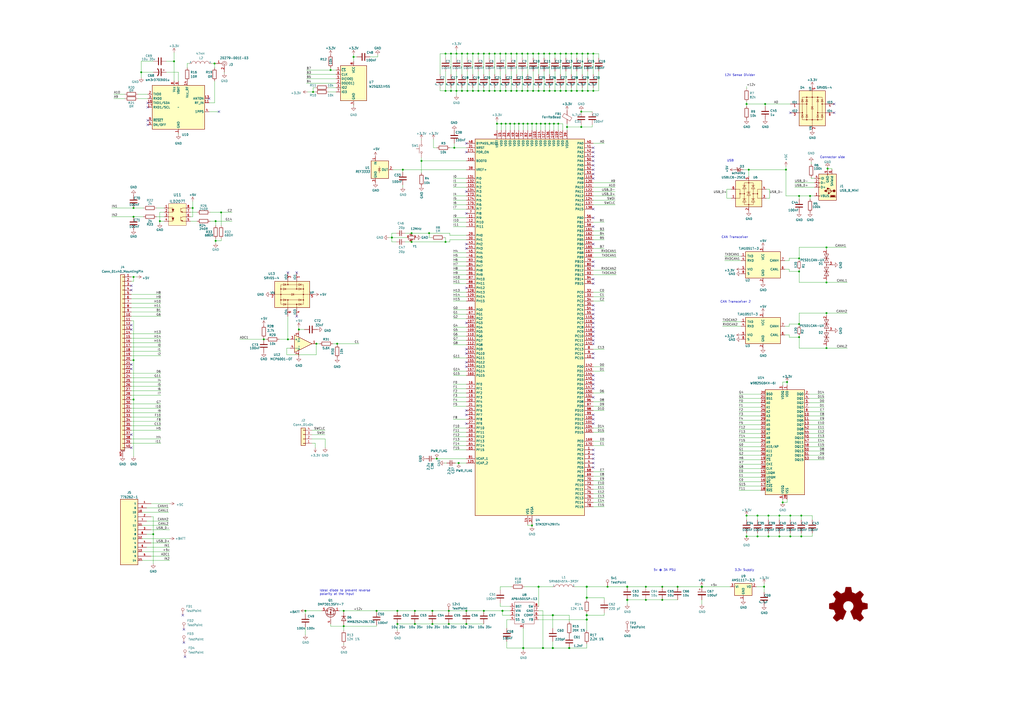
<source format=kicad_sch>
(kicad_sch (version 20231120) (generator "eeschema") (generator_version "8.0")
  (paper "A2")
  (lib_symbols
    (symbol "776262-1:776262-1" (pin_names (offset 1.016))
      (property "Reference" "J" (at -5.0886 18.5735 0))
      (property "Value" "776262-1" (at -5.0837 -22.8769 0))
      (symbol "776262-1_0_0"
        (pin passive line (at 12.7 15.24 180) (length 7.62) (name "1") (number "1"))
        (pin passive line (at 7.62 10.16 180) (length 2.54) (name "10") (number "10"))
        (pin passive line (at 7.62 2.54 180) (length 2.54) (name "11") (number "11"))
        (pin passive line (at 7.62 -5.08 180) (length 2.54) (name "12") (number "12"))
        (pin passive line (at 7.62 -12.7 180) (length 2.54) (name "13") (number "13"))
        (pin passive line (at 7.62 -17.78 180) (length 2.54) (name "14") (number "14"))
        (pin passive line (at 12.7 7.62 180) (length 7.62) (name "2") (number "2"))
        (pin passive line (at 12.7 0 180) (length 7.62) (name "3") (number "3"))
        (pin passive line (at 12.7 -7.62 180) (length 7.62) (name "4") (number "4"))
        (pin passive line (at 12.7 -15.24 180) (length 7.62) (name "5") (number "5"))
        (pin passive line (at 10.16 12.7 180) (length 5.08) (name "6") (number "6"))
        (pin passive line (at 10.16 5.08 180) (length 5.08) (name "7") (number "7"))
        (pin passive line (at 10.16 -2.54 180) (length 5.08) (name "8") (number "8"))
        (pin passive line (at 10.16 -10.16 180) (length 5.08) (name "9") (number "9"))
      )
    )
    (symbol "776262-1:ATGM336H-5N31"
      (property "Reference" "U" (at 0 0 0))
      (symbol "ATGM336H-5N31_1_1"
        (pin power_in line (at 0 -15.24 90) (length 2.54) (name "GND") (number "1"))
        (pin passive line (at 0 -15.24 90) (length 2.54) hide (name "GND") (number "10"))
        (pin input line (at 17.78 2.54 180) (length 2.54) (name "RF_IN") (number "11"))
        (pin passive line (at 0 -15.24 90) (length 2.54) hide (name "GND") (number "12"))
        (pin power_out line (at 17.78 5.08 180) (length 2.54) (name "ANTON") (number "13"))
        (pin power_out line (at 5.08 15.24 270) (length 2.54) (name "Vcc_RF") (number "14"))
        (pin no_connect line (at 15.24 -7.62 180) (length 2.54) hide (name "NC") (number "15"))
        (pin bidirectional line (at -17.78 2.54 0) (length 2.54) (name "TXD1/SDA") (number "16"))
        (pin input line (at -17.78 0 0) (length 2.54) (name "RXD1/SCL") (number "17"))
        (pin no_connect line (at 15.24 -10.16 180) (length 2.54) hide (name "NC") (number "18"))
        (pin output line (at -17.78 7.62 0) (length 2.54) (name "TXD0") (number "2"))
        (pin input line (at -17.78 5.08 0) (length 2.54) (name "RXD0") (number "3"))
        (pin output line (at 17.78 -2.54 180) (length 2.54) (name "1PPS") (number "4"))
        (pin input line (at -17.78 -10.16 0) (length 2.54) (name "ON/OFF") (number "5"))
        (pin power_in line (at 0 15.24 270) (length 2.54) (name "VBAT") (number "6"))
        (pin no_connect line (at 15.24 -5.08 180) (length 2.54) hide (name "NC") (number "7"))
        (pin power_in line (at -2.54 15.24 270) (length 2.54) (name "Vcc") (number "8"))
        (pin input line (at -17.78 -7.62 0) (length 2.54) (name "~{RESET}") (number "9"))
      )
    )
    (symbol "776262-1:W9825G6KH-6I"
      (property "Reference" "U" (at 0 0 0))
      (symbol "W9825G6KH-6I_1_1"
        (pin power_in line (at 1.27 34.29 270) (length 2.54) (name "VDD") (number "1"))
        (pin bidirectional line (at 13.97 16.51 180) (length 2.54) (name "DQ5") (number "10"))
        (pin bidirectional line (at 13.97 13.97 180) (length 2.54) (name "DQ6") (number "11"))
        (pin passive line (at -1.27 -31.75 90) (length 2.54) hide (name "VSSQ") (number "12"))
        (pin bidirectional line (at 13.97 11.43 180) (length 2.54) (name "DQ7") (number "13"))
        (pin passive line (at 1.27 34.29 270) (length 2.54) hide (name "VDD") (number "14"))
        (pin input line (at -13.97 -16.51 0) (length 2.54) (name "LDQM") (number "15"))
        (pin input line (at -13.97 -21.59 0) (length 2.54) (name "~{WE}") (number "16"))
        (pin input line (at -13.97 -24.13 0) (length 2.54) (name "~{CAS}") (number "17"))
        (pin input line (at -13.97 -26.67 0) (length 2.54) (name "~{RAS}") (number "18"))
        (pin input line (at -13.97 -8.89 0) (length 2.54) (name "~{CS}") (number "19"))
        (pin bidirectional line (at 13.97 29.21 180) (length 2.54) (name "DQ0") (number "2"))
        (pin input line (at -13.97 29.21 0) (length 2.54) (name "BS0") (number "20"))
        (pin input line (at -13.97 26.67 0) (length 2.54) (name "BS1") (number "21"))
        (pin input line (at -13.97 -1.27 0) (length 2.54) (name "A10/AP") (number "22"))
        (pin input line (at -13.97 24.13 0) (length 2.54) (name "A0") (number "23"))
        (pin input line (at -13.97 21.59 0) (length 2.54) (name "A1") (number "24"))
        (pin input line (at -13.97 19.05 0) (length 2.54) (name "A2") (number "25"))
        (pin input line (at -13.97 16.51 0) (length 2.54) (name "A3") (number "26"))
        (pin passive line (at 1.27 34.29 270) (length 2.54) hide (name "VDD") (number "27"))
        (pin power_in line (at 1.27 -31.75 90) (length 2.54) (name "VSS") (number "28"))
        (pin input line (at -13.97 13.97 0) (length 2.54) (name "A4") (number "29"))
        (pin power_in line (at -1.27 34.29 270) (length 2.54) (name "VDDQ") (number "3"))
        (pin input line (at -13.97 11.43 0) (length 2.54) (name "A5") (number "30"))
        (pin input line (at -13.97 8.89 0) (length 2.54) (name "A6") (number "31"))
        (pin input line (at -13.97 6.35 0) (length 2.54) (name "A7") (number "32"))
        (pin input line (at -13.97 3.81 0) (length 2.54) (name "A8") (number "33"))
        (pin input line (at -13.97 1.27 0) (length 2.54) (name "A9") (number "34"))
        (pin input line (at -13.97 -3.81 0) (length 2.54) (name "A11") (number "35"))
        (pin input line (at -13.97 -6.35 0) (length 2.54) (name "A12") (number "36"))
        (pin no_connect line (at 11.43 -13.97 180) (length 2.54) hide (name "NC") (number "36"))
        (pin input line (at -13.97 -11.43 0) (length 2.54) (name "CKE") (number "37"))
        (pin input line (at -13.97 -13.97 0) (length 2.54) (name "CLK") (number "38"))
        (pin input line (at -13.97 -19.05 0) (length 2.54) (name "UDQM") (number "39"))
        (pin bidirectional line (at 13.97 26.67 180) (length 2.54) (name "DQ1") (number "4"))
        (pin no_connect line (at 11.43 -16.51 180) (length 2.54) hide (name "NC") (number "40"))
        (pin passive line (at 1.27 -31.75 90) (length 2.54) hide (name "VSS") (number "41"))
        (pin bidirectional line (at 13.97 8.89 180) (length 2.54) (name "DQ8") (number "42"))
        (pin passive line (at -1.27 34.29 270) (length 2.54) hide (name "VDDQ") (number "43"))
        (pin bidirectional line (at 13.97 6.35 180) (length 2.54) (name "DQ9") (number "44"))
        (pin bidirectional line (at 13.97 3.81 180) (length 2.54) (name "DQ10") (number "45"))
        (pin passive line (at -1.27 -31.75 90) (length 2.54) hide (name "VSSQ") (number "46"))
        (pin bidirectional line (at 13.97 1.27 180) (length 2.54) (name "DQ11") (number "47"))
        (pin bidirectional line (at 13.97 -1.27 180) (length 2.54) (name "DQ12") (number "48"))
        (pin passive line (at -1.27 34.29 270) (length 2.54) hide (name "VDDQ") (number "49"))
        (pin bidirectional line (at 13.97 24.13 180) (length 2.54) (name "DQ2") (number "5"))
        (pin bidirectional line (at 13.97 -3.81 180) (length 2.54) (name "DQ13") (number "50"))
        (pin bidirectional line (at 13.97 -6.35 180) (length 2.54) (name "DQ14") (number "51"))
        (pin passive line (at -1.27 -31.75 90) (length 2.54) hide (name "VSSQ") (number "52"))
        (pin bidirectional line (at 13.97 -8.89 180) (length 2.54) (name "DQ15") (number "53"))
        (pin passive line (at 1.27 -31.75 90) (length 2.54) hide (name "VSS") (number "54"))
        (pin power_in line (at -1.27 -31.75 90) (length 2.54) (name "VSSQ") (number "6"))
        (pin bidirectional line (at 13.97 21.59 180) (length 2.54) (name "DQ3") (number "7"))
        (pin bidirectional line (at 13.97 19.05 180) (length 2.54) (name "DQ4") (number "8"))
        (pin passive line (at -1.27 34.29 270) (length 2.54) hide (name "VDDQ") (number "9"))
      )
    )
    (symbol "Amplifier_Operational:MCP6001-OT" (pin_names (offset 0.127))
      (property "Reference" "U" (at -1.27 6.35 0))
      (property "Value" "MCP6001-OT" (at -1.27 3.81 0))
      (symbol "MCP6001-OT_0_1"
        (pin power_in line (at -2.54 -7.62 90) (length 3.81) (name "V-") (number "2"))
        (pin power_in line (at -2.54 7.62 270) (length 3.81) (name "V+") (number "5"))
      )
      (symbol "MCP6001-OT_1_1"
        (pin output line (at 7.62 0 180) (length 2.54) (name "~") (number "1"))
        (pin input line (at -7.62 2.54 0) (length 2.54) (name "+") (number "3"))
        (pin input line (at -7.62 -2.54 0) (length 2.54) (name "-") (number "4"))
      )
    )
    (symbol "CM4IO:AP64351"
      (property "Reference" "U" (at 0 8.89 0))
      (property "Value" "AP64351" (at 1.27 6.35 0))
      (symbol "AP64351_1_1"
        (pin passive line (at -7.62 2.54 0) (length 2.54) (name "BST") (number "1"))
        (pin power_in line (at -7.62 0 0) (length 2.54) (name "VIN") (number "2"))
        (pin input line (at -7.62 -2.54 0) (length 2.54) (name "EN") (number "3"))
        (pin input line (at -7.62 -5.08 0) (length 2.54) (name "SS") (number "4"))
        (pin input line (at 8.89 -5.08 180) (length 2.54) (name "FB") (number "5"))
        (pin input line (at 8.89 -2.54 180) (length 2.54) (name "COMP") (number "6"))
        (pin power_in line (at 8.89 0 180) (length 2.54) (name "GND") (number "7"))
        (pin output line (at 8.89 2.54 180) (length 2.54) (name "SW") (number "8"))
        (pin passive line (at 0 -10.16 90) (length 2.54) (name "EP") (number "9"))
      )
    )
    (symbol "Connector:TestPoint" (pin_numbers hide) (pin_names (offset 0.762) hide)
      (property "Reference" "TP" (at 0 6.858 0))
      (property "Value" "TestPoint" (at 0 5.08 0))
      (symbol "TestPoint_1_1"
        (pin passive line (at 0 0 90) (length 2.54) (name "1") (number "1"))
      )
    )
    (symbol "Connector:USB_B_Mini" (pin_names (offset 1.016))
      (property "Reference" "J" (at -5.08 11.43 0))
      (property "Value" "USB_B_Mini" (at -5.08 8.89 0))
      (symbol "USB_B_Mini_1_1"
        (pin power_out line (at 7.62 5.08 180) (length 2.54) (name "VBUS") (number "1"))
        (pin bidirectional line (at 7.62 -2.54 180) (length 2.54) (name "D-") (number "2"))
        (pin bidirectional line (at 7.62 0 180) (length 2.54) (name "D+") (number "3"))
        (pin passive line (at 7.62 -5.08 180) (length 2.54) (name "ID") (number "4"))
        (pin power_out line (at 0 -10.16 90) (length 2.54) (name "GND") (number "5"))
        (pin passive line (at -2.54 -10.16 90) (length 2.54) (name "Shield") (number "6"))
      )
    )
    (symbol "Connector_Generic:Conn_01x04" (pin_names (offset 1.016) hide)
      (property "Reference" "J" (at 0 5.08 0))
      (property "Value" "Conn_01x04" (at 0 -7.62 0))
      (symbol "Conn_01x04_1_1"
        (pin passive line (at -5.08 2.54 0) (length 3.81) (name "Pin_1") (number "1"))
        (pin passive line (at -5.08 0 0) (length 3.81) (name "Pin_2") (number "2"))
        (pin passive line (at -5.08 -2.54 0) (length 3.81) (name "Pin_3") (number "3"))
        (pin passive line (at -5.08 -5.08 0) (length 3.81) (name "Pin_4") (number "4"))
      )
    )
    (symbol "Connector_Generic_MountingPin:Conn_01x40_MountingPin" (pin_names (offset 1.016) hide)
      (property "Reference" "J" (at 0 50.8 0))
      (property "Value" "Conn_01x40_MountingPin" (at 1.27 -53.34 0))
      (symbol "Conn_01x40_MountingPin_1_1"
        (text "Mounting" (at 0 -52.451 0) (effects (font (size 0.381 0.381))))
        (pin passive line (at -5.08 48.26 0) (length 3.81) (name "Pin_1") (number "1"))
        (pin passive line (at -5.08 25.4 0) (length 3.81) (name "Pin_10") (number "10"))
        (pin passive line (at -5.08 22.86 0) (length 3.81) (name "Pin_11") (number "11"))
        (pin passive line (at -5.08 20.32 0) (length 3.81) (name "Pin_12") (number "12"))
        (pin passive line (at -5.08 17.78 0) (length 3.81) (name "Pin_13") (number "13"))
        (pin passive line (at -5.08 15.24 0) (length 3.81) (name "Pin_14") (number "14"))
        (pin passive line (at -5.08 12.7 0) (length 3.81) (name "Pin_15") (number "15"))
        (pin passive line (at -5.08 10.16 0) (length 3.81) (name "Pin_16") (number "16"))
        (pin passive line (at -5.08 7.62 0) (length 3.81) (name "Pin_17") (number "17"))
        (pin passive line (at -5.08 5.08 0) (length 3.81) (name "Pin_18") (number "18"))
        (pin passive line (at -5.08 2.54 0) (length 3.81) (name "Pin_19") (number "19"))
        (pin passive line (at -5.08 45.72 0) (length 3.81) (name "Pin_2") (number "2"))
        (pin passive line (at -5.08 0 0) (length 3.81) (name "Pin_20") (number "20"))
        (pin passive line (at -5.08 -2.54 0) (length 3.81) (name "Pin_21") (number "21"))
        (pin passive line (at -5.08 -5.08 0) (length 3.81) (name "Pin_22") (number "22"))
        (pin passive line (at -5.08 -7.62 0) (length 3.81) (name "Pin_23") (number "23"))
        (pin passive line (at -5.08 -10.16 0) (length 3.81) (name "Pin_24") (number "24"))
        (pin passive line (at -5.08 -12.7 0) (length 3.81) (name "Pin_25") (number "25"))
        (pin passive line (at -5.08 -15.24 0) (length 3.81) (name "Pin_26") (number "26"))
        (pin passive line (at -5.08 -17.78 0) (length 3.81) (name "Pin_27") (number "27"))
        (pin passive line (at -5.08 -20.32 0) (length 3.81) (name "Pin_28") (number "28"))
        (pin passive line (at -5.08 -22.86 0) (length 3.81) (name "Pin_29") (number "29"))
        (pin passive line (at -5.08 43.18 0) (length 3.81) (name "Pin_3") (number "3"))
        (pin passive line (at -5.08 -25.4 0) (length 3.81) (name "Pin_30") (number "30"))
        (pin passive line (at -5.08 -27.94 0) (length 3.81) (name "Pin_31") (number "31"))
        (pin passive line (at -5.08 -30.48 0) (length 3.81) (name "Pin_32") (number "32"))
        (pin passive line (at -5.08 -33.02 0) (length 3.81) (name "Pin_33") (number "33"))
        (pin passive line (at -5.08 -35.56 0) (length 3.81) (name "Pin_34") (number "34"))
        (pin passive line (at -5.08 -38.1 0) (length 3.81) (name "Pin_35") (number "35"))
        (pin passive line (at -5.08 -40.64 0) (length 3.81) (name "Pin_36") (number "36"))
        (pin passive line (at -5.08 -43.18 0) (length 3.81) (name "Pin_37") (number "37"))
        (pin passive line (at -5.08 -45.72 0) (length 3.81) (name "Pin_38") (number "38"))
        (pin passive line (at -5.08 -48.26 0) (length 3.81) (name "Pin_39") (number "39"))
        (pin passive line (at -5.08 40.64 0) (length 3.81) (name "Pin_4") (number "4"))
        (pin passive line (at -5.08 -50.8 0) (length 3.81) (name "Pin_40") (number "40"))
        (pin passive line (at -5.08 38.1 0) (length 3.81) (name "Pin_5") (number "5"))
        (pin passive line (at -5.08 35.56 0) (length 3.81) (name "Pin_6") (number "6"))
        (pin passive line (at -5.08 33.02 0) (length 3.81) (name "Pin_7") (number "7"))
        (pin passive line (at -5.08 30.48 0) (length 3.81) (name "Pin_8") (number "8"))
        (pin passive line (at -5.08 27.94 0) (length 3.81) (name "Pin_9") (number "9"))
        (pin passive line (at 0 -55.88 90) (length 3.048) (name "MountPin") (number "MP"))
      )
    )
    (symbol "Device:C" (pin_numbers hide) (pin_names (offset 0.254))
      (property "Reference" "C" (at 0.635 2.54 0))
      (property "Value" "C" (at 0.635 -2.54 0))
      (symbol "C_1_1"
        (pin passive line (at 0 3.81 270) (length 2.794) (name "~") (number "1"))
        (pin passive line (at 0 -3.81 90) (length 2.794) (name "~") (number "2"))
      )
    )
    (symbol "Device:CP" (pin_numbers hide) (pin_names (offset 0.254))
      (property "Reference" "C" (at 0.635 2.54 0))
      (property "Value" "CP" (at 0.635 -2.54 0))
      (symbol "CP_1_1"
        (pin passive line (at 0 3.81 270) (length 2.794) (name "~") (number "1"))
        (pin passive line (at 0 -3.81 90) (length 2.794) (name "~") (number "2"))
      )
    )
    (symbol "Device:C_Polarized_US" (pin_numbers hide) (pin_names (offset 0.254) hide)
      (property "Reference" "C" (at 0.635 2.54 0))
      (property "Value" "C_Polarized_US" (at 0.635 -2.54 0))
      (symbol "C_Polarized_US_1_1"
        (pin passive line (at 0 3.81 270) (length 2.794) (name "~") (number "1"))
        (pin passive line (at 0 -3.81 90) (length 3.302) (name "~") (number "2"))
      )
    )
    (symbol "Device:C_Small" (pin_numbers hide) (pin_names (offset 0.254) hide)
      (property "Reference" "C" (at 0.254 1.778 0))
      (property "Value" "C_Small" (at 0.254 -2.032 0))
      (symbol "C_Small_1_1"
        (pin passive line (at 0 2.54 270) (length 2.032) (name "~") (number "1"))
        (pin passive line (at 0 -2.54 90) (length 2.032) (name "~") (number "2"))
      )
    )
    (symbol "Device:Crystal_GND24_Small" (pin_names (offset 1.016) hide)
      (property "Reference" "Y" (at 1.27 4.445 0))
      (property "Value" "Crystal_GND24_Small" (at 1.27 2.54 0))
      (symbol "Crystal_GND24_Small_1_1"
        (pin passive line (at -2.54 0 0) (length 1.27) (name "1") (number "1"))
        (pin passive line (at 0 -2.54 90) (length 0.635) (name "2") (number "2"))
        (pin passive line (at 2.54 0 180) (length 1.27) (name "3") (number "3"))
        (pin passive line (at 0 2.54 270) (length 0.635) (name "4") (number "4"))
      )
    )
    (symbol "Device:D_Schottky_Small" (pin_numbers hide) (pin_names (offset 0.254) hide)
      (property "Reference" "D" (at -1.27 2.032 0))
      (property "Value" "D_Schottky_Small" (at -7.112 -2.032 0))
      (symbol "D_Schottky_Small_1_1"
        (pin passive line (at -2.54 0 0) (length 1.778) (name "K") (number "1"))
        (pin passive line (at 2.54 0 180) (length 1.778) (name "A") (number "2"))
      )
    )
    (symbol "Device:FerriteBead" (pin_numbers hide) (pin_names (offset 0))
      (property "Reference" "FB" (at -3.81 0.635 90))
      (property "Value" "FerriteBead" (at 3.81 0 90))
      (symbol "FerriteBead_1_1"
        (pin passive line (at 0 3.81 270) (length 2.54) (name "~") (number "1"))
        (pin passive line (at 0 -3.81 90) (length 2.54) (name "~") (number "2"))
      )
    )
    (symbol "Device:R" (pin_numbers hide) (pin_names (offset 0))
      (property "Reference" "R" (at 2.032 0 90))
      (property "Value" "R" (at 0 0 90))
      (symbol "R_1_1"
        (pin passive line (at 0 3.81 270) (length 1.27) (name "~") (number "1"))
        (pin passive line (at 0 -3.81 90) (length 1.27) (name "~") (number "2"))
      )
    )
    (symbol "Device:R_Small" (pin_numbers hide) (pin_names (offset 0.254) hide)
      (property "Reference" "R" (at 0.762 0.508 0))
      (property "Value" "R_Small" (at 0.762 -1.016 0))
      (symbol "R_Small_1_1"
        (pin passive line (at 0 2.54 270) (length 0.762) (name "~") (number "1"))
        (pin passive line (at 0 -2.54 90) (length 0.762) (name "~") (number "2"))
      )
    )
    (symbol "Diode:BAS20" (pin_numbers hide) (pin_names hide)
      (property "Reference" "D" (at 0 2.54 0))
      (property "Value" "BAS20" (at 0 -2.54 0))
      (symbol "BAS20_1_1"
        (pin passive line (at 3.81 0 180) (length 2.54) (name "A") (number "1"))
        (pin no_connect line (at -1.27 0 0) (length 2.54) hide (name "NC") (number "2"))
        (pin passive line (at -3.81 0 0) (length 2.54) (name "K") (number "3"))
      )
    )
    (symbol "Graphic:Logo_Open_Hardware_Large" (in_bom no) (on_board no))
    (symbol "Interface_CAN_LIN:TJA1051T-3" (pin_names (offset 1.016))
      (property "Reference" "U" (at -10.16 8.89 0))
      (property "Value" "TJA1051T-3" (at 1.27 8.89 0))
      (symbol "TJA1051T-3_1_1"
        (pin input line (at -12.7 5.08 0) (length 2.54) (name "TXD") (number "1"))
        (pin power_in line (at 0 -10.16 90) (length 2.54) (name "GND") (number "2"))
        (pin power_in line (at 0 10.16 270) (length 2.54) (name "VCC") (number "3"))
        (pin output line (at -12.7 2.54 0) (length 2.54) (name "RXD") (number "4"))
        (pin power_in line (at -12.7 -2.54 0) (length 2.54) (name "VIO") (number "5"))
        (pin bidirectional line (at 12.7 -2.54 180) (length 2.54) (name "CANL") (number "6"))
        (pin bidirectional line (at 12.7 2.54 180) (length 2.54) (name "CANH") (number "7"))
        (pin input line (at -12.7 -5.08 0) (length 2.54) (name "S") (number "8"))
      )
    )
    (symbol "MCU_ST_STM32F4:STM32F429IITx"
      (property "Reference" "U" (at -30.48 110.49 0))
      (property "Value" "STM32F429IITx" (at 25.4 110.49 0))
      (symbol "STM32F429IITx_1_1"
        (pin bidirectional line (at 38.1 -71.12 180) (length 5.08) (name "PE2") (number "1"))
        (pin bidirectional line (at 38.1 -17.78 180) (length 5.08) (name "PC15") (number "10"))
        (pin bidirectional line (at 38.1 -53.34 180) (length 5.08) (name "PD12") (number "100"))
        (pin bidirectional line (at 38.1 -55.88 180) (length 5.08) (name "PD13") (number "101"))
        (pin passive line (at 0 -114.3 90) (length 5.08) hide (name "VSS") (number "102"))
        (pin power_in line (at 5.08 114.3 270) (length 5.08) (name "VDD") (number "103"))
        (pin bidirectional line (at 38.1 -58.42 180) (length 5.08) (name "PD14") (number "104"))
        (pin bidirectional line (at 38.1 -60.96 180) (length 5.08) (name "PD15") (number "105"))
        (pin bidirectional line (at -35.56 5.08 0) (length 5.08) (name "PG2") (number "106"))
        (pin bidirectional line (at -35.56 2.54 0) (length 5.08) (name "PG3") (number "107"))
        (pin bidirectional line (at -35.56 0 0) (length 5.08) (name "PG4") (number "108"))
        (pin bidirectional line (at -35.56 -2.54 0) (length 5.08) (name "PG5") (number "109"))
        (pin bidirectional line (at -35.56 63.5 0) (length 5.08) (name "PI9") (number "11"))
        (pin bidirectional line (at -35.56 -5.08 0) (length 5.08) (name "PG6") (number "110"))
        (pin bidirectional line (at -35.56 -7.62 0) (length 5.08) (name "PG7") (number "111"))
        (pin bidirectional line (at -35.56 -10.16 0) (length 5.08) (name "PG8") (number "112"))
        (pin passive line (at 0 -114.3 90) (length 5.08) hide (name "VSS") (number "113"))
        (pin power_in line (at 7.62 114.3 270) (length 5.08) (name "VDD") (number "114"))
        (pin bidirectional line (at 38.1 5.08 180) (length 5.08) (name "PC6") (number "115"))
        (pin bidirectional line (at 38.1 2.54 180) (length 5.08) (name "PC7") (number "116"))
        (pin bidirectional line (at 38.1 0 180) (length 5.08) (name "PC8") (number "117"))
        (pin bidirectional line (at 38.1 -2.54 180) (length 5.08) (name "PC9") (number "118"))
        (pin bidirectional line (at 38.1 86.36 180) (length 5.08) (name "PA8") (number "119"))
        (pin bidirectional line (at -35.56 60.96 0) (length 5.08) (name "PI10") (number "12"))
        (pin bidirectional line (at 38.1 83.82 180) (length 5.08) (name "PA9") (number "120"))
        (pin bidirectional line (at 38.1 81.28 180) (length 5.08) (name "PA10") (number "121"))
        (pin bidirectional line (at 38.1 78.74 180) (length 5.08) (name "PA11") (number "122"))
        (pin bidirectional line (at 38.1 76.2 180) (length 5.08) (name "PA12") (number "123"))
        (pin bidirectional line (at 38.1 73.66 180) (length 5.08) (name "PA13") (number "124"))
        (pin power_out line (at -35.56 -78.74 0) (length 5.08) (name "VCAP_2") (number "125"))
        (pin passive line (at 0 -114.3 90) (length 5.08) hide (name "VSS") (number "126"))
        (pin power_in line (at 10.16 114.3 270) (length 5.08) (name "VDD") (number "127"))
        (pin bidirectional line (at -35.56 20.32 0) (length 5.08) (name "PH13") (number "128"))
        (pin bidirectional line (at -35.56 17.78 0) (length 5.08) (name "PH14") (number "129"))
        (pin bidirectional line (at -35.56 58.42 0) (length 5.08) (name "PI11") (number "13"))
        (pin bidirectional line (at -35.56 15.24 0) (length 5.08) (name "PH15") (number "130"))
        (pin bidirectional line (at -35.56 86.36 0) (length 5.08) (name "PI0") (number "131"))
        (pin bidirectional line (at -35.56 83.82 0) (length 5.08) (name "PI1") (number "132"))
        (pin bidirectional line (at -35.56 81.28 0) (length 5.08) (name "PI2") (number "133"))
        (pin bidirectional line (at -35.56 78.74 0) (length 5.08) (name "PI3") (number "134"))
        (pin passive line (at 0 -114.3 90) (length 5.08) hide (name "VSS") (number "135"))
        (pin power_in line (at 12.7 114.3 270) (length 5.08) (name "VDD") (number "136"))
        (pin bidirectional line (at 38.1 71.12 180) (length 5.08) (name "PA14") (number "137"))
        (pin bidirectional line (at 38.1 68.58 180) (length 5.08) (name "PA15") (number "138"))
        (pin bidirectional line (at 38.1 -5.08 180) (length 5.08) (name "PC10") (number "139"))
        (pin power_in line (at 0 -114.3 90) (length 5.08) (name "VSS") (number "14"))
        (pin bidirectional line (at 38.1 -7.62 180) (length 5.08) (name "PC11") (number "140"))
        (pin bidirectional line (at 38.1 -10.16 180) (length 5.08) (name "PC12") (number "141"))
        (pin bidirectional line (at 38.1 -22.86 180) (length 5.08) (name "PD0") (number "142"))
        (pin bidirectional line (at 38.1 -25.4 180) (length 5.08) (name "PD1") (number "143"))
        (pin bidirectional line (at 38.1 -27.94 180) (length 5.08) (name "PD2") (number "144"))
        (pin bidirectional line (at 38.1 -30.48 180) (length 5.08) (name "PD3") (number "145"))
        (pin bidirectional line (at 38.1 -33.02 180) (length 5.08) (name "PD4") (number "146"))
        (pin bidirectional line (at 38.1 -35.56 180) (length 5.08) (name "PD5") (number "147"))
        (pin passive line (at 0 -114.3 90) (length 5.08) hide (name "VSS") (number "148"))
        (pin power_in line (at 15.24 114.3 270) (length 5.08) (name "VDD") (number "149"))
        (pin power_in line (at -15.24 114.3 270) (length 5.08) (name "VDD") (number "15"))
        (pin bidirectional line (at 38.1 -38.1 180) (length 5.08) (name "PD6") (number "150"))
        (pin bidirectional line (at 38.1 -40.64 180) (length 5.08) (name "PD7") (number "151"))
        (pin bidirectional line (at -35.56 -12.7 0) (length 5.08) (name "PG9") (number "152"))
        (pin bidirectional line (at -35.56 -15.24 0) (length 5.08) (name "PG10") (number "153"))
        (pin bidirectional line (at -35.56 -17.78 0) (length 5.08) (name "PG11") (number "154"))
        (pin bidirectional line (at -35.56 -20.32 0) (length 5.08) (name "PG12") (number "155"))
        (pin bidirectional line (at -35.56 -22.86 0) (length 5.08) (name "PG13") (number "156"))
        (pin bidirectional line (at -35.56 -25.4 0) (length 5.08) (name "PG14") (number "157"))
        (pin passive line (at 0 -114.3 90) (length 5.08) hide (name "VSS") (number "158"))
        (pin power_in line (at 17.78 114.3 270) (length 5.08) (name "VDD") (number "159"))
        (pin bidirectional line (at -35.56 -33.02 0) (length 5.08) (name "PF0") (number "16"))
        (pin bidirectional line (at -35.56 -27.94 0) (length 5.08) (name "PG15") (number "160"))
        (pin bidirectional line (at 38.1 55.88 180) (length 5.08) (name "PB3") (number "161"))
        (pin bidirectional line (at 38.1 53.34 180) (length 5.08) (name "PB4") (number "162"))
        (pin bidirectional line (at 38.1 50.8 180) (length 5.08) (name "PB5") (number "163"))
        (pin bidirectional line (at 38.1 48.26 180) (length 5.08) (name "PB6") (number "164"))
        (pin bidirectional line (at 38.1 45.72 180) (length 5.08) (name "PB7") (number "165"))
        (pin input line (at -35.56 96.52 0) (length 5.08) (name "BOOT0") (number "166"))
        (pin bidirectional line (at 38.1 43.18 180) (length 5.08) (name "PB8") (number "167"))
        (pin bidirectional line (at 38.1 40.64 180) (length 5.08) (name "PB9") (number "168"))
        (pin bidirectional line (at 38.1 -66.04 180) (length 5.08) (name "PE0") (number "169"))
        (pin bidirectional line (at -35.56 -35.56 0) (length 5.08) (name "PF1") (number "17"))
        (pin bidirectional line (at 38.1 -68.58 180) (length 5.08) (name "PE1") (number "170"))
        (pin input line (at -35.56 101.6 0) (length 5.08) (name "PDR_ON") (number "171"))
        (pin power_in line (at 20.32 114.3 270) (length 5.08) (name "VDD") (number "172"))
        (pin bidirectional line (at -35.56 76.2 0) (length 5.08) (name "PI4") (number "173"))
        (pin bidirectional line (at -35.56 73.66 0) (length 5.08) (name "PI5") (number "174"))
        (pin bidirectional line (at -35.56 71.12 0) (length 5.08) (name "PI6") (number "175"))
        (pin bidirectional line (at -35.56 68.58 0) (length 5.08) (name "PI7") (number "176"))
        (pin bidirectional line (at -35.56 -38.1 0) (length 5.08) (name "PF2") (number "18"))
        (pin bidirectional line (at -35.56 -40.64 0) (length 5.08) (name "PF3") (number "19"))
        (pin bidirectional line (at 38.1 -73.66 180) (length 5.08) (name "PE3") (number "2"))
        (pin bidirectional line (at -35.56 -43.18 0) (length 5.08) (name "PF4") (number "20"))
        (pin bidirectional line (at -35.56 -45.72 0) (length 5.08) (name "PF5") (number "21"))
        (pin passive line (at 0 -114.3 90) (length 5.08) hide (name "VSS") (number "22"))
        (pin power_in line (at -12.7 114.3 270) (length 5.08) (name "VDD") (number "23"))
        (pin bidirectional line (at -35.56 -48.26 0) (length 5.08) (name "PF6") (number "24"))
        (pin bidirectional line (at -35.56 -50.8 0) (length 5.08) (name "PF7") (number "25"))
        (pin bidirectional line (at -35.56 -53.34 0) (length 5.08) (name "PF8") (number "26"))
        (pin bidirectional line (at -35.56 -55.88 0) (length 5.08) (name "PF9") (number "27"))
        (pin bidirectional line (at -35.56 -58.42 0) (length 5.08) (name "PF10") (number "28"))
        (pin bidirectional line (at -35.56 53.34 0) (length 5.08) (name "PH0") (number "29"))
        (pin bidirectional line (at 38.1 -76.2 180) (length 5.08) (name "PE4") (number "3"))
        (pin bidirectional line (at -35.56 50.8 0) (length 5.08) (name "PH1") (number "30"))
        (pin input line (at -35.56 104.14 0) (length 5.08) (name "NRST") (number "31"))
        (pin bidirectional line (at 38.1 20.32 180) (length 5.08) (name "PC0") (number "32"))
        (pin bidirectional line (at 38.1 17.78 180) (length 5.08) (name "PC1") (number "33"))
        (pin bidirectional line (at 38.1 15.24 180) (length 5.08) (name "PC2") (number "34"))
        (pin bidirectional line (at 38.1 12.7 180) (length 5.08) (name "PC3") (number "35"))
        (pin power_in line (at -10.16 114.3 270) (length 5.08) (name "VDD") (number "36"))
        (pin power_in line (at 2.54 -114.3 90) (length 5.08) (name "VSSA") (number "37"))
        (pin input line (at -35.56 91.44 0) (length 5.08) (name "VREF+") (number "38"))
        (pin power_in line (at 22.86 114.3 270) (length 5.08) (name "VDDA") (number "39"))
        (pin bidirectional line (at 38.1 -78.74 180) (length 5.08) (name "PE5") (number "4"))
        (pin bidirectional line (at 38.1 106.68 180) (length 5.08) (name "PA0") (number "40"))
        (pin bidirectional line (at 38.1 104.14 180) (length 5.08) (name "PA1") (number "41"))
        (pin bidirectional line (at 38.1 101.6 180) (length 5.08) (name "PA2") (number "42"))
        (pin bidirectional line (at -35.56 48.26 0) (length 5.08) (name "PH2") (number "43"))
        (pin bidirectional line (at -35.56 45.72 0) (length 5.08) (name "PH3") (number "44"))
        (pin bidirectional line (at -35.56 43.18 0) (length 5.08) (name "PH4") (number "45"))
        (pin bidirectional line (at -35.56 40.64 0) (length 5.08) (name "PH5") (number "46"))
        (pin bidirectional line (at 38.1 99.06 180) (length 5.08) (name "PA3") (number "47"))
        (pin input line (at -35.56 106.68 0) (length 5.08) (name "BYPASS_REG") (number "48"))
        (pin power_in line (at -7.62 114.3 270) (length 5.08) (name "VDD") (number "49"))
        (pin bidirectional line (at 38.1 -81.28 180) (length 5.08) (name "PE6") (number "5"))
        (pin bidirectional line (at 38.1 96.52 180) (length 5.08) (name "PA4") (number "50"))
        (pin bidirectional line (at 38.1 93.98 180) (length 5.08) (name "PA5") (number "51"))
        (pin bidirectional line (at 38.1 91.44 180) (length 5.08) (name "PA6") (number "52"))
        (pin bidirectional line (at 38.1 88.9 180) (length 5.08) (name "PA7") (number "53"))
        (pin bidirectional line (at 38.1 10.16 180) (length 5.08) (name "PC4") (number "54"))
        (pin bidirectional line (at 38.1 7.62 180) (length 5.08) (name "PC5") (number "55"))
        (pin bidirectional line (at 38.1 63.5 180) (length 5.08) (name "PB0") (number "56"))
        (pin bidirectional line (at 38.1 60.96 180) (length 5.08) (name "PB1") (number "57"))
        (pin bidirectional line (at 38.1 58.42 180) (length 5.08) (name "PB2") (number "58"))
        (pin bidirectional line (at -35.56 -60.96 0) (length 5.08) (name "PF11") (number "59"))
        (pin power_in line (at -17.78 114.3 270) (length 5.08) (name "VBAT") (number "6"))
        (pin bidirectional line (at -35.56 -63.5 0) (length 5.08) (name "PF12") (number "60"))
        (pin passive line (at 0 -114.3 90) (length 5.08) hide (name "VSS") (number "61"))
        (pin power_in line (at -5.08 114.3 270) (length 5.08) (name "VDD") (number "62"))
        (pin bidirectional line (at -35.56 -66.04 0) (length 5.08) (name "PF13") (number "63"))
        (pin bidirectional line (at -35.56 -68.58 0) (length 5.08) (name "PF14") (number "64"))
        (pin bidirectional line (at -35.56 -71.12 0) (length 5.08) (name "PF15") (number "65"))
        (pin bidirectional line (at -35.56 10.16 0) (length 5.08) (name "PG0") (number "66"))
        (pin bidirectional line (at -35.56 7.62 0) (length 5.08) (name "PG1") (number "67"))
        (pin bidirectional line (at 38.1 -83.82 180) (length 5.08) (name "PE7") (number "68"))
        (pin bidirectional line (at 38.1 -86.36 180) (length 5.08) (name "PE8") (number "69"))
        (pin bidirectional line (at -35.56 66.04 0) (length 5.08) (name "PI8") (number "7"))
        (pin bidirectional line (at 38.1 -88.9 180) (length 5.08) (name "PE9") (number "70"))
        (pin passive line (at 0 -114.3 90) (length 5.08) hide (name "VSS") (number "71"))
        (pin power_in line (at -2.54 114.3 270) (length 5.08) (name "VDD") (number "72"))
        (pin bidirectional line (at 38.1 -91.44 180) (length 5.08) (name "PE10") (number "73"))
        (pin bidirectional line (at 38.1 -93.98 180) (length 5.08) (name "PE11") (number "74"))
        (pin bidirectional line (at 38.1 -96.52 180) (length 5.08) (name "PE12") (number "75"))
        (pin bidirectional line (at 38.1 -99.06 180) (length 5.08) (name "PE13") (number "76"))
        (pin bidirectional line (at 38.1 -101.6 180) (length 5.08) (name "PE14") (number "77"))
        (pin bidirectional line (at 38.1 -104.14 180) (length 5.08) (name "PE15") (number "78"))
        (pin bidirectional line (at 38.1 38.1 180) (length 5.08) (name "PB10") (number "79"))
        (pin bidirectional line (at 38.1 -12.7 180) (length 5.08) (name "PC13") (number "8"))
        (pin bidirectional line (at 38.1 35.56 180) (length 5.08) (name "PB11") (number "80"))
        (pin power_out line (at -35.56 -76.2 0) (length 5.08) (name "VCAP_1") (number "81"))
        (pin power_in line (at 0 114.3 270) (length 5.08) (name "VDD") (number "82"))
        (pin bidirectional line (at -35.56 38.1 0) (length 5.08) (name "PH6") (number "83"))
        (pin bidirectional line (at -35.56 35.56 0) (length 5.08) (name "PH7") (number "84"))
        (pin bidirectional line (at -35.56 33.02 0) (length 5.08) (name "PH8") (number "85"))
        (pin bidirectional line (at -35.56 30.48 0) (length 5.08) (name "PH9") (number "86"))
        (pin bidirectional line (at -35.56 27.94 0) (length 5.08) (name "PH10") (number "87"))
        (pin bidirectional line (at -35.56 25.4 0) (length 5.08) (name "PH11") (number "88"))
        (pin bidirectional line (at -35.56 22.86 0) (length 5.08) (name "PH12") (number "89"))
        (pin bidirectional line (at 38.1 -15.24 180) (length 5.08) (name "PC14") (number "9"))
        (pin passive line (at 0 -114.3 90) (length 5.08) hide (name "VSS") (number "90"))
        (pin power_in line (at 2.54 114.3 270) (length 5.08) (name "VDD") (number "91"))
        (pin bidirectional line (at 38.1 33.02 180) (length 5.08) (name "PB12") (number "92"))
        (pin bidirectional line (at 38.1 30.48 180) (length 5.08) (name "PB13") (number "93"))
        (pin bidirectional line (at 38.1 27.94 180) (length 5.08) (name "PB14") (number "94"))
        (pin bidirectional line (at 38.1 25.4 180) (length 5.08) (name "PB15") (number "95"))
        (pin bidirectional line (at 38.1 -43.18 180) (length 5.08) (name "PD8") (number "96"))
        (pin bidirectional line (at 38.1 -45.72 180) (length 5.08) (name "PD9") (number "97"))
        (pin bidirectional line (at 38.1 -48.26 180) (length 5.08) (name "PD10") (number "98"))
        (pin bidirectional line (at 38.1 -50.8 180) (length 5.08) (name "PD11") (number "99"))
      )
    )
    (symbol "Memory_Flash:W25Q32JVSS"
      (property "Reference" "U" (at -6.35 11.43 0))
      (property "Value" "W25Q32JVSS" (at 7.62 11.43 0))
      (symbol "W25Q32JVSS_1_1"
        (pin input line (at -10.16 7.62 0) (length 2.54) (name "~{CS}") (number "1"))
        (pin bidirectional line (at -10.16 0 0) (length 2.54) (name "DO(IO1)") (number "2"))
        (pin bidirectional line (at -10.16 -2.54 0) (length 2.54) (name "IO2") (number "3"))
        (pin power_in line (at 0 -12.7 90) (length 2.54) (name "GND") (number "4"))
        (pin bidirectional line (at -10.16 2.54 0) (length 2.54) (name "DI(IO0)") (number "5"))
        (pin input line (at -10.16 5.08 0) (length 2.54) (name "CLK") (number "6"))
        (pin bidirectional line (at -10.16 -5.08 0) (length 2.54) (name "IO3") (number "7"))
        (pin power_in line (at 0 12.7 270) (length 2.54) (name "VCC") (number "8"))
      )
    )
    (symbol "Power_Protection:SRV05-4" (pin_names (offset 0))
      (property "Reference" "U" (at -5.08 11.43 0))
      (property "Value" "SRV05-4" (at 2.54 11.43 0))
      (symbol "SRV05-4_1_1"
        (pin passive line (at -12.7 2.54 0) (length 5.08) (name "IO1") (number "1"))
        (pin passive line (at 0 -12.7 90) (length 2.54) (name "VN") (number "2"))
        (pin passive line (at -12.7 -2.54 0) (length 5.08) (name "IO2") (number "3"))
        (pin passive line (at 12.7 2.54 180) (length 5.08) (name "IO3") (number "4"))
        (pin passive line (at 0 12.7 270) (length 2.54) (name "VP") (number "5"))
        (pin passive line (at 12.7 -2.54 180) (length 5.08) (name "IO4") (number "6"))
      )
    )
    (symbol "Reference_Voltage:REF3033" (pin_names (offset 0.254))
      (property "Reference" "U" (at 0 6.35 0))
      (property "Value" "REF3033" (at 2.54 -6.35 0))
      (symbol "REF3033_1_1"
        (pin power_in line (at -2.54 7.62 270) (length 2.54) (name "IN") (number "1"))
        (pin power_out line (at 7.62 0 180) (length 2.54) (name "OUT") (number "2"))
        (pin power_in line (at -2.54 -7.62 90) (length 2.54) (name "GND") (number "3"))
      )
    )
    (symbol "Regulator_Linear:AMS1117-3.3"
      (property "Reference" "U" (at -3.81 3.175 0))
      (property "Value" "AMS1117-3.3" (at 0 3.175 0))
      (symbol "AMS1117-3.3_1_1"
        (pin power_in line (at 0 -7.62 90) (length 2.54) (name "GND") (number "1"))
        (pin power_out line (at 7.62 0 180) (length 2.54) (name "VO") (number "2"))
        (pin power_in line (at -7.62 0 0) (length 2.54) (name "VI") (number "3"))
      )
    )
    (symbol "Switch:SW_Push" (pin_numbers hide) (pin_names (offset 1.016) hide)
      (property "Reference" "SW" (at 1.27 2.54 0))
      (property "Value" "SW_Push" (at 0 -1.524 0))
      (symbol "SW_Push_0_1"
        (pin passive line (at -5.08 0 0) (length 2.54) (name "1") (number "1"))
        (pin passive line (at 5.08 0 180) (length 2.54) (name "2") (number "2"))
      )
    )
    (symbol "Transistor_FET:DMP3013SFV" (pin_names hide)
      (property "Reference" "Q" (at 5.08 1.905 0))
      (property "Value" "DMP3013SFV" (at 5.08 0 0))
      (symbol "DMP3013SFV_1_1"
        (pin passive line (at 2.54 -5.08 90) (length 2.54) (name "S") (number "1"))
        (pin passive line (at 2.54 -5.08 90) (length 2.54) hide (name "S") (number "2"))
        (pin passive line (at 2.54 -5.08 90) (length 2.54) hide (name "S") (number "3"))
        (pin passive line (at -5.08 0 0) (length 2.54) (name "G") (number "4"))
        (pin passive line (at 2.54 5.08 270) (length 2.54) (name "D") (number "5"))
      )
    )
    (symbol "dk_Coaxial-Connectors-RF:5-1814400-1" (pin_names (offset 1.016))
      (property "Reference" "J" (at -1.27 1.27 0))
      (property "Value" "5-1814400-1" (at 1.27 -2.54 0))
      (symbol "5-1814400-1_1_1"
        (pin passive line (at 0 -5.08 90) (length 3.683) (name "~") (number "1"))
        (pin passive line (at 5.08 0 180) (length 4.445) (name "~") (number "2"))
      )
    )
    (symbol "dk_Optoisolators-Transistor-Photovoltaic-Output:ILD207T" (pin_names (offset 1.016))
      (property "Reference" "U" (at 0 8.89 0))
      (property "Value" "ILD207T" (at 0 -6.985 0))
      (symbol "ILD207T_1_1"
        (pin passive line (at -7.62 5.08 0) (length 2.54) (name "~") (number "1"))
        (pin passive line (at -7.62 2.54 0) (length 2.54) (name "~") (number "2"))
        (pin passive line (at -7.62 0 0) (length 2.54) (name "~") (number "3"))
        (pin passive line (at -7.62 -2.54 0) (length 2.54) (name "~") (number "4"))
        (pin passive line (at 7.62 -2.54 180) (length 2.54) (name "~") (number "5"))
        (pin passive line (at 7.62 0 180) (length 2.54) (name "~") (number "6"))
        (pin passive line (at 7.62 2.54 180) (length 2.54) (name "~") (number "7"))
        (pin passive line (at 7.62 5.08 180) (length 2.54) (name "~") (number "8"))
      )
    )
    (symbol "power:+3.3V" (power) (pin_names (offset 0))
      (property "Value" "+3.3V" (at 0 3.556 0))
      (symbol "+3.3V_1_1"
        (pin power_in line (at 0 0 90) (length 0) hide (name "+3.3V") (number "1"))
      )
    )
    (symbol "power:+5C" (power) (pin_names (offset 0))
      (property "Value" "+5C" (at 0 3.556 0))
      (symbol "+5C_1_1"
        (pin power_in line (at 0 0 90) (length 0) hide (name "+5C") (number "1"))
      )
    )
    (symbol "power:+5V" (power) (pin_names (offset 0))
      (property "Value" "+5V" (at 0 3.556 0))
      (symbol "+5V_1_1"
        (pin power_in line (at 0 0 90) (length 0) hide (name "+5V") (number "1"))
      )
    )
    (symbol "power:+BATT" (power) (pin_names (offset 0))
      (property "Value" "+BATT" (at 0 3.556 0))
      (symbol "+BATT_1_1"
        (pin power_in line (at 0 0 90) (length 0) hide (name "+BATT") (number "1"))
      )
    )
    (symbol "power:GND" (power) (pin_names (offset 0))
      (property "Value" "GND" (at 0 -3.81 0))
      (symbol "GND_1_1"
        (pin power_in line (at 0 0 270) (length 0) hide (name "GND") (number "1"))
      )
    )
    (symbol "power:PWR_FLAG" (power) (pin_numbers hide) (pin_names (offset 0) hide)
      (property "Value" "PWR_FLAG" (at 0 3.81 0))
      (symbol "PWR_FLAG_0_0"
        (pin power_out line (at 0 0 90) (length 0) (name "pwr") (number "1"))
      )
    )
    (symbol "proteus-rescue:D_TVS_x2_AAC-Device" (pin_names (offset 1.016) hide)
      (property "Reference" "D" (at 0 4.445 0))
      (property "Value" "Device_D_TVS_x2_AAC" (at 0 2.54 0))
      (symbol "D_TVS_x2_AAC-Device_1_1"
        (pin passive line (at -8.89 0 0) (length 2.54) (name "A1") (number "1"))
        (pin passive line (at 8.89 0 180) (length 2.54) (name "A2") (number "2"))
        (pin input line (at 0 -3.81 90) (length 2.54) (name "common") (number "3"))
      )
    )
    (symbol "proteus-rescue:USBLC6-2SC6-Power_Protection" (pin_names hide)
      (property "Reference" "U" (at 2.54 8.89 0))
      (property "Value" "USBLC6-2SC6-Power_Protection" (at 2.54 -8.89 0))
      (symbol "USBLC6-2SC6-Power_Protection_1_1"
        (pin passive line (at -10.16 -2.54 0) (length 2.54) (name "I/O1") (number "1"))
        (pin passive line (at 0 -10.16 90) (length 2.54) (name "GND") (number "2"))
        (pin passive line (at 10.16 -2.54 180) (length 2.54) (name "I/O2") (number "3"))
        (pin passive line (at 10.16 2.54 180) (length 2.54) (name "I/O2") (number "4"))
        (pin passive line (at 0 10.16 270) (length 2.54) (name "VBUS") (number "5"))
        (pin passive line (at -10.16 2.54 0) (length 2.54) (name "I/O1") (number "6"))
      )
    )
    (symbol "pspice:INDUCTOR" (pin_numbers hide) (pin_names (offset 0))
      (property "Reference" "L" (at 0 2.54 0))
      (property "Value" "INDUCTOR" (at 0 -1.27 0))
      (symbol "INDUCTOR_1_1"
        (pin input line (at -6.35 0 0) (length 1.27) (name "1") (number "1"))
        (pin input line (at 6.35 0 180) (length 1.27) (name "2") (number "2"))
      )
    )
  )
  (junction (at 340.36 359.41) (diameter 1.016))
  (junction (at 374.65 347.98))
  (junction (at 264.795 31.115))
  (junction (at 77.47 231.775))
  (junction (at 439.42 311.15))
  (junction (at 308.61 304.8))
  (junction (at 331.47 31.115))
  (junction (at 434.34 98.425))
  (junction (at 233.68 98.425))
  (junction (at 267.97 31.115))
  (junction (at 199.39 354.33))
  (junction (at 283.845 52.705))
  (junction (at 283.845 31.115))
  (junction (at 309.245 31.115))
  (junction (at 363.855 340.36) (diameter 1.016))
  (junction (at 250.825 361.95))
  (junction (at 320.675 356.87) (diameter 1.016))
  (junction (at 340.36 340.36) (diameter 1.016))
  (junction (at 111.76 120.65))
  (junction (at 280.67 354.33))
  (junction (at 306.07 52.705))
  (junction (at 325.12 31.115))
  (junction (at 238.76 135.255))
  (junction (at 299.72 52.705))
  (junction (at 290.83 71.755))
  (junction (at 299.72 31.115))
  (junction (at 290.195 52.705))
  (junction (at 445.77 311.15))
  (junction (at 321.31 71.755))
  (junction (at 320.675 375.92) (diameter 1.016))
  (junction (at 261.62 31.115))
  (junction (at 384.175 347.98))
  (junction (at 309.245 52.705))
  (junction (at 308.61 71.755))
  (junction (at 293.37 31.115))
  (junction (at 81.915 41.91))
  (junction (at 464.82 299.085))
  (junction (at 340.36 346.71) (diameter 1.016))
  (junction (at 230.505 361.95))
  (junction (at 270.51 354.33))
  (junction (at 363.855 347.98) (diameter 1.016))
  (junction (at 288.29 71.755))
  (junction (at 88.9 309.88))
  (junction (at 456.565 221.615))
  (junction (at 128.27 123.19))
  (junction (at 92.71 128.27))
  (junction (at 271.145 31.115))
  (junction (at 238.76 140.335))
  (junction (at 77.47 120.65))
  (junction (at 480.06 97.79))
  (junction (at 263.525 85.725))
  (junction (at 77.47 208.915))
  (junction (at 337.82 52.705))
  (junction (at 464.82 311.15))
  (junction (at 323.85 71.755))
  (junction (at 458.47 299.085))
  (junction (at 167.005 196.85))
  (junction (at 315.595 52.705))
  (junction (at 325.12 52.705))
  (junction (at 306.07 71.755))
  (junction (at 280.67 52.705))
  (junction (at 439.42 299.085))
  (junction (at 321.945 52.705))
  (junction (at 270.51 361.95))
  (junction (at 374.65 340.36))
  (junction (at 258.445 140.335))
  (junction (at 463.55 157.48))
  (junction (at 463.55 187.96))
  (junction (at 328.295 52.705))
  (junction (at 302.895 31.115))
  (junction (at 433.07 299.085))
  (junction (at 328.93 73.66))
  (junction (at 230.505 354.33))
  (junction (at 407.162 340.36) (diameter 1.016))
  (junction (at 277.495 31.115))
  (junction (at 443.23 340.36))
  (junction (at 316.23 71.755))
  (junction (at 274.32 52.705))
  (junction (at 352.425 340.36))
  (junction (at 463.55 113.665))
  (junction (at 293.37 52.705))
  (junction (at 300.99 71.755))
  (junction (at 311.15 71.755))
  (junction (at 306.07 31.115))
  (junction (at 433.07 311.15))
  (junction (at 277.495 52.705))
  (junction (at 407.035 340.36))
  (junction (at 479.425 163.83))
  (junction (at 125.095 139.7))
  (junction (at 479.425 201.93))
  (junction (at 296.545 31.115))
  (junction (at 452.12 311.15))
  (junction (at 318.77 71.755))
  (junction (at 191.77 40.64))
  (junction (at 266.065 268.605))
  (junction (at 303.53 375.92) (diameter 1.016))
  (junction (at 344.17 31.115))
  (junction (at 479.425 181.61))
  (junction (at 77.47 160.655))
  (junction (at 328.295 31.115))
  (junction (at 271.145 52.705))
  (junction (at 458.47 311.15))
  (junction (at 302.895 52.705))
  (junction (at 227.33 137.795))
  (junction (at 181.61 53.34))
  (junction (at 337.185 64.77))
  (junction (at 250.825 354.33))
  (junction (at 331.47 52.705))
  (junction (at 244.475 93.345))
  (junction (at 205.105 33.02))
  (junction (at 298.45 71.755))
  (junction (at 384.175 340.36))
  (junction (at 240.665 361.95))
  (junction (at 314.96 375.92) (diameter 1.016))
  (junction (at 321.945 31.115))
  (junction (at 183.515 199.39))
  (junction (at 312.42 340.36) (diameter 1.016))
  (junction (at 455.93 98.425))
  (junction (at 479.425 143.51))
  (junction (at 318.77 31.115))
  (junction (at 267.97 52.705))
  (junction (at 177.165 354.33))
  (junction (at 293.37 71.755))
  (junction (at 280.67 31.115))
  (junction (at 125.095 128.27))
  (junction (at 315.595 31.115))
  (junction (at 340.36 356.87) (diameter 1.016))
  (junction (at 340.995 52.705))
  (junction (at 100.965 35.56))
  (junction (at 173.355 191.135))
  (junction (at 77.47 125.73))
  (junction (at 463.55 195.58))
  (junction (at 334.645 52.705))
  (junction (at 264.795 52.705))
  (junction (at 295.91 71.755))
  (junction (at 463.55 149.86))
  (junction (at 334.645 31.115))
  (junction (at 291.465 354.33) (diameter 1.016))
  (junction (at 260.35 361.95))
  (junction (at 199.39 363.22))
  (junction (at 393.065 340.36))
  (junction (at 258.445 31.115))
  (junction (at 454.025 291.465))
  (junction (at 330.2 375.92) (diameter 1.016))
  (junction (at 318.77 52.705))
  (junction (at 313.69 71.755))
  (junction (at 287.02 31.115))
  (junction (at 303.53 71.755))
  (junction (at 124.46 36.83))
  (junction (at 290.195 31.115))
  (junction (at 287.02 52.705))
  (junction (at 433.07 60.325))
  (junction (at 261.62 52.705))
  (junction (at 240.665 354.33))
  (junction (at 258.445 52.705))
  (junction (at 153.035 196.85))
  (junction (at 469.9 113.665))
  (junction (at 337.82 31.115))
  (junction (at 312.42 31.115))
  (junction (at 260.35 354.33))
  (junction (at 344.17 52.705))
  (junction (at 253.365 266.065))
  (junction (at 296.545 52.705))
  (junction (at 452.12 299.085))
  (junction (at 445.77 299.085))
  (junction (at 337.185 73.66))
  (junction (at 443.865 60.325))
  (junction (at 274.32 31.115))
  (junction (at 195.58 199.39))
  (junction (at 312.42 52.705))
  (junction (at 340.995 31.115))
  (junction (at 218.44 354.33))
  (junction (at 248.92 135.255))
  (no_connect (at 344.17 141.605))
  (no_connect (at 344.17 179.705))
  (no_connect (at 483.87 60.325))
  (no_connect (at 270.51 83.185))
  (no_connect (at 344.17 189.865))
  (no_connect (at 344.17 126.365))
  (no_connect (at 270.51 212.725))
  (no_connect (at 344.17 161.925))
  (no_connect (at 270.51 144.145))
  (no_connect (at 344.17 177.165))
  (no_connect (at 344.17 98.425))
  (no_connect (at 344.17 192.405))
  (no_connect (at 344.17 243.205))
  (no_connect (at 344.17 222.885))
  (no_connect (at 344.17 217.805))
  (no_connect (at 344.17 182.245))
  (no_connect (at 344.17 197.485))
  (no_connect (at 344.17 268.605))
  (no_connect (at 344.17 187.325))
  (no_connect (at 107.315 381))
  (no_connect (at 270.51 205.105))
  (no_connect (at 270.51 187.325))
  (no_connect (at 76.2 168.275))
  (no_connect (at 344.17 121.285))
  (no_connect (at 344.17 194.945))
  (no_connect (at 344.17 207.645))
  (no_connect (at 76.2 211.455))
  (no_connect (at 270.51 111.125))
  (no_connect (at 76.2 165.735))
  (no_connect (at 76.2 252.095))
  (no_connect (at 344.17 93.345))
  (no_connect (at 85.725 69.85))
  (no_connect (at 344.17 88.265))
  (no_connect (at 76.2 191.135))
  (no_connect (at 344.17 164.465))
  (no_connect (at 270.51 238.125))
  (no_connect (at 344.17 100.965))
  (no_connect (at 344.17 154.305))
  (no_connect (at 127 64.77))
  (no_connect (at 106.045 356.87))
  (no_connect (at 344.17 260.985))
  (no_connect (at 167.005 158.115))
  (no_connect (at 270.51 240.665))
  (no_connect (at 344.17 271.145))
  (no_connect (at 76.2 259.715))
  (no_connect (at 270.51 123.825))
  (no_connect (at 121.285 57.15))
  (no_connect (at 344.17 151.765))
  (no_connect (at 344.17 230.505))
  (no_connect (at 344.17 240.665))
  (no_connect (at 344.17 95.885))
  (no_connect (at 270.51 245.745))
  (no_connect (at 270.51 202.565))
  (no_connect (at 344.17 245.745))
  (no_connect (at 344.17 103.505))
  (no_connect (at 344.17 131.445))
  (no_connect (at 344.17 263.525))
  (no_connect (at 270.51 88.265))
  (no_connect (at 344.17 225.425))
  (no_connect (at 344.17 205.105))
  (no_connect (at 458.47 65.405))
  (no_connect (at 344.17 184.785))
  (no_connect (at 483.87 65.405))
  (no_connect (at 344.17 266.065))
  (no_connect (at 76.2 213.995))
  (no_connect (at 85.725 59.69))
  (no_connect (at 344.17 199.39))
  (no_connect (at 270.51 167.005))
  (no_connect (at 172.085 183.515))
  (no_connect (at 344.17 85.725))
  (no_connect (at 344.17 90.805))
  (no_connect (at 106.68 372.745))
  (no_connect (at 85.725 72.39))
  (no_connect (at 270.51 141.605))
  (no_connect (at 344.17 220.345))
  (no_connect (at 76.2 188.595))
  (no_connect (at 270.51 210.185))
  (no_connect (at 85.725 62.23))
  (no_connect (at 106.68 365.125))
  (no_connect (at 172.085 158.115))
  (wire (pts (xy 125.095 128.27) (xy 134.62 128.27)))
  (wire (pts (xy 463.55 151.13) (xy 463.55 149.86)))
  (wire (pts (xy 260.985 140.335) (xy 260.985 139.065)))
  (wire (pts (xy 344.17 52.705) (xy 347.345 52.705)))
  (wire (pts (xy 230.505 361.95) (xy 240.665 361.95)))
  (wire (pts (xy 433.07 60.325) (xy 443.865 60.325)))
  (wire (pts (xy 469.265 251.46) (xy 478.155 251.46)))
  (wire (pts (xy 331.47 31.115) (xy 334.645 31.115)))
  (wire (pts (xy 214.63 33.02) (xy 219.075 33.02)))
  (wire (pts (xy 325.12 52.705) (xy 328.295 52.705)))
  (wire (pts (xy 177.8 43.18) (xy 194.945 43.18)))
  (wire (pts (xy 479.425 163.83) (xy 479.425 162.56)))
  (wire (pts (xy 262.89 164.465) (xy 270.51 164.465)))
  (wire (pts (xy 92.71 128.27) (xy 95.25 128.27)))
  (wire (pts (xy 128.27 123.19) (xy 128.27 130.81)))
  (wire (pts (xy 264.795 31.115) (xy 264.795 33.655)))
  (wire (pts (xy 76.2 257.175) (xy 93.345 257.175)))
  (wire (pts (xy 283.845 52.705) (xy 287.02 52.705)))
  (wire (pts (xy 428.625 246.38) (xy 441.325 246.38)))
  (wire (pts (xy 233.68 98.425) (xy 270.51 98.425)))
  (wire (pts (xy 407.035 340.36) (xy 407.162 340.36)))
  (wire (pts (xy 321.31 71.755) (xy 321.31 75.565)))
  (wire (pts (xy 262.89 260.985) (xy 270.51 260.985)))
  (wire (pts (xy 280.67 50.8) (xy 280.67 52.705)))
  (wire (pts (xy 457.835 189.23) (xy 457.835 187.96)))
  (wire (pts (xy 384.175 347.98) (xy 393.065 347.98)))
  (wire (pts (xy 76.2 163.195) (xy 77.47 163.195)))
  (wire (pts (xy 251.46 85.725) (xy 253.365 85.725)))
  (wire (pts (xy 471.17 311.15) (xy 464.82 311.15)))
  (wire (pts (xy 316.23 71.755) (xy 318.77 71.755)))
  (wire (pts (xy 262.89 154.305) (xy 270.51 154.305)))
  (wire (pts (xy 260.985 139.065) (xy 270.51 139.065)))
  (wire (pts (xy 97.79 297.18) (xy 82.55 297.18)))
  (wire (pts (xy 428.625 271.78) (xy 441.325 271.78)))
  (wire (pts (xy 85.09 309.88) (xy 88.9 309.88)))
  (wire (pts (xy 236.22 137.795) (xy 227.33 137.795)))
  (wire (pts (xy 320.675 372.11) (xy 320.675 375.92)))
  (wire (pts (xy 454.025 291.465) (xy 456.565 291.465)))
  (wire (pts (xy 337.82 31.115) (xy 340.995 31.115)))
  (wire (pts (xy 250.825 361.95) (xy 260.35 361.95)))
  (wire (pts (xy 464.82 309.245) (xy 464.82 311.15)))
  (wire (pts (xy 344.17 31.115) (xy 347.345 31.115)))
  (wire (pts (xy 344.17 31.115) (xy 344.17 43.18)))
  (wire (pts (xy 262.89 184.785) (xy 270.51 184.785)))
  (wire (pts (xy 76.2 247.015) (xy 93.345 247.015)))
  (wire (pts (xy 469.265 248.92) (xy 478.155 248.92)))
  (wire (pts (xy 290.195 349.885) (xy 290.195 351.79)))
  (wire (pts (xy 277.495 31.115) (xy 280.67 31.115)))
  (wire (pts (xy 331.47 50.8) (xy 331.47 52.705)))
  (wire (pts (xy 277.495 31.115) (xy 277.495 33.655)))
  (wire (pts (xy 128.27 138.43) (xy 128.27 139.7)))
  (wire (pts (xy 340.36 356.87) (xy 340.36 359.41)))
  (wire (pts (xy 194.945 40.64) (xy 191.77 40.64)))
  (wire (pts (xy 490.855 143.51) (xy 479.425 143.51)))
  (wire (pts (xy 262.89 161.925) (xy 270.51 161.925)))
  (wire (pts (xy 444.5 109.855) (xy 446.405 109.855)))
  (wire (pts (xy 271.145 52.705) (xy 274.32 52.705)))
  (wire (pts (xy 295.91 71.755) (xy 298.45 71.755)))
  (wire (pts (xy 110.49 125.73) (xy 111.76 125.73)))
  (wire (pts (xy 479.425 143.51) (xy 479.425 144.78)))
  (wire (pts (xy 188.595 259.715) (xy 188.595 254.635)))
  (wire (pts (xy 262.89 103.505) (xy 270.51 103.505)))
  (wire (pts (xy 471.17 299.085) (xy 471.17 301.625)))
  (wire (pts (xy 277.495 52.705) (xy 280.67 52.705)))
  (wire (pts (xy 166.37 201.93) (xy 168.275 201.93)))
  (wire (pts (xy 287.02 31.115) (xy 290.195 31.115)))
  (wire (pts (xy 295.91 359.41) (xy 294.005 359.41)))
  (wire (pts (xy 315.595 31.115) (xy 318.77 31.115)))
  (wire (pts (xy 262.89 192.405) (xy 270.51 192.405)))
  (wire (pts (xy 350.52 227.965) (xy 344.17 227.965)))
  (wire (pts (xy 350.52 278.765) (xy 344.17 278.765)))
  (wire (pts (xy 248.92 137.795) (xy 250.19 137.795)))
  (wire (pts (xy 262.89 194.945) (xy 270.51 194.945)))
  (wire (pts (xy 356.87 108.585) (xy 344.17 108.585)))
  (wire (pts (xy 463.55 201.93) (xy 463.55 195.58)))
  (wire (pts (xy 294.005 375.92) (xy 303.53 375.92)))
  (wire (pts (xy 261.62 31.115) (xy 264.795 31.115)))
  (wire (pts (xy 290.195 342.265) (xy 290.195 340.36)))
  (wire (pts (xy 262.89 189.865) (xy 270.51 189.865)))
  (wire (pts (xy 318.77 71.755) (xy 321.31 71.755)))
  (wire (pts (xy 334.645 33.655) (xy 334.645 31.115)))
  (wire (pts (xy 308.61 71.755) (xy 311.15 71.755)))
  (wire (pts (xy 290.195 351.79) (xy 295.91 351.79)))
  (wire (pts (xy 463.55 189.23) (xy 463.55 187.96)))
  (wire (pts (xy 80.01 54.61) (xy 85.725 54.61)))
  (wire (pts (xy 288.29 71.755) (xy 290.83 71.755)))
  (wire (pts (xy 180.975 249.555) (xy 188.595 249.555)))
  (wire (pts (xy 288.29 70.485) (xy 288.29 71.755)))
  (wire (pts (xy 306.07 31.115) (xy 309.245 31.115)))
  (wire (pts (xy 177.8 45.72) (xy 194.945 45.72)))
  (wire (pts (xy 350.52 291.465) (xy 344.17 291.465)))
  (wire (pts (xy 312.42 356.87) (xy 320.675 356.87)))
  (wire (pts (xy 97.79 294.64) (xy 85.09 294.64)))
  (wire (pts (xy 469.9 115.57) (xy 469.9 113.665)))
  (wire (pts (xy 255.27 31.115) (xy 258.445 31.115)))
  (wire (pts (xy 455.295 156.21) (xy 457.835 156.21)))
  (wire (pts (xy 244.475 91.44) (xy 244.475 93.345)))
  (wire (pts (xy 315.595 41.275) (xy 315.595 52.705)))
  (wire (pts (xy 344.17 174.625) (xy 350.52 174.625)))
  (wire (pts (xy 443.865 60.325) (xy 443.865 61.595)))
  (wire (pts (xy 238.76 135.255) (xy 248.92 135.255)))
  (wire (pts (xy 334.645 41.275) (xy 334.645 52.705)))
  (wire (pts (xy 76.2 219.075) (xy 93.345 219.075)))
  (wire (pts (xy 121.285 64.77) (xy 127 64.77)))
  (wire (pts (xy 458.47 309.245) (xy 458.47 311.15)))
  (wire (pts (xy 314.96 354.33) (xy 314.96 375.92)))
  (wire (pts (xy 255.27 52.705) (xy 255.27 50.8)))
  (wire (pts (xy 299.72 31.115) (xy 302.895 31.115)))
  (wire (pts (xy 173.355 191.135) (xy 173.355 191.77)))
  (wire (pts (xy 469.265 228.6) (xy 478.155 228.6)))
  (wire (pts (xy 428.625 243.84) (xy 441.325 243.84)))
  (wire (pts (xy 290.195 340.36) (xy 296.545 340.36)))
  (wire (pts (xy 337.82 50.8) (xy 337.82 52.705)))
  (wire (pts (xy 262.89 146.685) (xy 270.51 146.685)))
  (wire (pts (xy 77.47 208.915) (xy 77.47 231.775)))
  (wire (pts (xy 350.52 288.925) (xy 344.17 288.925)))
  (wire (pts (xy 205.105 33.02) (xy 207.01 33.02)))
  (wire (pts (xy 469.9 113.665) (xy 463.55 113.665)))
  (wire (pts (xy 88.9 35.56) (xy 81.915 35.56)))
  (wire (pts (xy 262.89 248.285) (xy 270.51 248.285)))
  (wire (pts (xy 344.17 172.085) (xy 350.52 172.085)))
  (wire (pts (xy 320.675 356.87) (xy 320.675 364.49)))
  (wire (pts (xy 108.585 36.83) (xy 108.585 39.37)))
  (wire (pts (xy 445.77 309.245) (xy 445.77 311.15)))
  (wire (pts (xy 304.165 340.36) (xy 312.42 340.36)))
  (wire (pts (xy 463.55 181.61) (xy 463.55 187.96)))
  (wire (pts (xy 177.8 40.64) (xy 191.77 40.64)))
  (wire (pts (xy 76.2 231.775) (xy 77.47 231.775)))
  (wire (pts (xy 262.89 126.365) (xy 270.51 126.365)))
  (wire (pts (xy 491.49 201.93) (xy 479.425 201.93)))
  (wire (pts (xy 303.53 375.92) (xy 314.96 375.92)))
  (wire (pts (xy 177.165 354.33) (xy 177.165 356.235)))
  (wire (pts (xy 97.79 304.8) (xy 82.55 304.8)))
  (wire (pts (xy 66.04 54.61) (xy 72.39 54.61)))
  (wire (pts (xy 77.47 160.655) (xy 79.375 160.655)))
  (wire (pts (xy 240.665 354.33) (xy 250.825 354.33)))
  (wire (pts (xy 393.065 340.36) (xy 407.035 340.36)))
  (wire (pts (xy 314.96 375.92) (xy 320.675 375.92)))
  (wire (pts (xy 469.265 238.76) (xy 478.155 238.76)))
  (wire (pts (xy 153.035 196.85) (xy 154.305 196.85)))
  (wire (pts (xy 407.162 347.98) (xy 407.162 350.52)))
  (wire (pts (xy 264.795 41.275) (xy 264.795 52.705)))
  (wire (pts (xy 183.515 205.74) (xy 183.515 199.39)))
  (wire (pts (xy 356.87 113.665) (xy 344.17 113.665)))
  (wire (pts (xy 76.2 203.835) (xy 93.345 203.835)))
  (wire (pts (xy 340.995 31.115) (xy 340.995 33.655)))
  (wire (pts (xy 318.77 31.115) (xy 318.77 43.18)))
  (wire (pts (xy 350.52 235.585) (xy 344.17 235.585)))
  (wire (pts (xy 308.61 304.8) (xy 308.61 305.435)))
  (wire (pts (xy 85.09 317.5) (xy 98.425 317.5)))
  (wire (pts (xy 76.2 206.375) (xy 93.345 206.375)))
  (wire (pts (xy 92.71 123.19) (xy 92.71 128.27)))
  (wire (pts (xy 82.55 320.04) (xy 98.425 320.04)))
  (wire (pts (xy 340.36 340.36) (xy 352.425 340.36)))
  (wire (pts (xy 262.89 169.545) (xy 270.51 169.545)))
  (wire (pts (xy 443.865 60.325) (xy 458.47 60.325)))
  (wire (pts (xy 244.475 93.345) (xy 244.475 100.33)))
  (wire (pts (xy 433.07 51.435) (xy 433.07 50.165)))
  (wire (pts (xy 122.555 36.83) (xy 124.46 36.83)))
  (wire (pts (xy 267.97 52.705) (xy 271.145 52.705)))
  (wire (pts (xy 95.25 123.19) (xy 92.71 123.19)))
  (wire (pts (xy 259.08 268.605) (xy 257.81 268.605)))
  (wire (pts (xy 258.445 137.795) (xy 257.81 137.795)))
  (wire (pts (xy 125.095 139.7) (xy 128.27 139.7)))
  (wire (pts (xy 233.68 107.315) (xy 233.68 108.585)))
  (wire (pts (xy 225.425 137.795) (xy 227.33 137.795)))
  (wire (pts (xy 88.9 309.88) (xy 88.9 327.025)))
  (wire (pts (xy 350.52 255.905) (xy 344.17 255.905)))
  (wire (pts (xy 280.67 52.705) (xy 283.845 52.705)))
  (wire (pts (xy 350.52 283.845) (xy 344.17 283.845)))
  (wire (pts (xy 261.62 52.705) (xy 264.795 52.705)))
  (wire (pts (xy 337.82 52.705) (xy 340.995 52.705)))
  (wire (pts (xy 173.355 191.135) (xy 176.53 191.135)))
  (wire (pts (xy 456.565 221.615) (xy 456.565 223.52)))
  (wire (pts (xy 469.265 243.84) (xy 478.155 243.84)))
  (wire (pts (xy 258.445 140.335) (xy 260.985 140.335)))
  (wire (pts (xy 76.2 193.675) (xy 93.345 193.675)))
  (wire (pts (xy 433.07 311.15) (xy 433.07 309.245)))
  (wire (pts (xy 270.51 361.95) (xy 280.67 361.95)))
  (wire (pts (xy 479.425 181.61) (xy 479.425 182.88)))
  (wire (pts (xy 262.89 151.765) (xy 270.51 151.765)))
  (wire (pts (xy 258.445 137.795) (xy 258.445 140.335)))
  (wire (pts (xy 191.77 40.64) (xy 191.77 39.37)))
  (wire (pts (xy 293.37 31.115) (xy 296.545 31.115)))
  (wire (pts (xy 457.835 195.58) (xy 463.55 195.58)))
  (wire (pts (xy 469.265 231.14) (xy 478.155 231.14)))
  (wire (pts (xy 218.44 354.33) (xy 230.505 354.33)))
  (wire (pts (xy 428.625 264.16) (xy 441.325 264.16)))
  (wire (pts (xy 125.095 139.7) (xy 125.095 140.97)))
  (wire (pts (xy 230.505 361.95) (xy 230.505 365.76)))
  (wire (pts (xy 125.095 128.27) (xy 125.095 130.81)))
  (wire (pts (xy 293.37 50.8) (xy 293.37 52.705)))
  (wire (pts (xy 277.495 41.275) (xy 277.495 52.705)))
  (wire (pts (xy 306.07 50.8) (xy 306.07 52.705)))
  (wire (pts (xy 264.795 31.115) (xy 267.97 31.115)))
  (wire (pts (xy 258.445 31.115) (xy 261.62 31.115)))
  (wire (pts (xy 309.245 31.115) (xy 312.42 31.115)))
  (wire (pts (xy 76.2 208.915) (xy 77.47 208.915)))
  (wire (pts (xy 326.39 71.755) (xy 326.39 75.565)))
  (wire (pts (xy 461.01 106.045) (xy 472.44 106.045)))
  (wire (pts (xy 293.37 31.115) (xy 293.37 43.18)))
  (wire (pts (xy 340.36 340.36) (xy 340.36 346.71)))
  (wire (pts (xy 334.645 31.115) (xy 337.82 31.115)))
  (wire (pts (xy 274.32 31.115) (xy 274.32 43.18)))
  (wire (pts (xy 76.2 178.435) (xy 93.345 178.435)))
  (wire (pts (xy 445.77 311.15) (xy 439.42 311.15)))
  (wire (pts (xy 323.85 71.755) (xy 323.85 75.565)))
  (wire (pts (xy 263.525 83.185) (xy 263.525 85.725)))
  (wire (pts (xy 469.265 236.22) (xy 478.155 236.22)))
  (wire (pts (xy 258.445 52.705) (xy 261.62 52.705)))
  (wire (pts (xy 457.835 194.31) (xy 457.835 195.58)))
  (wire (pts (xy 191.77 363.22) (xy 199.39 363.22)))
  (wire (pts (xy 340.36 355.6) (xy 340.36 356.87)))
  (wire (pts (xy 455.93 113.665) (xy 455.93 98.425)))
  (wire (pts (xy 357.505 146.685) (xy 344.17 146.685)))
  (wire (pts (xy 76.2 160.655) (xy 77.47 160.655)))
  (wire (pts (xy 340.36 359.41) (xy 340.36 365.76)))
  (wire (pts (xy 262.89 113.665) (xy 270.51 113.665)))
  (wire (pts (xy 340.36 375.92) (xy 340.36 373.38)))
  (wire (pts (xy 303.53 71.755) (xy 306.07 71.755)))
  (wire (pts (xy 262.89 200.025) (xy 270.51 200.025)))
  (wire (pts (xy 182.88 257.175) (xy 182.88 259.715)))
  (wire (pts (xy 293.37 71.755) (xy 293.37 75.565)))
  (wire (pts (xy 177.165 354.33) (xy 186.69 354.33)))
  (wire (pts (xy 428.625 231.14) (xy 441.325 231.14)))
  (wire (pts (xy 262.89 108.585) (xy 270.51 108.585)))
  (wire (pts (xy 270.51 354.33) (xy 280.67 354.33)))
  (wire (pts (xy 320.675 356.87) (xy 330.2 356.87)))
  (wire (pts (xy 350.52 258.445) (xy 344.17 258.445)))
  (wire (pts (xy 328.295 31.115) (xy 331.47 31.115)))
  (wire (pts (xy 180.975 252.095) (xy 188.595 252.095)))
  (wire (pts (xy 321.945 31.115) (xy 321.945 33.655)))
  (wire (pts (xy 312.42 340.36) (xy 320.675 340.36)))
  (wire (pts (xy 166.37 205.74) (xy 183.515 205.74)))
  (wire (pts (xy 266.065 268.605) (xy 270.51 268.605)))
  (wire (pts (xy 312.42 50.8) (xy 312.42 52.705)))
  (wire (pts (xy 428.625 238.76) (xy 441.325 238.76)))
  (wire (pts (xy 96.52 35.56) (xy 100.965 35.56)))
  (wire (pts (xy 363.855 340.36) (xy 374.65 340.36)))
  (wire (pts (xy 262.89 197.485) (xy 270.51 197.485)))
  (wire (pts (xy 321.945 41.275) (xy 321.945 52.705)))
  (wire (pts (xy 219.075 33.02) (xy 219.075 31.75)))
  (wire (pts (xy 248.92 135.255) (xy 260.985 135.255)))
  (wire (pts (xy 262.89 118.745) (xy 270.51 118.745)))
  (wire (pts (xy 313.69 71.755) (xy 316.23 71.755)))
  (wire (pts (xy 312.42 340.36) (xy 312.42 351.79)))
  (wire (pts (xy 87.63 292.1) (xy 98.425 292.1)))
  (wire (pts (xy 108.585 36.83) (xy 109.855 36.83)))
  (wire (pts (xy 199.39 374.015) (xy 199.39 373.38)))
  (wire (pts (xy 271.145 41.275) (xy 271.145 52.705)))
  (wire (pts (xy 328.295 31.115) (xy 328.295 33.655)))
  (wire (pts (xy 298.45 71.755) (xy 298.45 75.565)))
  (wire (pts (xy 311.15 71.755) (xy 313.69 71.755)))
  (wire (pts (xy 260.35 361.95) (xy 270.51 361.95)))
  (wire (pts (xy 445.77 299.085) (xy 452.12 299.085)))
  (wire (pts (xy 218.44 354.33) (xy 218.44 354.965)))
  (wire (pts (xy 420.37 151.13) (xy 429.895 151.13)))
  (wire (pts (xy 296.545 41.275) (xy 296.545 52.705)))
  (wire (pts (xy 153.035 196.215) (xy 153.035 196.85)))
  (wire (pts (xy 439.42 299.085) (xy 445.77 299.085)))
  (wire (pts (xy 352.425 340.36) (xy 363.855 340.36)))
  (wire (pts (xy 76.2 216.535) (xy 93.345 216.535)))
  (wire (pts (xy 347.345 31.115) (xy 347.345 33.655)))
  (wire (pts (xy 293.37 52.705) (xy 296.545 52.705)))
  (wire (pts (xy 344.17 50.8) (xy 344.17 52.705)))
  (wire (pts (xy 182.88 50.8) (xy 181.61 50.8)))
  (wire (pts (xy 482.6 97.79) (xy 482.6 98.425)))
  (wire (pts (xy 287.02 31.115) (xy 287.02 43.18)))
  (wire (pts (xy 181.61 50.8) (xy 181.61 53.34)))
  (wire (pts (xy 76.2 221.615) (xy 93.345 221.615)))
  (wire (pts (xy 457.835 157.48) (xy 463.55 157.48)))
  (wire (pts (xy 321.31 71.755) (xy 323.85 71.755)))
  (wire (pts (xy 238.76 140.335) (xy 258.445 140.335)))
  (wire (pts (xy 302.895 31.115) (xy 302.895 33.655)))
  (wire (pts (xy 438.785 340.36) (xy 443.23 340.36)))
  (wire (pts (xy 328.93 73.66) (xy 337.185 73.66)))
  (wire (pts (xy 288.29 71.755) (xy 288.29 75.565)))
  (wire (pts (xy 82.55 325.12) (xy 98.425 325.12)))
  (wire (pts (xy 321.945 31.115) (xy 325.12 31.115)))
  (wire (pts (xy 428.625 266.7) (xy 441.325 266.7)))
  (wire (pts (xy 64.77 125.73) (xy 77.47 125.73)))
  (wire (pts (xy 77.47 231.775) (xy 77.47 264.795)))
  (wire (pts (xy 350.52 233.045) (xy 344.17 233.045)))
  (wire (pts (xy 337.82 31.115) (xy 337.82 43.18)))
  (wire (pts (xy 234.95 140.335) (xy 238.76 140.335)))
  (wire (pts (xy 262.89 243.205) (xy 270.51 243.205)))
  (wire (pts (xy 298.45 71.755) (xy 300.99 71.755)))
  (wire (pts (xy 124.46 59.69) (xy 121.285 59.69)))
  (wire (pts (xy 255.27 43.18) (xy 255.27 31.115)))
  (wire (pts (xy 139.065 196.85) (xy 153.035 196.85)))
  (wire (pts (xy 350.52 273.685) (xy 344.17 273.685)))
  (wire (pts (xy 350.52 144.145) (xy 344.17 144.145)))
  (wire (pts (xy 97.79 302.26) (xy 85.09 302.26)))
  (wire (pts (xy 433.07 59.055) (xy 433.07 60.325)))
  (wire (pts (xy 306.07 52.705) (xy 309.245 52.705)))
  (wire (pts (xy 238.76 135.255) (xy 234.95 135.255)))
  (wire (pts (xy 439.42 311.15) (xy 433.07 311.15)))
  (wire (pts (xy 205.105 61.595) (xy 205.105 60.96)))
  (wire (pts (xy 340.995 52.705) (xy 344.17 52.705)))
  (wire (pts (xy 90.805 120.65) (xy 95.25 120.65)))
  (wire (pts (xy 76.2 175.895) (xy 93.345 175.895)))
  (wire (pts (xy 262.89 106.045) (xy 270.51 106.045)))
  (wire (pts (xy 479.425 201.93) (xy 463.55 201.93)))
  (wire (pts (xy 306.07 71.755) (xy 308.61 71.755)))
  (wire (pts (xy 463.55 163.83) (xy 463.55 157.48)))
  (wire (pts (xy 433.07 301.625) (xy 433.07 299.085)))
  (wire (pts (xy 262.89 255.905) (xy 270.51 255.905)))
  (wire (pts (xy 290.195 31.115) (xy 293.37 31.115)))
  (wire (pts (xy 76.2 186.055) (xy 77.47 186.055)))
  (wire (pts (xy 77.47 120.65) (xy 83.185 120.65)))
  (wire (pts (xy 264.16 268.605) (xy 266.065 268.605)))
  (wire (pts (xy 464.82 299.085) (xy 471.17 299.085)))
  (wire (pts (xy 454.025 289.56) (xy 454.025 291.465)))
  (wire (pts (xy 233.68 98.425) (xy 233.68 99.695)))
  (wire (pts (xy 263.525 85.725) (xy 270.51 85.725)))
  (wire (pts (xy 457.835 151.13) (xy 457.835 149.86)))
  (wire (pts (xy 195.58 199.39) (xy 208.28 199.39)))
  (wire (pts (xy 443.23 340.36) (xy 443.23 343.535)))
  (wire (pts (xy 262.89 156.845) (xy 270.51 156.845)))
  (wire (pts (xy 291.465 354.33) (xy 295.91 354.33)))
  (wire (pts (xy 452.12 309.245) (xy 452.12 311.15)))
  (wire (pts (xy 227.33 140.335) (xy 229.87 140.335)))
  (wire (pts (xy 469.9 113.665) (xy 472.44 113.665)))
  (wire (pts (xy 309.245 52.705) (xy 312.42 52.705)))
  (wire (pts (xy 308.61 304.8) (xy 308.61 304.165)))
  (wire (pts (xy 328.295 52.705) (xy 331.47 52.705)))
  (wire (pts (xy 287.02 50.8) (xy 287.02 52.705)))
  (wire (pts (xy 98.425 314.96) (xy 87.63 314.96)))
  (wire (pts (xy 463.55 194.31) (xy 463.55 195.58)))
  (wire (pts (xy 480.06 97.79) (xy 482.6 97.79)))
  (wire (pts (xy 240.665 361.95) (xy 250.825 361.95)))
  (wire (pts (xy 271.145 31.115) (xy 274.32 31.115)))
  (wire (pts (xy 306.07 304.8) (xy 308.61 304.8)))
  (wire (pts (xy 455.295 189.23) (xy 457.835 189.23)))
  (wire (pts (xy 262.89 222.885) (xy 270.51 222.885)))
  (wire (pts (xy 434.34 102.235) (xy 434.34 98.425)))
  (wire (pts (xy 76.2 173.355) (xy 93.345 173.355)))
  (wire (pts (xy 100.965 30.48) (xy 100.965 35.56)))
  (wire (pts (xy 121.92 123.19) (xy 128.27 123.19)))
  (wire (pts (xy 428.625 228.6) (xy 441.325 228.6)))
  (wire (pts (xy 103.505 78.105) (xy 103.505 77.47)))
  (wire (pts (xy 111.76 120.65) (xy 111.76 125.73)))
  (wire (pts (xy 303.53 364.49) (xy 303.53 375.92)))
  (wire (pts (xy 128.27 123.19) (xy 134.62 123.19)))
  (wire (pts (xy 110.49 120.65) (xy 111.76 120.65)))
  (wire (pts (xy 130.175 42.545) (xy 130.175 41.91)))
  (wire (pts (xy 166.37 201.93) (xy 166.37 205.74)))
  (wire (pts (xy 480.06 97.155) (xy 480.06 97.79)))
  (wire (pts (xy 491.49 163.83) (xy 479.425 163.83)))
  (wire (pts (xy 343.535 73.66) (xy 343.535 72.39)))
  (wire (pts (xy 291.465 354.33) (xy 291.465 356.87)))
  (wire (pts (xy 262.89 233.045) (xy 270.51 233.045)))
  (wire (pts (xy 479.425 201.93) (xy 479.425 200.66)))
  (wire (pts (xy 274.32 31.115) (xy 277.495 31.115)))
  (wire (pts (xy 337.185 64.135) (xy 337.185 64.77)))
  (wire (pts (xy 356.87 106.045) (xy 344.17 106.045)))
  (wire (pts (xy 290.83 71.755) (xy 293.37 71.755)))
  (wire (pts (xy 340.995 41.275) (xy 340.995 52.705)))
  (wire (pts (xy 287.02 52.705) (xy 290.195 52.705)))
  (wire (pts (xy 452.12 299.085) (xy 452.12 301.625)))
  (wire (pts (xy 455.295 151.13) (xy 457.835 151.13)))
  (wire (pts (xy 325.12 31.115) (xy 328.295 31.115)))
  (wire (pts (xy 469.265 261.62) (xy 478.155 261.62)))
  (wire (pts (xy 103.505 41.91) (xy 96.52 41.91)))
  (wire (pts (xy 374.65 347.98) (xy 384.175 347.98)))
  (wire (pts (xy 421.64 114.935) (xy 424.18 114.935)))
  (wire (pts (xy 244.475 80.645) (xy 244.475 81.28)))
  (wire (pts (xy 461.01 108.585) (xy 472.44 108.585)))
  (wire (pts (xy 344.17 111.125) (xy 356.87 111.125)))
  (wire (pts (xy 262.89 207.645) (xy 270.51 207.645)))
  (wire (pts (xy 253.365 266.065) (xy 270.51 266.065)))
  (wire (pts (xy 457.835 149.86) (xy 463.55 149.86)))
  (wire (pts (xy 454.025 221.615) (xy 456.565 221.615)))
  (wire (pts (xy 337.185 72.39) (xy 337.185 73.66)))
  (wire (pts (xy 428.625 274.32) (xy 441.325 274.32)))
  (wire (pts (xy 258.445 31.115) (xy 258.445 33.655)))
  (wire (pts (xy 264.795 52.705) (xy 267.97 52.705)))
  (wire (pts (xy 356.87 116.205) (xy 344.17 116.205)))
  (wire (pts (xy 262.89 253.365) (xy 270.51 253.365)))
  (wire (pts (xy 81.915 35.56) (xy 81.915 41.91)))
  (wire (pts (xy 262.89 182.245) (xy 270.51 182.245)))
  (wire (pts (xy 318.77 31.115) (xy 321.945 31.115)))
  (wire (pts (xy 469.265 233.68) (xy 478.155 233.68)))
  (wire (pts (xy 274.32 50.8) (xy 274.32 52.705)))
  (wire (pts (xy 439.42 309.245) (xy 439.42 311.15)))
  (wire (pts (xy 274.32 52.705) (xy 277.495 52.705)))
  (wire (pts (xy 357.505 159.385) (xy 344.17 159.385)))
  (wire (pts (xy 458.47 299.085) (xy 464.82 299.085)))
  (wire (pts (xy 267.97 31.115) (xy 271.145 31.115)))
  (wire (pts (xy 316.23 71.755) (xy 316.23 75.565)))
  (wire (pts (xy 328.93 73.66) (xy 328.93 75.565)))
  (wire (pts (xy 337.185 64.77) (xy 343.535 64.77)))
  (wire (pts (xy 458.47 311.15) (xy 452.12 311.15)))
  (wire (pts (xy 469.265 259.08) (xy 478.155 259.08)))
  (wire (pts (xy 177.8 48.26) (xy 194.945 48.26)))
  (wire (pts (xy 299.72 50.8) (xy 299.72 52.705)))
  (wire (pts (xy 66.04 57.15) (xy 72.39 57.15)))
  (wire (pts (xy 293.37 71.755) (xy 295.91 71.755)))
  (wire (pts (xy 299.72 52.705) (xy 302.895 52.705)))
  (wire (pts (xy 103.505 41.91) (xy 103.505 46.99)))
  (wire (pts (xy 312.42 359.41) (xy 340.36 359.41)))
  (wire (pts (xy 350.52 238.125) (xy 344.17 238.125)))
  (wire (pts (xy 331.47 31.115) (xy 331.47 43.18)))
  (wire (pts (xy 262.89 258.445) (xy 270.51 258.445)))
  (wire (pts (xy 193.04 199.39) (xy 195.58 199.39)))
  (wire (pts (xy 315.595 52.705) (xy 318.77 52.705)))
  (wire (pts (xy 76.2 196.215) (xy 93.345 196.215)))
  (wire (pts (xy 291.465 356.87) (xy 295.91 356.87)))
  (wire (pts (xy 313.69 71.755) (xy 313.69 75.565)))
  (wire (pts (xy 428.625 259.08) (xy 441.325 259.08)))
  (wire (pts (xy 457.835 156.21) (xy 457.835 157.48)))
  (wire (pts (xy 347.345 41.275) (xy 347.345 52.705)))
  (wire (pts (xy 262.89 217.805) (xy 270.51 217.805)))
  (wire (pts (xy 199.39 362.585) (xy 199.39 363.22)))
  (wire (pts (xy 439.42 301.625) (xy 439.42 299.085)))
  (wire (pts (xy 262.89 179.705) (xy 270.51 179.705)))
  (wire (pts (xy 455.93 96.52) (xy 455.93 98.425)))
  (wire (pts (xy 334.645 52.705) (xy 337.82 52.705)))
  (wire (pts (xy 340.36 346.71) (xy 350.52 346.71)))
  (wire (pts (xy 195.58 199.39) (xy 195.58 200.025)))
  (wire (pts (xy 76.2 254.635) (xy 93.345 254.635)))
  (wire (pts (xy 306.07 31.115) (xy 306.07 43.18)))
  (wire (pts (xy 463.55 156.21) (xy 463.55 157.48)))
  (wire (pts (xy 264.795 55.245) (xy 264.795 52.705)))
  (wire (pts (xy 199.39 354.33) (xy 218.44 354.33)))
  (wire (pts (xy 306.07 75.565) (xy 306.07 71.755)))
  (wire (pts (xy 350.52 294.005) (xy 344.17 294.005)))
  (wire (pts (xy 471.17 309.245) (xy 471.17 311.15)))
  (wire (pts (xy 244.475 93.345) (xy 270.51 93.345)))
  (wire (pts (xy 262.89 230.505) (xy 270.51 230.505)))
  (wire (pts (xy 350.52 215.265) (xy 344.17 215.265)))
  (wire (pts (xy 312.42 354.33) (xy 314.96 354.33)))
  (wire (pts (xy 480.06 97.79) (xy 480.06 98.425)))
  (wire (pts (xy 328.295 41.275) (xy 328.295 52.705)))
  (wire (pts (xy 470.535 103.505) (xy 470.535 102.87)))
  (wire (pts (xy 350.52 212.725) (xy 344.17 212.725)))
  (wire (pts (xy 64.77 120.65) (xy 77.47 120.65)))
  (wire (pts (xy 441.325 279.4) (xy 428.625 279.4)))
  (wire (pts (xy 300.99 71.755) (xy 303.53 71.755)))
  (wire (pts (xy 428.625 261.62) (xy 441.325 261.62)))
  (wire (pts (xy 280.67 31.115) (xy 283.845 31.115)))
  (wire (pts (xy 308.61 71.755) (xy 308.61 75.565)))
  (wire (pts (xy 290.83 71.755) (xy 290.83 75.565)))
  (wire (pts (xy 290.195 41.275) (xy 290.195 52.705)))
  (wire (pts (xy 455.93 98.425) (xy 434.34 98.425)))
  (wire (pts (xy 429.895 186.69) (xy 419.1 186.69)))
  (wire (pts (xy 76.2 224.155) (xy 93.345 224.155)))
  (wire (pts (xy 81.915 41.91) (xy 81.915 45.085)))
  (wire (pts (xy 309.245 41.275) (xy 309.245 52.705)))
  (wire (pts (xy 491.49 181.61) (xy 479.425 181.61)))
  (wire (pts (xy 173.355 189.865) (xy 173.355 191.135)))
  (wire (pts (xy 121.92 128.27) (xy 125.095 128.27)))
  (wire (pts (xy 280.67 354.33) (xy 291.465 354.33)))
  (wire (pts (xy 443.23 338.455) (xy 443.23 340.36)))
  (wire (pts (xy 296.545 31.115) (xy 299.72 31.115)))
  (wire (pts (xy 350.52 202.565) (xy 344.17 202.565)))
  (wire (pts (xy 296.545 52.705) (xy 299.72 52.705)))
  (wire (pts (xy 428.625 236.22) (xy 441.325 236.22)))
  (wire (pts (xy 464.82 299.085) (xy 464.82 301.625)))
  (wire (pts (xy 320.675 375.92) (xy 330.2 375.92)))
  (wire (pts (xy 312.42 43.18) (xy 312.42 31.115)))
  (wire (pts (xy 262.89 225.425) (xy 270.51 225.425)))
  (wire (pts (xy 312.42 52.705) (xy 315.595 52.705)))
  (wire (pts (xy 76.2 244.475) (xy 93.345 244.475)))
  (wire (pts (xy 302.895 52.705) (xy 306.07 52.705)))
  (wire (pts (xy 167.005 196.85) (xy 168.275 196.85)))
  (wire (pts (xy 463.55 113.665) (xy 463.55 115.57)))
  (wire (pts (xy 445.77 299.085) (xy 445.77 301.625)))
  (wire (pts (xy 262.89 128.905) (xy 270.51 128.905)))
  (wire (pts (xy 357.505 156.845) (xy 344.17 156.845)))
  (wire (pts (xy 205.105 33.02) (xy 205.105 35.56)))
  (wire (pts (xy 264.795 29.21) (xy 264.795 31.115)))
  (wire (pts (xy 318.77 71.755) (xy 318.77 75.565)))
  (wire (pts (xy 161.925 196.85) (xy 167.005 196.85)))
  (wire (pts (xy 350.52 139.065) (xy 344.17 139.065)))
  (wire (pts (xy 190.5 53.34) (xy 194.945 53.34)))
  (wire (pts (xy 260.985 85.725) (xy 263.525 85.725)))
  (wire (pts (xy 125.095 36.83) (xy 124.46 36.83)))
  (wire (pts (xy 190.5 50.8) (xy 194.945 50.8)))
  (wire (pts (xy 479.425 143.51) (xy 463.55 143.51)))
  (wire (pts (xy 124.46 46.99) (xy 124.46 59.69)))
  (wire (pts (xy 227.965 98.425) (xy 233.68 98.425)))
  (wire (pts (xy 428.625 251.46) (xy 441.325 251.46)))
  (wire (pts (xy 479.425 163.83) (xy 463.55 163.83)))
  (wire (pts (xy 469.265 256.54) (xy 478.155 256.54)))
  (wire (pts (xy 337.185 73.66) (xy 343.535 73.66)))
  (wire (pts (xy 260.35 354.33) (xy 270.51 354.33)))
  (wire (pts (xy 309.245 31.115) (xy 309.245 33.655)))
  (wire (pts (xy 87.63 299.72) (xy 88.9 299.72)))
  (wire (pts (xy 76.2 236.855) (xy 93.345 236.855)))
  (wire (pts (xy 199.39 363.22) (xy 218.44 363.22)))
  (wire (pts (xy 428.625 284.48) (xy 441.325 284.48)))
  (wire (pts (xy 470.535 95.25) (xy 470.535 93.98)))
  (wire (pts (xy 260.985 136.525) (xy 270.51 136.525)))
  (wire (pts (xy 330.2 360.68) (xy 330.2 356.87)))
  (wire (pts (xy 262.89 131.445) (xy 270.51 131.445)))
  (wire (pts (xy 267.97 31.115) (xy 267.97 43.18)))
  (wire (pts (xy 76.2 183.515) (xy 93.345 183.515)))
  (wire (pts (xy 419.1 189.23) (xy 429.895 189.23)))
  (wire (pts (xy 205.105 31.75) (xy 205.105 33.02)))
  (wire (pts (xy 479.425 181.61) (xy 463.55 181.61)))
  (wire (pts (xy 463.55 143.51) (xy 463.55 149.86)))
  (wire (pts (xy 227.33 140.335) (xy 227.33 137.795)))
  (wire (pts (xy 428.625 269.24) (xy 441.325 269.24)))
  (wire (pts (xy 350.52 136.525) (xy 344.17 136.525)))
  (wire (pts (xy 110.49 123.19) (xy 114.3 123.19)))
  (wire (pts (xy 318.77 50.8) (xy 318.77 52.705)))
  (wire (pts (xy 167.005 183.515) (xy 167.005 196.85)))
  (wire (pts (xy 76.2 239.395) (xy 93.345 239.395)))
  (wire (pts (xy 80.01 57.15) (xy 85.725 57.15)))
  (wire (pts (xy 464.82 311.15) (xy 458.47 311.15)))
  (wire (pts (xy 227.33 135.255) (xy 227.33 137.795)))
  (wire (pts (xy 463.55 113.665) (xy 455.93 113.665)))
  (wire (pts (xy 262.89 159.385) (xy 270.51 159.385)))
  (wire (pts (xy 323.85 71.755) (xy 326.39 71.755)))
  (wire (pts (xy 344.17 248.285) (xy 350.52 248.285)))
  (wire (pts (xy 76.2 170.815) (xy 93.345 170.815)))
  (wire (pts (xy 283.845 31.115) (xy 287.02 31.115)))
  (wire (pts (xy 260.985 135.255) (xy 260.985 136.525)))
  (wire (pts (xy 280.67 31.115) (xy 280.67 43.18)))
  (wire (pts (xy 350.52 83.185) (xy 344.17 83.185)))
  (wire (pts (xy 350.52 169.545) (xy 344.17 169.545)))
  (wire (pts (xy 340.995 31.115) (xy 344.17 31.115)))
  (wire (pts (xy 428.625 233.68) (xy 441.325 233.68)))
  (wire (pts (xy 88.9 299.72) (xy 88.9 309.88)))
  (wire (pts (xy 255.27 52.705) (xy 258.445 52.705)))
  (wire (pts (xy 250.825 354.33) (xy 260.35 354.33)))
  (wire (pts (xy 469.265 266.7) (xy 478.155 266.7)))
  (wire (pts (xy 290.195 31.115) (xy 290.195 33.655)))
  (wire (pts (xy 469.265 246.38) (xy 478.155 246.38)))
  (wire (pts (xy 262.89 235.585) (xy 270.51 235.585)))
  (wire (pts (xy 384.175 340.36) (xy 393.065 340.36)))
  (wire (pts (xy 350.52 250.825) (xy 344.17 250.825)))
  (wire (pts (xy 262.89 215.265) (xy 270.51 215.265)))
  (wire (pts (xy 306.07 304.8) (xy 306.07 304.165)))
  (wire (pts (xy 469.265 241.3) (xy 478.155 241.3)))
  (wire (pts (xy 295.91 71.755) (xy 295.91 75.565)))
  (wire (pts (xy 258.445 41.275) (xy 258.445 52.705)))
  (wire (pts (xy 262.89 121.285) (xy 270.51 121.285)))
  (wire (pts (xy 87.63 322.58) (xy 98.425 322.58)))
  (wire (pts (xy 177.165 363.855) (xy 177.165 368.3)))
  (wire (pts (xy 363.855 347.98) (xy 374.65 347.98)))
  (wire (pts (xy 318.77 52.705) (xy 321.945 52.705)))
  (wire (pts (xy 469.265 254) (xy 478.155 254)))
  (wire (pts (xy 312.42 31.115) (xy 315.595 31.115)))
  (wire (pts (xy 294.005 359.41) (xy 294.005 364.49)))
  (wire (pts (xy 357.505 149.225) (xy 344.17 149.225)))
  (wire (pts (xy 452.12 311.15) (xy 445.77 311.15)))
  (wire (pts (xy 283.845 31.115) (xy 283.845 33.655)))
  (wire (pts (xy 181.61 53.34) (xy 182.88 53.34)))
  (wire (pts (xy 180.975 257.175) (xy 182.88 257.175)))
  (wire (pts (xy 92.71 128.27) (xy 92.71 129.54)))
  (wire (pts (xy 76.2 180.975) (xy 93.345 180.975)))
  (wire (pts (xy 76.2 234.315) (xy 93.345 234.315)))
  (wire (pts (xy 300.99 71.755) (xy 300.99 75.565)))
  (wire (pts (xy 350.52 133.985) (xy 344.17 133.985)))
  (wire (pts (xy 76.2 201.295) (xy 93.345 201.295)))
  (wire (pts (xy 283.845 41.275) (xy 283.845 52.705)))
  (wire (pts (xy 98.425 312.42) (xy 82.55 312.42)))
  (wire (pts (xy 429.895 148.59) (xy 420.37 148.59)))
  (wire (pts (xy 350.52 346.71) (xy 350.52 347.98)))
  (wire (pts (xy 125.095 138.43) (xy 125.095 139.7)))
  (wire (pts (xy 428.625 254) (xy 441.325 254)))
  (wire (pts (xy 88.9 41.91) (xy 81.915 41.91)))
  (wire (pts (xy 356.87 118.745) (xy 344.17 118.745)))
  (wire (pts (xy 77.47 125.73) (xy 83.185 125.73)))
  (wire (pts (xy 87.63 307.34) (xy 98.425 307.34)))
  (wire (pts (xy 330.2 375.92) (xy 340.36 375.92)))
  (wire (pts (xy 188.595 254.635) (xy 180.975 254.635)))
  (wire (pts (xy 191.77 361.95) (xy 191.77 363.22)))
  (wire (pts (xy 253.365 266.065) (xy 252.095 266.065)))
  (wire (pts (xy 350.52 356.87) (xy 350.52 355.6)))
  (wire (pts (xy 251.46 80.645) (xy 251.46 85.725)))
  (wire (pts (xy 299.72 31.115) (xy 299.72 43.18)))
  (wire (pts (xy 469.265 264.16) (xy 478.155 264.16)))
  (wire (pts (xy 340.36 346.71) (xy 340.36 347.98)))
  (wire (pts (xy 76.2 241.935) (xy 93.345 241.935)))
  (wire (pts (xy 457.835 187.96) (xy 463.55 187.96)))
  (wire (pts (xy 302.895 41.275) (xy 302.895 52.705)))
  (wire (pts (xy 325.12 31.115) (xy 325.12 43.18)))
  (wire (pts (xy 363.855 347.98) (xy 363.855 350.52)))
  (wire (pts (xy 421.64 109.855) (xy 421.64 114.935)))
  (wire (pts (xy 433.07 60.325) (xy 433.07 61.595)))
  (wire (pts (xy 321.945 52.705) (xy 325.12 52.705)))
  (wire (pts (xy 433.07 299.085) (xy 439.42 299.085)))
  (wire (pts (xy 290.195 52.705) (xy 293.37 52.705)))
  (wire (pts (xy 428.625 248.92) (xy 441.325 248.92)))
  (wire (pts (xy 325.12 50.8) (xy 325.12 52.705)))
  (wire (pts (xy 76.2 249.555) (xy 93.345 249.555)))
  (wire (pts (xy 77.47 186.055) (xy 77.47 208.915)))
  (wire (pts (xy 100.965 35.56) (xy 100.965 46.99)))
  (wire (pts (xy 303.53 377.19) (xy 303.53 375.92)))
  (wire (pts (xy 428.625 256.54) (xy 441.325 256.54)))
  (wire (pts (xy 446.405 109.855) (xy 446.405 114.935)))
  (wire (pts (xy 178.435 53.34) (xy 181.61 53.34)))
  (wire (pts (xy 311.15 71.755) (xy 311.15 75.565)))
  (wire (pts (xy 296.545 31.115) (xy 296.545 33.655)))
  (wire (pts (xy 452.12 299.085) (xy 458.47 299.085)))
  (wire (pts (xy 441.325 276.86) (xy 428.625 276.86)))
  (wire (pts (xy 199.39 354.965) (xy 199.39 354.33)))
  (wire (pts (xy 262.89 250.825) (xy 270.51 250.825)))
  (wire (pts (xy 271.145 31.115) (xy 271.145 33.655)))
  (wire (pts (xy 248.92 135.255) (xy 248.92 137.795)))
  (wire (pts (xy 124.46 36.83) (xy 124.46 39.37)))
  (wire (pts (xy 331.47 52.705) (xy 334.645 52.705)))
  (wire (pts (xy 183.515 199.39) (xy 185.42 199.39)))
  (wire (pts (xy 350.52 128.905) (xy 344.17 128.905)))
  (wire (pts (xy 261.62 31.115) (xy 261.62 43.18)))
  (wire (pts (xy 340.36 356.87) (xy 350.52 356.87)))
  (wire (pts (xy 110.49 128.27) (xy 114.3 128.27)))
  (wire (pts (xy 458.47 299.085) (xy 458.47 301.625)))
  (wire (pts (xy 428.625 281.94) (xy 441.325 281.94)))
  (wire (pts (xy 333.375 340.36) (xy 340.36 340.36)))
  (wire (pts (xy 230.505 354.33) (xy 240.665 354.33)))
  (wire (pts (xy 199.39 363.22) (xy 199.39 365.76)))
  (wire (pts (xy 350.52 286.385) (xy 344.17 286.385)))
  (wire (pts (xy 374.65 340.36) (xy 384.175 340.36)))
  (wire (pts (xy 315.595 33.655) (xy 315.595 31.115)))
  (wire (pts (xy 350.52 281.305) (xy 344.17 281.305)))
  (wire (pts (xy 262.89 172.085) (xy 270.51 172.085)))
  (wire (pts (xy 470.535 103.505) (xy 472.44 103.505)))
  (wire (pts (xy 328.93 71.755) (xy 328.93 73.66)))
  (wire (pts (xy 262.89 174.625) (xy 270.51 174.625)))
  (wire (pts (xy 76.2 229.235) (xy 93.345 229.235)))
  (wire (pts (xy 294.005 372.11) (xy 294.005 375.92)))
  (wire (pts (xy 90.805 125.73) (xy 95.25 125.73)))
  (wire (pts (xy 196.85 354.33) (xy 199.39 354.33)))
  (wire (pts (xy 350.52 276.225) (xy 344.17 276.225)))
  (wire (pts (xy 303.53 71.755) (xy 303.53 75.565)))
  (wire (pts (xy 262.89 227.965) (xy 270.51 227.965)))
  (wire (pts (xy 407.162 340.36) (xy 423.545 340.36)))
  (wire (pts (xy 218.44 362.585) (xy 218.44 363.22)))
  (wire (pts (xy 302.895 31.115) (xy 306.07 31.115)))
  (wire (pts (xy 434.34 98.425) (xy 431.165 98.425)))
  (wire (pts (xy 455.295 194.31) (xy 457.835 194.31)))
  (wire (pts (xy 456.565 291.465) (xy 456.565 289.56)))
  (wire (pts (xy 454.025 223.52) (xy 454.025 221.615)))
  (wire (pts (xy 77.47 160.655) (xy 77.47 163.195)))
  (wire (pts (xy 262.89 149.225) (xy 270.51 149.225)))
  (wire (pts (xy 267.97 50.8) (xy 267.97 52.705)))
  (wire (pts (xy 428.625 241.3) (xy 441.325 241.3)))
  (wire (pts (xy 444.5 114.935) (xy 446.405 114.935)))
  (wire (pts (xy 261.62 50.8) (xy 261.62 52.705)))
  (wire (pts (xy 227.33 135.255) (xy 229.87 135.255)))
  (wire (pts (xy 111.76 116.84) (xy 111.76 120.65)))
  (wire (pts (xy 76.2 226.695) (xy 93.345 226.695)))
  (wire (pts (xy 421.64 109.855) (xy 424.18 109.855)))
  (wire (pts (xy 262.89 116.205) (xy 270.51 116.205)))
  (wire (pts (xy 76.2 198.755) (xy 93.345 198.755)))
  (text "Ideal diode to prevent reverse\npolarity at the input" (at 185.42 345.44 0) (effects (font (size 1.27 1.27)) (justify left bottom)))
  (text "USB" (at 421.64 93.98 0) (effects (font (size 1.27 1.27)) (justify left bottom)))
  (text "3.3v Supply" (at 426.085 331.47 0) (effects (font (size 1.27 1.27)) (justify left bottom)))
  (text "12V Sense Divider" (at 420.37 44.45 0) (effects (font (size 1.27 1.27)) (justify left bottom)))
  (text "CAN Transceiver 2" (at 417.83 175.895 0) (effects (font (size 1.27 1.27)) (justify left bottom)))
  (text "5v @ 3A PSU\n" (at 379.095 331.47 0) (effects (font (size 1.27 1.27)) (justify left bottom)))
  (text "Connector side" (at 475.615 92.075 0) (effects (font (size 1.27 1.27)) (justify left bottom)))
  (text "CAN Transceiver" (at 418.465 138.43 0) (effects (font (size 1.27 1.27)) (justify left bottom)))
  (label "G6" (at 93.345 183.515 180))
  (label "G1" (at 262.89 182.245 0))
  (label "D10" (at 478.155 266.7 180))
  (label "E15" (at 478.155 259.08 180))
  (label "D9" (at 350.52 235.585 180))
  (label "F5" (at 428.625 246.38 0))
  (label "I1" (at 93.345 203.835 180))
  (label "H7" (at 428.625 269.24 0))
  (label "H5" (at 93.345 249.555 180))
  (label "H6" (at 428.625 266.7 0))
  (label "E11" (at 350.52 283.845 180))
  (label "E14" (at 478.155 256.54 180))
  (label "F14" (at 262.89 258.445 0))
  (label "F13" (at 428.625 251.46 0))
  (label "C1" (at 208.28 199.39 180))
  (label "USB_D-" (at 461.01 106.045 0))
  (label "F10" (at 262.89 248.285 0))
  (label "D8" (at 350.52 233.045 180))
  (label "C13" (at 93.345 247.015 180))
  (label "H14" (at 262.89 172.085 0))
  (label "SWCLC" (at 356.87 118.745 180))
  (label "G0" (at 262.89 179.705 0))
  (label "TXDCAN1" (at 357.505 149.225 180))
  (label "CANH2" (at 97.79 302.26 180))
  (label "USB_D-" (at 98.425 307.34 180))
  (label "IN2" (at 98.425 325.12 180))
  (label "E12" (at 350.52 286.385 180))
  (label "+12v" (at 205.105 354.33 0))
  (label "I5" (at 93.345 224.155 180))
  (label "H9" (at 262.89 159.385 0))
  (label "D10" (at 350.52 238.125 180))
  (label "CANL1" (at 97.79 297.18 180))
  (label "USB_D+" (at 356.87 113.665 180))
  (label "E8" (at 478.155 241.3 180))
  (label "A0" (at 448.945 60.325 0))
  (label "E10" (at 478.155 246.38 180))
  (label "CANH2" (at 491.49 181.61 180))
  (label "H10" (at 93.345 175.895 180))
  (label "G15" (at 428.625 281.94 0))
  (label "C2" (at 350.52 174.625 180))
  (label "I10" (at 262.89 128.905 0))
  (label "IN1" (at 98.425 317.5 180))
  (label "SWCLC" (at 188.595 249.555 180))
  (label "+5v" (at 98.425 320.04 180))
  (label "F1" (at 262.89 225.425 0))
  (label "G2" (at 262.89 184.785 0))
  (label "I6" (at 262.89 118.745 0))
  (label "F15" (at 428.625 256.54 0))
  (label "CANL2" (at 491.49 201.93 180))
  (label "I10" (at 93.345 236.855 180))
  (label "SWDI" (at 356.87 116.205 180))
  (label "E1" (at 350.52 258.445 180))
  (label "H9" (at 93.345 173.355 180))
  (label "I0" (at 262.89 103.505 0))
  (label "E12" (at 478.155 251.46 180))
  (label "H11" (at 93.345 178.435 180))
  (label "B1" (at 93.345 180.975 180))
  (label "E9" (at 350.52 278.765 180))
  (label "E0" (at 428.625 274.32 0))
  (label "H4" (at 262.89 146.685 0))
  (label "F10" (at 93.345 241.935 180))
  (label "G11" (at 93.345 219.075 180))
  (label "H13" (at 262.89 169.545 0))
  (label "I9" (at 93.345 239.395 180))
  (label "B5" (at 350.52 139.065 180))
  (label "B3" (at 177.8 43.18 0))
  (label "USB_D+" (at 421.64 112.395 180))
  (label "F8" (at 262.89 243.205 0))
  (label "F4" (at 428.625 243.84 0))
  (label "D15" (at 478.155 231.14 180))
  (label "G7" (at 93.345 234.315 180))
  (label "F1" (at 428.625 236.22 0))
  (label "B3" (at 350.52 133.985 180))
  (label "G5" (at 262.89 192.405 0))
  (label "F15" (at 262.89 260.985 0))
  (label "CANL2" (at 97.79 304.8 180))
  (label "USB_D+" (at 98.425 314.96 180))
  (label "USB_D+" (at 461.01 108.585 0))
  (label "D0" (at 350.52 212.725 180))
  (label "I4" (at 93.345 221.615 180))
  (label "I6" (at 93.345 226.695 180))
  (label "F14" (at 428.625 254 0))
  (label "USB_D-" (at 356.87 111.125 180))
  (label "D6" (at 350.52 227.965 180))
  (label "E7" (at 350.52 273.685 180))
  (label "H14" (at 93.345 196.215 180))
  (label "E7" (at 478.155 238.76 180))
  (label "G2" (at 428.625 264.16 0))
  (label "IN2" (at 64.77 125.73 0))
  (label "USB_D-" (at 446.405 112.395 0))
  (label "E14" (at 350.52 291.465 180))
  (label "I11" (at 262.89 131.445 0))
  (label "H11" (at 262.89 164.465 0))
  (label "RXDCAN2" (at 419.1 189.23 0))
  (label "B5" (at 177.8 45.72 0))
  (label "C2" (at 134.62 123.19 180))
  (label "E0" (at 350.52 255.905 180))
  (label "I5" (at 262.89 116.205 0))
  (label "SWDI" (at 188.595 252.095 180))
  (label "I4" (at 262.89 113.665 0))
  (label "G4" (at 428.625 228.6 0))
  (label "D1" (at 350.52 215.265 180))
  (label "A10" (at 66.04 54.61 0))
  (label "RXDCAN2" (at 357.505 156.845 180))
  (label "C13" (at 350.52 202.565 180))
  (label "G11" (at 262.89 207.645 0))
  (label "RXDCAN1" (at 420.37 151.13 0))
  (label "G1" (at 428.625 261.62 0))
  (label "G14" (at 262.89 215.265 0))
  (label "D1" (at 478.155 236.22 180))
  (label "E8" (at 350.52 276.225 180))
  (label "I0" (at 93.345 201.295 180))
  (label "H7" (at 262.89 154.305 0))
  (label "C0" (at 350.52 169.545 180))
  (label "G0" (at 428.625 259.08 0))
  (label "F12" (at 262.89 253.365 0))
  (label "F2" (at 428.625 238.76 0))
  (label "F11" (at 428.625 284.48 0))
  (label "H5" (at 262.89 149.225 0))
  (label "C0" (at 428.625 279.4 0))
  (label "ADC1" (at 98.425 322.58 180))
  (label "D8" (at 478.155 261.62 180))
  (label "F2" (at 262.89 227.965 0))
  (label "A9" (at 356.87 106.045 180))
  (label "ADC1" (at 139.065 196.85 0))
  (label "G5" (at 428.625 231.14 0))
  (label "I11" (at 93.345 257.175 180))
  (label "B7" (at 177.8 40.64 0))
  (label "H15" (at 93.345 198.755 180))
  (label "G6" (at 262.89 194.945 0))
  (label "RXDCAN1" (at 357.505 146.685 180))
  (label "E1" (at 428.625 276.86 0))
  (label "I2" (at 93.345 206.375 180))
  (label "I1" (at 262.89 106.045 0))
  (label "E11" (at 478.155 248.92 180))
  (label "CANH1" (at 97.79 294.64 180))
  (label "E15" (at 350.52 294.005 180))
  (label "I2" (at 262.89 108.585 0))
  (label "E10" (at 350.52 281.305 180))
  (label "H4" (at 93.345 254.635 180))
  (label "F0" (at 428.625 233.68 0))
  (label "B7" (at 350.52 144.145 180))
  (label "G14" (at 134.62 128.27 180))
  (label "F3" (at 262.89 230.505 0))
  (label "H6" (at 262.89 151.765 0))
  (label "H13" (at 93.345 193.675 180))
  (label "F4" (at 262.89 233.045 0))
  (label "H10" (at 262.89 161.925 0))
  (label "F3" (at 428.625 241.3 0))
  (label "E13" (at 350.52 288.925 180))
  (label "H15" (at 262.89 174.625 0))
  (label "G8" (at 262.89 200.025 0))
  (label "D0" (at 478.155 233.68 180))
  (label "I7" (at 93.345 229.235 180))
  (label "F0" (at 262.89 222.885 0))
  (label "F5" (at 262.89 235.585 0))
  (label "TXDCAN2" (at 357.505 159.385 180))
  (label "G15" (at 262.89 217.805 0))
  (label "F8" (at 93.345 244.475 180))
  (label "+5v" (at 415.925 340.36 180))
  (label "F12" (at 428.625 248.92 0))
  (label "E13" (at 478.155 254 180))
  (label "D14" (at 350.52 248.285 180))
  (label "H8" (at 93.345 170.815 180))
  (label "A0" (at 350.52 83.185 180))
  (label "A10" (at 356.87 108.585 180))
  (label "B4" (at 177.8 48.26 0))
  (label "B1" (at 350.52 128.905 180))
  (label "A9" (at 66.04 57.15 0))
  (label "CANL1" (at 491.49 163.83 180))
  (label "G7" (at 262.89 197.485 0))
  (label "D15" (at 350.52 250.825 180))
  (label "C1" (at 350.52 172.085 180))
  (label "TXDCAN2" (at 419.1 186.69 0))
  (label "I9" (at 262.89 126.365 0))
  (label "F13" (at 262.89 255.905 0))
  (label "F11" (at 262.89 250.825 0))
  (label "IN1" (at 64.77 120.65 0))
  (label "CANH1" (at 490.855 143.51 180))
  (label "+12v" (at 433.07 50.165 0))
  (label "D14" (at 478.155 228.6 180))
  (label "B4" (at 350.52 136.525 180))
  (label "TXDCAN1" (at 420.37 148.59 0))
  (label "D9" (at 478.155 264.16 180))
  (label "E9" (at 478.155 243.84 180))
  (label "H8" (at 262.89 156.845 0))
  (label "G4" (at 262.89 189.865 0))
  (label "G8" (at 428.625 271.78 0))
  (label "I7" (at 262.89 121.285 0))
  (label "D6" (at 93.345 216.535 180))
  (symbol (lib_id "power:GND") (at 184.15 191.135 90) (unit 1)
    (property "Reference" "#PWR079" (effects (hide yes)))
    (property "Value" "GND" (at 187.96 191.77 90) (effects (justify right)))
  )
  (symbol (lib_id "Device:C") (at 340.995 37.465 0) (unit 1)
    (property "Reference" "C15" (at 340.995 35.56 0) (effects (justify left)))
    (property "Value" "100nF" (at 338.455 39.37 0) (effects (justify left)))
    (property "Footprint" "Capacitor_SMD:C_0603_1608Metric" (effects (hide yes)))
    (property "Part" "CC0603KRX7R9BB104" (effects (hide yes)))
  )
  (symbol (lib_id "Device:R") (at 86.995 120.65 90) (unit 1)
    (property "Reference" "R22" (at 86.995 116.205 90))
    (property "Value" "2k" (at 86.995 118.11 90))
    (property "Footprint" "Resistor_SMD:R_0603_1608Metric" (effects (hide yes)))
    (property "Part" "RC0603FR-072KL" (effects (hide yes)))
  )
  (symbol (lib_id "Switch:SW_Push") (at 244.475 86.36 90) (unit 1)
    (property "Reference" "SW1" (at 238.76 84.455 90) (effects (justify right)))
    (property "Value" "SW_Push" (effects (hide yes)))
    (property "Footprint" "Button_Switch_SMD:SW_SPST_EVQQ2" (effects (hide yes)))
    (property "LCSC" "C318887" (effects (hide yes)))
    (property "LCSC_ext" "1" (effects (hide yes)))
    (property "Part" "TS-1187A-C-E-B" (effects (hide yes)))
  )
  (symbol (lib_id "Device:C") (at 337.185 68.58 180) (unit 1)
    (property "Reference" "C31" (at 337.185 70.485 0) (effects (justify left)))
    (property "Value" "4.7uF" (at 337.185 66.675 0) (effects (justify left)))
    (property "Footprint" "Capacitor_SMD:C_0603_1608Metric" (effects (hide yes)))
    (property "Part" "CL10A475KO8NNNC" (effects (hide yes)))
  )
  (symbol (lib_id "power:GND") (at 263.525 75.565 180) (unit 1)
    (property "Reference" "#PWR025" (effects (hide yes)))
    (property "Value" "GND" (at 263.398 71.1708 0))
  )
  (symbol (lib_id "proteus-rescue:USBLC6-2SC6-Power_Protection") (at 434.34 112.395 0) (unit 1)
    (property "Reference" "U6" (at 438.15 102.87 0))
    (property "Value" "USBLC6-2SC6" (at 425.45 102.87 0))
    (property "Footprint" "Package_TO_SOT_SMD:SOT-23-6" (effects (hide yes)))
    (property "Datasheet" "https://www.st.com/resource/en/datasheet/usblc6-2.pdf" (effects (hide yes)))
    (property "Part" "USBLC6-2" (effects (hide yes)))
    (property "LCSC" "C7519" (effects (hide yes)))
    (property "LCSC_ext" "1" (effects (hide yes)))
    (property "possible_not_ext" "1" (effects (hide yes)))
  )
  (symbol (lib_id "Device:R") (at 189.23 199.39 270) (unit 1)
    (property "Reference" "R31" (at 189.23 196.85 90))
    (property "Value" "5.6K" (at 189.23 201.93 90))
    (property "Footprint" "Resistor_SMD:R_0603_1608Metric" (effects (hide yes)))
    (property "Part" "RT0603BRD075K62L" (effects (hide yes)))
  )
  (symbol (lib_id "Device:C") (at 230.505 358.14 0) (unit 1)
    (property "Reference" "C52" (at 233.426 356.9716 0) (effects (justify left)))
    (property "Value" "10u 35v" (at 226.949 363.728 0) (effects (justify left)))
    (property "Footprint" "Capacitor_SMD:C_0805_2012Metric" (effects (hide yes)))
    (property "Datasheet" "https://www.murata.com/en-global/products/productdetail.aspx?partno=GRM21BC8YA106ME11%23" (effects (hide yes)))
    (property "Part" "GRM21BC8YA106KE11L " (effects (hide yes)))
    (property "Field7" "Murata" (effects (hide yes)))
    (property "Part Description" "	10uF 10% or 20% 35V Ceramic Capacitor X6S 0805 (2012 Metric)" (effects (hide yes)))
  )
  (symbol (lib_id "CM4IO:AP64351") (at 303.53 354.33 0) (unit 1)
    (property "Reference" "U8" (at 304.165 345.0844 0))
    (property "Value" "AP64501SP-13" (at 304.165 347.3958 0))
    (property "Footprint" "Package_SO:SOIC-8-1EP_3.9x4.9mm_P1.27mm_EP2.95x4.9mm_Mask2.71x3.4mm_ThermalVias" (effects (hide yes)))
    (property "Datasheet" "https://www.diodes.com/assets/Datasheets/AP64501.pdf" (effects (hide yes)))
    (property "Field4" "Digikey" (effects (hide yes)))
    (property "Field5" "31-AP64501SP-13CT-ND" (effects (hide yes)))
    (property "Part" "AP64501SP-13" (effects (hide yes)))
    (property "Field7" "Diodes" (effects (hide yes)))
    (property "Part Description" "Buck Switching Regulator IC Positive Adjustable 0.8V 1 Output 5A 8-SOIC (0.154\", 3.90mm Width) Exposed Pad" (effects (hide yes)))
  )
  (symbol (lib_id "Device:C") (at 350.52 351.79 0) (unit 1)
    (property "Reference" "C62" (at 353.06 350.52 0) (effects (justify left)))
    (property "Value" "220 pF" (at 353.06 353.06 0) (effects (justify left)))
    (property "Footprint" "Capacitor_SMD:C_0603_1608Metric" (effects (hide yes)))
    (property "Field5" "2666374" (effects (hide yes)))
    (property "Part" "CC0603KRX7R0BB221" (effects (hide yes)))
  )
  (symbol (lib_id "Device:C") (at 293.37 46.99 0) (unit 1)
    (property "Reference" "C22" (at 293.37 45.085 0) (effects (justify left)))
    (property "Value" "4.7uF" (at 290.195 48.895 0) (effects (justify left)))
    (property "Footprint" "Capacitor_SMD:C_0603_1608Metric" (effects (hide yes)))
    (property "Part" "CL10A475KO8NNNC" (effects (hide yes)))
  )
  (symbol (lib_id "power:+3.3V") (at 429.895 156.21 90) (unit 1)
    (property "Reference" "#PWR01" (effects (hide yes)))
    (property "Value" "+3.3V" (at 426.085 156.845 90) (effects (justify left)))
  )
  (symbol (lib_id "Device:R") (at 433.07 65.405 0) (unit 1)
    (property "Reference" "R9" (at 436.88 64.77 0))
    (property "Value" "10k" (at 436.88 67.0814 0))
    (property "Footprint" "Resistor_SMD:R_0603_1608Metric" (effects (hide yes)))
    (property "Part" "CRCW060310K0FKEAC" (effects (hide yes)))
  )
  (symbol (lib_id "power:+BATT") (at 98.425 312.42 270) (unit 1)
    (property "Reference" "#PWR085" (effects (hide yes)))
    (property "Value" "+BATT" (at 101.6 312.42 90) (effects (justify left)))
  )
  (symbol (lib_id "Device:R") (at 340.36 351.79 0) (unit 1)
    (property "Reference" "R14" (at 333.375 350.52 0) (effects (justify left)))
    (property "Value" "12K 1%" (at 330.835 353.06 0) (effects (justify left)))
    (property "Footprint" "Resistor_SMD:R_0603_1608Metric" (effects (hide yes)))
    (property "Datasheet" "https://fscdn.rohm.com/en/products/databook/datasheet/passive/resistor/chip_resistor/mcr-e.pdf" (effects (hide yes)))
    (property "Part" "RC0603FR-0712KL" (effects (hide yes)))
  )
  (symbol (lib_id "Device:FerriteBead") (at 328.93 67.945 180) (unit 1)
    (property "Reference" "FB1" (at 321.945 66.04 0) (effects (justify right)))
    (property "Value" "FerriteBead" (at 314.325 67.945 0) (effects (justify right)))
    (property "Footprint" "Inductor_SMD:L_0603_1608Metric" (effects (hide yes)))
    (property "Part" "BLM18PG471SN1D" (effects (hide yes)))
  )
  (symbol (lib_id "pspice:INDUCTOR") (at 327.025 340.36 0) (unit 1)
    (property "Reference" "L1" (at 327.025 334.899 0))
    (property "Value" "SRN6045TA-3R3Y" (at 327.025 337.2104 0))
    (property "Footprint" "Inductor_SMD:L_Bourns_SRN6045TA" (effects (hide yes)))
    (property "Datasheet" "https://www.bourns.com/docs/Product-Datasheets/SRN6045TA.pdf" (effects (hide yes)))
    (property "Field4" "Farnell" (effects (hide yes)))
    (property "Field5" "2616889" (effects (hide yes)))
    (property "Part" "SRN6045TA-3R3Y" (effects (hide yes)))
    (property "Field7" "Bourns" (effects (hide yes)))
    (property "Part Description" "3.3µH Semi-Shielded Wirewound Inductor 7.8A 21mOhm Nonstandard" (effects (hide yes)))
  )
  (symbol (lib_id "power:GND") (at 433.07 69.215 0) (unit 1)
    (property "Reference" "#PWR037" (effects (hide yes)))
    (property "Value" "GND" (at 433.197 73.6092 0))
  )
  (symbol (lib_id "Interface_CAN_LIN:TJA1051T-3") (at 442.595 153.67 0) (unit 1)
    (property "Reference" "U2" (at 433.705 162.56 0))
    (property "Value" "TJA1051T-3" (at 434.34 144.145 0))
    (property "Footprint" "Package_SO:SOIC-8_3.9x4.9mm_P1.27mm" (effects (hide yes)))
    (property "Datasheet" "http://www.nxp.com/documents/data_sheet/TJA1051.pdf" (effects (hide yes)))
    (property "LCSC" "C38695" (effects (hide yes)))
    (property "LCSC_ext" "0" (effects (hide yes)))
    (property "Part" "TJA1051T/3/1J" (effects (hide yes)))
  )
  (symbol (lib_id "power:+5V") (at 217.805 90.805 0) (unit 1)
    (property "Reference" "#PWR017" (effects (hide yes)))
    (property "Value" "+5V" (at 218.186 86.4108 0))
  )
  (symbol (lib_id "Connector:USB_B_Mini") (at 480.06 108.585 180) (unit 1)
    (property "Reference" "J1" (at 487.045 107.95 0) (effects (justify right)))
    (property "Value" "USB_B_Mini" (at 487.045 110.49 0) (effects (justify right)))
    (property "Footprint" "Connector_USB:USB_Mini-B_Tensility_54-00023_Vertical_CircularHoles" (effects (hide yes)))
    (property "Part" "920-462A2021Y10101" (effects (hide yes)))
  )
  (symbol (lib_id "Device:C") (at 443.865 65.405 0) (unit 1)
    (property "Reference" "C45" (at 446.786 64.2366 0) (effects (justify left)))
    (property "Value" "1u" (at 446.786 66.548 0) (effects (justify left)))
    (property "Footprint" "Capacitor_SMD:C_0603_1608Metric" (effects (hide yes)))
    (property "LCSC" "C15849" (effects (hide yes)))
    (property "LCSC_ext" "0" (effects (hide yes)))
    (property "Part" "CL10A105KB8NNNC" (effects (hide yes)))
  )
  (symbol (lib_id "Device:R") (at 199.39 369.57 0) (unit 1)
    (property "Reference" "R13" (at 201.168 368.4016 0) (effects (justify left)))
    (property "Value" "12K 1%" (at 201.168 370.713 0) (effects (justify left)))
    (property "Footprint" "Resistor_SMD:R_0603_1608Metric" (effects (hide yes)))
    (property "Part" "RC0603FR-0712KL" (effects (hide yes)))
  )
  (symbol (lib_id "power:+5C") (at 455.93 96.52 0) (unit 1)
    (property "Reference" "#PWR034" (effects (hide yes)))
    (property "Value" "+5C" (at 455.93 93.345 90) (effects (justify left)))
  )
  (symbol (lib_id "power:GND") (at 363.855 364.49 0) (unit 1)
    (property "Reference" "#PWR057" (effects (hide yes)))
    (property "Value" "GND" (at 363.982 368.8842 0))
  )
  (symbol (lib_id "proteus-rescue:D_TVS_x2_AAC-Device") (at 479.425 191.77 90) (unit 1)
    (property "Reference" "D2" (at 477.4438 192.9384 90) (effects (justify left)))
    (property "Value" "PESD1CAN-UX" (at 478.028 188.976 90) (effects (justify left)))
    (property "Footprint" "Package_TO_SOT_SMD:SOT-323_SC-70" (effects (hide yes)))
    (property "Part" "PESD1CAN-UX" (effects (hide yes)))
    (property "LCSC" "C152727" (effects (hide yes)))
    (property "LCSC_ext" "1" (effects (hide yes)))
  )
  (symbol (lib_id "Device:C") (at 439.42 305.435 0) (unit 1)
    (property "Reference" "C35" (at 439.42 303.53 0) (effects (justify left)))
    (property "Value" "100nF" (at 436.88 307.34 0) (effects (justify left)))
    (property "Footprint" "Capacitor_SMD:C_0603_1608Metric" (effects (hide yes)))
    (property "Part" "CC0603KRX7R9BB104" (effects (hide yes)))
  )
  (symbol (lib_id "Device:R") (at 125.095 134.62 180) (unit 1)
    (property "Reference" "R33" (at 121.285 134.62 0))
    (property "Value" "680R" (at 121.285 136.525 0))
    (property "Footprint" "Resistor_SMD:R_0603_1608Metric" (effects (hide yes)))
    (property "Part" "RC0603FR-07680RL" (effects (hide yes)))
  )
  (symbol (lib_id "power:GND") (at 244.475 107.95 0) (unit 1)
    (property "Reference" "#PWR021" (effects (hide yes)))
    (property "Value" "GND" (at 244.602 111.2012 90) (effects (justify right)))
  )
  (symbol (lib_id "Device:C") (at 240.665 358.14 0) (unit 1)
    (property "Reference" "C53" (at 243.586 356.9716 0) (effects (justify left)))
    (property "Value" "10u 35v" (at 237.109 363.728 0) (effects (justify left)))
    (property "Footprint" "Capacitor_SMD:C_0805_2012Metric" (effects (hide yes)))
    (property "Datasheet" "https://www.murata.com/en-global/products/productdetail.aspx?partno=GRM21BC8YA106ME11%23" (effects (hide yes)))
    (property "Part" "GRM21BC8YA106KE11L " (effects (hide yes)))
    (property "Field7" "Murata" (effects (hide yes)))
    (property "Part Description" "	10uF 10% or 20% 35V Ceramic Capacitor X6S 0805 (2012 Metric)" (effects (hide yes)))
  )
  (symbol (lib_id "Device:C") (at 277.495 37.465 0) (unit 1)
    (property "Reference" "C5" (at 277.495 35.56 0) (effects (justify left)))
    (property "Value" "100nF" (at 274.955 39.37 0) (effects (justify left)))
    (property "Footprint" "Capacitor_SMD:C_0603_1608Metric" (effects (hide yes)))
    (property "Part" "CC0603KRX7R9BB104" (effects (hide yes)))
  )
  (symbol (lib_id "Device:R") (at 86.995 125.73 90) (unit 1)
    (property "Reference" "R23" (at 86.995 130.175 90))
    (property "Value" "2k" (at 86.995 128.27 90))
    (property "Footprint" "Resistor_SMD:R_0603_1608Metric" (effects (hide yes)))
    (property "Part" "RC0603FR-072KL" (effects (hide yes)))
  )
  (symbol (lib_id "power:+3.3V") (at 178.435 53.34 90) (unit 1)
    (property "Reference" "#PWR044" (effects (hide yes)))
    (property "Value" "+3.3V" (at 174.625 53.975 90) (effects (justify left)))
  )
  (symbol (lib_id "proteus-rescue:D_TVS_x2_AAC-Device") (at 479.425 153.67 90) (unit 1)
    (property "Reference" "D1" (at 477.52 152.908 90) (effects (justify left)))
    (property "Value" "PESD1CAN-UX" (at 478.282 150.876 90) (effects (justify left)))
    (property "Footprint" "Package_TO_SOT_SMD:SOT-323_SC-70" (effects (hide yes)))
    (property "Part" "PESD1CAN-UX" (effects (hide yes)))
    (property "LCSC" "C152727" (effects (hide yes)))
    (property "LCSC_ext" "1" (effects (hide yes)))
  )
  (symbol (lib_id "Device:R") (at 433.07 55.245 0) (unit 1)
    (property "Reference" "R7" (at 434.848 54.0766 0) (effects (justify left)))
    (property "Value" "82k" (at 434.848 56.388 0) (effects (justify left)))
    (property "Footprint" "Resistor_SMD:R_0603_1608Metric" (effects (hide yes)))
    (property "LCSC_ext" "0" (effects (hide yes)))
    (property "Part" "RC0603JR-0782KL" (effects (hide yes)))
  )
  (symbol (lib_id "power:+3.3V") (at 456.565 221.615 0) (unit 1)
    (property "Reference" "#PWR027" (effects (hide yes)))
    (property "Value" "+3.3V" (at 456.565 218.44 0))
  )
  (symbol (lib_id "pspice:INDUCTOR") (at 116.205 36.83 0) (mirror y) (unit 1)
    (property "Reference" "L2" (at 116.6622 33.655 0))
    (property "Value" "47nH" (at 116.205 31.115 0))
    (property "Footprint" "Inductor_SMD:L_0603_1608Metric" (effects (hide yes)))
    (property "Part" "LQW18AN47NG00D" (effects (hide yes)))
  )
  (symbol (lib_id "Connector:TestPoint") (at 107.315 381 0) (unit 1)
    (property "Reference" "FD4" (at 109.22 375.92 0) (effects (justify left)))
    (property "Value" "TestPoint" (at 109.22 378.46 0) (effects (justify left)))
    (property "Footprint" "Fiducial:Fiducial_0.5mm_Mask1.5mm" (effects (hide yes)))
    (property "Field4" "nf" (effects (hide yes)))
    (property "Field5" "nf" (effects (hide yes)))
    (property "Field6" "nf" (effects (hide yes)))
    (property "Field7" "nf" (effects (hide yes)))
  )
  (symbol (lib_id "Device:C_Polarized_US") (at 92.71 41.91 270) (unit 1)
    (property "Reference" "C68" (at 89.535 43.815 90) (effects (justify right)))
    (property "Value" "sm3r3703t01u" (at 98.425 46.355 90) (effects (justify right)))
    (property "Footprint" "776262-1:SM3R3703T01U" (effects (hide yes)))
    (property "Part" "sm3r3703t01u" (effects (hide yes)))
  )
  (symbol (lib_id "power:+5V") (at 173.355 189.865 0) (unit 1)
    (property "Reference" "#PWR073" (effects (hide yes)))
    (property "Value" "+5V" (at 173.355 186.055 0))
  )
  (symbol (lib_id "power:+BATT") (at 177.165 354.33 90) (unit 1)
    (property "Reference" "#PWR054" (effects (hide yes)))
    (property "Value" "+BATT" (at 173.99 354.965 90) (effects (justify left)))
  )
  (symbol (lib_id "Device:C") (at 320.675 368.3 0) (unit 1)
    (property "Reference" "C60" (at 323.215 365.76 0) (effects (justify left)))
    (property "Value" "220pF" (at 321.945 370.84 0) (effects (justify left)))
    (property "Footprint" "Capacitor_SMD:C_0603_1608Metric" (effects (hide yes)))
    (property "Part" "CC0603KRX7R0BB221" (effects (hide yes)))
  )
  (symbol (lib_id "Device:R") (at 257.175 85.725 270) (unit 1)
    (property "Reference" "R3" (at 257.175 83.185 90))
    (property "Value" "10k" (at 257.175 88.265 90))
    (property "Footprint" "Resistor_SMD:R_0603_1608Metric" (effects (hide yes)))
    (property "Part" "CRCW060310K0FKEAC" (effects (hide yes)))
  )
  (symbol (lib_id "power:GND") (at 92.71 129.54 0) (unit 1)
    (property "Reference" "#PWR069" (effects (hide yes)))
    (property "Value" "GND" (at 92.71 133.35 0))
  )
  (symbol (lib_id "power:GND") (at 103.505 78.105 0) (unit 1)
    (property "Reference" "#PWR060" (effects (hide yes)))
    (property "Value" "GND" (at 103.505 83.185 0))
  )
  (symbol (lib_id "Device:C") (at 261.62 46.99 0) (unit 1)
    (property "Reference" "C17" (at 261.62 45.085 0) (effects (justify left)))
    (property "Value" "4.7uF" (at 258.445 48.895 0) (effects (justify left)))
    (property "Footprint" "Capacitor_SMD:C_0603_1608Metric" (effects (hide yes)))
    (property "Part" "CL10A475KO8NNNC" (effects (hide yes)))
  )
  (symbol (lib_id "Device:C") (at 250.825 358.14 0) (unit 1)
    (property "Reference" "C54" (at 253.746 356.9716 0) (effects (justify left)))
    (property "Value" "10u 35v" (at 247.269 363.728 0) (effects (justify left)))
    (property "Footprint" "Capacitor_SMD:C_0805_2012Metric" (effects (hide yes)))
    (property "Datasheet" "https://www.murata.com/en-global/products/productdetail.aspx?partno=GRM21BC8YA106ME11%23" (effects (hide yes)))
    (property "Part" "GRM21BC8YA106KE11L " (effects (hide yes)))
    (property "Field7" "Murata" (effects (hide yes)))
    (property "Part Description" "	10uF 10% or 20% 35V Ceramic Capacitor X6S 0805 (2012 Metric)" (effects (hide yes)))
  )
  (symbol (lib_id "power:GND") (at 77.47 113.03 0) (mirror x) (unit 1)
    (property "Reference" "#PWR067" (effects (hide yes)))
    (property "Value" "GND" (at 77.47 108.585 0))
  )
  (symbol (lib_id "Device:C") (at 280.67 46.99 0) (unit 1)
    (property "Reference" "C20" (at 280.67 45.085 0) (effects (justify left)))
    (property "Value" "4.7uF" (at 277.495 48.895 0) (effects (justify left)))
    (property "Footprint" "Capacitor_SMD:C_0603_1608Metric" (effects (hide yes)))
    (property "Part" "CL10A475KO8NNNC" (effects (hide yes)))
  )
  (symbol (lib_id "power:+5V") (at 79.375 160.655 270) (unit 1)
    (property "Reference" "#PWR049" (effects (hide yes)))
    (property "Value" "+5V" (at 82.55 161.29 90) (effects (justify left)))
  )
  (symbol (lib_id "power:+3.3V") (at 433.07 299.085 0) (unit 1)
    (property "Reference" "#PWR028" (effects (hide yes)))
    (property "Value" "+3.3V" (at 433.07 295.91 0))
  )
  (symbol (lib_id "power:GND") (at 463.55 123.19 0) (unit 1)
    (property "Reference" "#PWR032" (effects (hide yes)))
    (property "Value" "GND" (at 463.677 127.5842 0))
  )
  (symbol (lib_id "MCU_ST_STM32F4:STM32F429IITx") (at 306.07 189.865 0) (unit 1)
    (property "Reference" "U4" (at 310.5659 301.625 0) (effects (justify left)))
    (property "Value" "STM32F429IITx" (at 310.5659 304.165 0) (effects (justify left)))
    (property "Footprint" "Package_QFP:LQFP-176_24x24mm_P0.5mm" (effects (hide yes)))
    (property "Datasheet" "https://www.st.com/resource/en/datasheet/stm32f429ii.pdf" (effects (hide yes)))
    (property "Part" "STM32F429IIT6" (effects (hide yes)))
  )
  (symbol (lib_id "power:GND") (at 454.025 291.465 0) (unit 1)
    (property "Reference" "#PWR026" (effects (hide yes)))
    (property "Value" "GND" (at 454.025 295.91 0))
  )
  (symbol (lib_id "Connector:TestPoint") (at 352.425 340.36 0) (unit 1)
    (property "Reference" "5v1" (at 354.33 335.28 0) (effects (justify left)))
    (property "Value" "TestPoint" (at 354.33 337.82 0) (effects (justify left)))
    (property "Footprint" "TestPoint:TestPoint_Pad_D1.5mm" (effects (hide yes)))
    (property "Field4" "nf" (effects (hide yes)))
    (property "Field5" "nf" (effects (hide yes)))
    (property "Field6" "nf" (effects (hide yes)))
    (property "Field7" "nf" (effects (hide yes)))
  )
  (symbol (lib_id "power:GND") (at 471.17 75.565 0) (unit 1)
    (property "Reference" "#PWR040" (effects (hide yes)))
    (property "Value" "GND" (at 471.297 79.9592 0))
  )
  (symbol (lib_id "Amplifier_Operational:MCP6001-OT") (at 175.895 199.39 0) (unit 1)
    (property "Reference" "U12" (at 160.655 205.74 0))
    (property "Value" "MCP6001-OT" (at 163.195 208.28 0))
    (property "Footprint" "Package_TO_SOT_SMD:SOT-23-5" (effects (hide yes)))
    (property "Datasheet" "http://ww1.microchip.com/downloads/en/DeviceDoc/21733j.pdf" (effects (hide yes)))
  )
  (symbol (lib_id "power:GND") (at 125.095 140.97 0) (unit 1)
    (property "Reference" "#PWR070" (effects (hide yes)))
    (property "Value" "GND" (at 125.095 144.78 0))
  )
  (symbol (lib_id "Device:C") (at 315.595 37.465 0) (unit 1)
    (property "Reference" "C11" (at 315.595 35.56 0) (effects (justify left)))
    (property "Value" "100nF" (at 313.055 39.37 0) (effects (justify left)))
    (property "Footprint" "Capacitor_SMD:C_0603_1608Metric" (effects (hide yes)))
    (property "Part" "CC0603KRX7R9BB104" (effects (hide yes)))
  )
  (symbol (lib_id "Device:C") (at 331.47 46.99 0) (unit 1)
    (property "Reference" "C28" (at 331.47 45.085 0) (effects (justify left)))
    (property "Value" "4.7uF" (at 328.295 48.895 0) (effects (justify left)))
    (property "Footprint" "Capacitor_SMD:C_0603_1608Metric" (effects (hide yes)))
    (property "Part" "CL10A475KO8NNNC" (effects (hide yes)))
  )
  (symbol (lib_id "power:+3.3V") (at 251.46 80.645 0) (unit 1)
    (property "Reference" "#PWR023" (effects (hide yes)))
    (property "Value" "+3.3V" (at 251.46 77.47 0))
  )
  (symbol (lib_id "Device:C") (at 274.32 46.99 0) (unit 1)
    (property "Reference" "C19" (at 274.32 45.085 0) (effects (justify left)))
    (property "Value" "4.7uF" (at 271.145 48.895 0) (effects (justify left)))
    (property "Footprint" "Capacitor_SMD:C_0603_1608Metric" (effects (hide yes)))
    (property "Part" "CL10A475KO8NNNC" (effects (hide yes)))
  )
  (symbol (lib_id "Device:R") (at 469.9 119.38 0) (unit 1)
    (property "Reference" "R5" (at 471.678 118.2116 0) (effects (justify left)))
    (property "Value" "100k" (at 471.17 120.015 0) (effects (justify left)))
    (property "Footprint" "Resistor_SMD:R_0603_1608Metric" (effects (hide yes)))
    (property "LCSC_ext" "0" (effects (hide yes)))
    (property "Part" "RC0603FR-07100KL" (effects (hide yes)))
  )
  (symbol (lib_id "Device:C") (at 299.72 46.99 0) (unit 1)
    (property "Reference" "C23" (at 299.72 45.085 0) (effects (justify left)))
    (property "Value" "4.7uF" (at 296.545 48.895 0) (effects (justify left)))
    (property "Footprint" "Capacitor_SMD:C_0603_1608Metric" (effects (hide yes)))
    (property "Part" "CL10A475KO8NNNC" (effects (hide yes)))
  )
  (symbol (lib_id "Device:C") (at 177.165 360.045 0) (unit 1)
    (property "Reference" "C49" (at 178.435 357.505 0) (effects (justify left)))
    (property "Value" "100n 100v" (at 172.085 364.49 0) (effects (justify left)))
    (property "Footprint" "Capacitor_SMD:C_0603_1608Metric" (effects (hide yes)))
    (property "Datasheet" "https://psearch.en.murata.com/capacitor/product/GRM155R62A104KE14%23.pdf" (effects (hide yes)))
    (property "Field4" "Farnell" (effects (hide yes)))
    (property "Field5" "2611907" (effects (hide yes)))
    (property "Part" "CC0603KRX7R0BB104" (effects (hide yes)))
    (property "Field7" "Murata" (effects (hide yes)))
    (property "Part Description" "	0.1uF 10% 100V Ceramic Capacitor X5R 0402 (1005 Metric)" (effects (hide yes)))
  )
  (symbol (lib_id "Device:R") (at 108.585 43.18 0) (unit 1)
    (property "Reference" "R16" (at 112.395 41.91 0))
    (property "Value" "10R" (at 112.395 44.45 0))
    (property "Footprint" "Resistor_SMD:R_0603_1608Metric" (effects (hide yes)))
    (property "Part" "CRCW060310K0FKEAC" (effects (hide yes)))
  )
  (symbol (lib_id "Device:C") (at 283.845 37.465 0) (unit 1)
    (property "Reference" "C6" (at 283.845 35.56 0) (effects (justify left)))
    (property "Value" "100nF" (at 281.305 39.37 0) (effects (justify left)))
    (property "Footprint" "Capacitor_SMD:C_0603_1608Metric" (effects (hide yes)))
    (property "Part" "CC0603KRX7R9BB104" (effects (hide yes)))
  )
  (symbol (lib_id "Device:R") (at 470.535 99.06 180) (unit 1)
    (property "Reference" "R6" (at 474.98 95.885 0) (effects (justify left)))
    (property "Value" "100k" (at 476.885 97.79 0) (effects (justify left)))
    (property "Footprint" "Resistor_SMD:R_0603_1608Metric" (effects (hide yes)))
    (property "LCSC_ext" "0" (effects (hide yes)))
    (property "Part" "RC0603FR-07100KL" (effects (hide yes)))
  )
  (symbol (lib_id "Device:C") (at 471.17 305.435 0) (unit 1)
    (property "Reference" "C43" (at 471.17 303.53 0) (effects (justify left)))
    (property "Value" "100nF" (at 468.63 307.34 0) (effects (justify left)))
    (property "Footprint" "Capacitor_SMD:C_0603_1608Metric" (effects (hide yes)))
    (property "Part" "CC0603KRX7R9BB104" (effects (hide yes)))
  )
  (symbol (lib_id "Device:C") (at 233.68 103.505 0) (unit 1)
    (property "Reference" "C33" (at 228.6 101.6 0) (effects (justify left)))
    (property "Value" "100nF" (at 227.33 105.41 0) (effects (justify left)))
    (property "Footprint" "Capacitor_SMD:C_0603_1608Metric" (effects (hide yes)))
    (property "Part" "CC0603KRX7R9BB104" (effects (hide yes)))
  )
  (symbol (lib_id "Device:R") (at 124.46 43.18 0) (unit 1)
    (property "Reference" "R19" (at 121.285 41.91 0))
    (property "Value" "0R" (at 121.92 44.45 0))
    (property "Footprint" "Resistor_SMD:R_0603_1608Metric" (effects (hide yes)))
    (property "Part" "RC0603JR-070RL" (effects (hide yes)))
  )
  (symbol (lib_id "Device:C") (at 77.47 116.84 0) (unit 1)
    (property "Reference" "C70" (at 77.47 114.935 0) (effects (justify left)))
    (property "Value" "100nF" (at 74.93 118.745 0) (effects (justify left)))
    (property "Footprint" "Capacitor_SMD:C_0603_1608Metric" (effects (hide yes)))
    (property "Part" "CC0603KRX7R9BB104" (effects (hide yes)))
  )
  (symbol (lib_id "power:GND") (at 483.235 191.77 90) (mirror x) (unit 1)
    (property "Reference" "#PWR010" (effects (hide yes)))
    (property "Value" "GND" (at 487.6292 191.897 0))
  )
  (symbol (lib_id "Device:R_Small") (at 463.55 153.67 0) (mirror y) (unit 1)
    (property "Reference" "R1" (at 466.09 155.575 90) (effects (justify left)))
    (property "Value" "120" (at 461.645 155.575 90) (effects (justify left)))
    (property "Footprint" "Resistor_SMD:R_0603_1608Metric" (effects (hide yes)))
    (property "LCSC" "C22787" (effects (hide yes)))
    (property "LCSC_ext" "0" (effects (hide yes)))
    (property "Part" "RC0603JR-07120RL" (effects (hide yes)))
  )
  (symbol (lib_id "power:+5V") (at 182.245 170.815 270) (unit 1)
    (property "Reference" "#PWR074" (effects (hide yes)))
    (property "Value" "+5V" (at 187.325 170.815 90))
  )
  (symbol (lib_id "Memory_Flash:W25Q32JVSS") (at 205.105 48.26 0) (unit 1)
    (property "Reference" "U7" (at 213.995 47.625 0) (effects (justify left)))
    (property "Value" "W25Q32JVSS" (at 213.995 50.165 0) (effects (justify left)))
    (property "Footprint" "Package_SO:SOIC-8_5.23x5.23mm_P1.27mm" (effects (hide yes)))
    (property "Datasheet" "http://www.winbond.com/resource-files/w25q32jv%20revg%2003272018%20plus.pdf" (effects (hide yes)))
  )
  (symbol (lib_id "power:GND") (at 130.175 42.545 0) (unit 1)
    (property "Reference" "#PWR061" (effects (hide yes)))
    (property "Value" "GND" (at 130.175 46.99 0))
  )
  (symbol (lib_id "Device:C") (at 318.77 46.99 0) (unit 1)
    (property "Reference" "C26" (at 318.77 45.085 0) (effects (justify left)))
    (property "Value" "4.7uF" (at 315.595 48.895 0) (effects (justify left)))
    (property "Footprint" "Capacitor_SMD:C_0603_1608Metric" (effects (hide yes)))
    (property "Part" "CL10A475KO8NNNC" (effects (hide yes)))
  )
  (symbol (lib_id "Device:Crystal_GND24_Small") (at 238.76 137.795 270) (unit 1)
    (property "Reference" "Y1" (at 239.395 142.875 90) (effects (justify left)))
    (property "Value" "12MHz" (at 238.125 132.715 90) (effects (justify left)))
    (property "Footprint" "Crystal:Crystal_SMD_3225-4Pin_3.2x2.5mm" (effects (hide yes)))
    (property "Part" "X322512MOB4SI" (effects (hide yes)))
  )
  (symbol (lib_id "Power_Protection:SRV05-4") (at 169.545 170.815 270) (unit 1)
    (property "Reference" "U13" (at 155.575 158.75 90) (effects (justify left)))
    (property "Value" "SRV05-4" (at 153.035 161.29 90) (effects (justify left)))
    (property "Footprint" "Package_TO_SOT_SMD:SOT-23-6" (effects (hide yes)))
    (property "Datasheet" "http://www.onsemi.com/pub/Collateral/SRV05-4-D.PDF" (effects (hide yes)))
  )
  (symbol (lib_id "Device:C") (at 464.82 305.435 0) (unit 1)
    (property "Reference" "C42" (at 464.82 303.53 0) (effects (justify left)))
    (property "Value" "100nF" (at 462.28 307.34 0) (effects (justify left)))
    (property "Footprint" "Capacitor_SMD:C_0603_1608Metric" (effects (hide yes)))
    (property "Part" "CC0603KRX7R9BB104" (effects (hide yes)))
  )
  (symbol (lib_id "Connector_Generic:Conn_01x04") (at 175.895 254.635 180) (unit 1)
    (property "Reference" "J2" (at 175.895 243.84 0))
    (property "Value" "Conn_01x04" (at 175.895 246.38 0))
    (property "Footprint" "Connector_PinHeader_2.54mm:PinHeader_1x04_P2.54mm_Vertical" (effects (hide yes)))
  )
  (symbol (lib_id "Device:D_Schottky_Small") (at 428.625 98.425 0) (unit 1)
    (property "Reference" "D3" (at 431.8 96.52 0) (effects (justify right)))
    (property "Value" "schottky" (at 432.435 100.33 0) (effects (justify right)))
    (property "Footprint" "Diode_SMD:D_SOD-123" (effects (hide yes)))
    (property "Part" "B5819W SL" (effects (hide yes)))
    (property "LCSC" "C8598" (effects (hide yes)))
  )
  (symbol (lib_id "power:GND") (at 429.895 196.85 270) (unit 1)
    (property "Reference" "#PWR04" (effects (hide yes)))
    (property "Value" "GND" (at 426.6438 196.977 90) (effects (justify right)))
  )
  (symbol (lib_id "power:GND") (at 173.355 207.01 0) (unit 1)
    (property "Reference" "#PWR076" (effects (hide yes)))
    (property "Value" "GND" (at 173.355 212.09 0))
  )
  (symbol (lib_id "Device:C") (at 180.34 191.135 270) (unit 1)
    (property "Reference" "C72" (at 182.245 186.055 90) (effects (justify left)))
    (property "Value" "33nF" (at 182.88 188.595 90) (effects (justify left)))
    (property "Footprint" "Capacitor_SMD:C_0603_1608Metric" (effects (hide yes)))
    (property "Part" "CL10B333KB8NNNC" (effects (hide yes)))
  )
  (symbol (lib_id "Device:C") (at 325.12 46.99 0) (unit 1)
    (property "Reference" "C27" (at 325.12 45.085 0) (effects (justify left)))
    (property "Value" "4.7uF" (at 321.945 48.895 0) (effects (justify left)))
    (property "Footprint" "Capacitor_SMD:C_0603_1608Metric" (effects (hide yes)))
    (property "Part" "CL10A475KO8NNNC" (effects (hide yes)))
  )
  (symbol (lib_id "Device:C") (at 260.35 358.14 0) (unit 1)
    (property "Reference" "C55" (at 263.271 356.9716 0) (effects (justify left)))
    (property "Value" "10u 35v" (at 256.794 363.728 0) (effects (justify left)))
    (property "Footprint" "Capacitor_SMD:C_0805_2012Metric" (effects (hide yes)))
    (property "Datasheet" "https://www.murata.com/en-global/products/productdetail.aspx?partno=GRM21BC8YA106ME11%23" (effects (hide yes)))
    (property "Part" "GRM21BC8YA106KE11L " (effects (hide yes)))
    (property "Field7" "Murata" (effects (hide yes)))
    (property "Part Description" "	10uF 10% or 20% 35V Ceramic Capacitor X6S 0805 (2012 Metric)" (effects (hide yes)))
  )
  (symbol (lib_id "power:GND") (at 81.915 45.085 0) (unit 1)
    (property "Reference" "#PWR065" (effects (hide yes)))
    (property "Value" "GND" (at 78.486 47.498 0))
  )
  (symbol (lib_id "Device:C") (at 287.02 46.99 0) (unit 1)
    (property "Reference" "C21" (at 287.02 45.085 0) (effects (justify left)))
    (property "Value" "4.7uF" (at 283.845 48.895 0) (effects (justify left)))
    (property "Footprint" "Capacitor_SMD:C_0603_1608Metric" (effects (hide yes)))
    (property "Part" "CL10A475KO8NNNC" (effects (hide yes)))
  )
  (symbol (lib_id "Device:R") (at 191.77 35.56 0) (unit 1)
    (property "Reference" "R12" (at 187.6425 34.4297 0))
    (property "Value" "10k" (at 191.77 35.56 90))
    (property "Footprint" "Resistor_SMD:R_0603_1608Metric" (effects (hide yes)))
    (property "Part" "CRCW060310K0FKEAC" (effects (hide yes)))
  )
  (symbol (lib_id "Device:C") (at 302.895 37.465 0) (unit 1)
    (property "Reference" "C9" (at 302.895 35.56 0) (effects (justify left)))
    (property "Value" "100nF" (at 300.355 39.37 0) (effects (justify left)))
    (property "Footprint" "Capacitor_SMD:C_0603_1608Metric" (effects (hide yes)))
    (property "Part" "CC0603KRX7R9BB104" (effects (hide yes)))
  )
  (symbol (lib_id "power:PWR_FLAG") (at 253.365 266.065 0) (unit 1)
    (property "Reference" "#FLG01" (effects (hide yes)))
    (property "Value" "PWR_FLAG" (at 254.635 261.62 0))
  )
  (symbol (lib_id "Device:C") (at 290.195 37.465 0) (unit 1)
    (property "Reference" "C7" (at 290.195 35.56 0) (effects (justify left)))
    (property "Value" "100nF" (at 287.655 39.37 0) (effects (justify left)))
    (property "Footprint" "Capacitor_SMD:C_0603_1608Metric" (effects (hide yes)))
    (property "Part" "CC0603KRX7R9BB104" (effects (hide yes)))
  )
  (symbol (lib_id "Device:C") (at 384.175 344.17 0) (unit 1)
    (property "Reference" "C65" (at 387.096 343.0016 0) (effects (justify left)))
    (property "Value" "10u" (at 387.096 345.313 0) (effects (justify left)))
    (property "Footprint" "Capacitor_SMD:C_0805_2012Metric" (effects (hide yes)))
    (property "Datasheet" "https://search.murata.co.jp/Ceramy/image/img/A01X/G101/ENG/GRM21BR71A106KA73-01.pdf" (effects (hide yes)))
    (property "Field5" "490-14381-1-ND" (effects (hide yes)))
    (property "Field4" "Digikey" (effects (hide yes)))
    (property "Part" "GRM21BR71A106KA73L" (effects (hide yes)))
    (property "Field7" "Murata" (effects (hide yes)))
    (property "Part Description" "	10uF 10% 10V Ceramic Capacitor X7R 0805 (2012 Metric)" (effects (hide yes)))
    (property "Field8" "111893011" (effects (hide yes)))
  )
  (symbol (lib_id "Device:R") (at 118.11 123.19 270) (unit 1)
    (property "Reference" "R26" (at 118.11 119.38 90))
    (property "Value" "240R" (at 118.11 121.285 90))
    (property "Footprint" "Resistor_SMD:R_0603_1608Metric" (effects (hide yes)))
    (property "Part" "RC0603FR-07240RL" (effects (hide yes)))
  )
  (symbol (lib_id "Connector:TestPoint") (at 363.855 364.49 0) (unit 1)
    (property "Reference" "TP3" (at 365.3282 361.4928 0) (effects (justify left)))
    (property "Value" "TestPoint" (at 365.3282 363.8042 0) (effects (justify left)))
    (property "Footprint" "TestPoint:TestPoint_Pad_2.0x2.0mm" (effects (hide yes)))
    (property "Field4" "nf" (effects (hide yes)))
    (property "Field5" "nf" (effects (hide yes)))
    (property "Field6" "nf" (effects (hide yes)))
    (property "Field7" "nf" (effects (hide yes)))
  )
  (symbol (lib_id "Device:C") (at 312.42 46.99 0) (unit 1)
    (property "Reference" "C25" (at 312.42 45.085 0) (effects (justify left)))
    (property "Value" "4.7uF" (at 309.245 48.895 0) (effects (justify left)))
    (property "Footprint" "Capacitor_SMD:C_0603_1608Metric" (effects (hide yes)))
    (property "Part" "CL10A475KO8NNNC" (effects (hide yes)))
  )
  (symbol (lib_id "power:+5V") (at 111.76 116.84 0) (unit 1)
    (property "Reference" "#PWR071" (effects (hide yes)))
    (property "Value" "+5V" (at 111.76 113.03 0))
  )
  (symbol (lib_id "Device:C") (at 210.82 33.02 90) (unit 1)
    (property "Reference" "C48" (at 216.535 30.48 90) (effects (justify left)))
    (property "Value" "100nF" (at 218.44 34.925 90) (effects (justify left)))
    (property "Footprint" "Capacitor_SMD:C_0603_1608Metric" (effects (hide yes)))
    (property "Part" "CC0603KRX7R9BB104" (effects (hide yes)))
  )
  (symbol (lib_id "Transistor_FET:DMP3013SFV") (at 191.77 356.87 90) (unit 1)
    (property "Reference" "Q1" (at 191.77 348.2086 90))
    (property "Value" "DMP3013SFV-7" (at 191.77 350.52 90))
    (property "Footprint" "Package_SON:Diodes_PowerDI3333-8" (effects (hide yes)))
    (property "Datasheet" "https://www.diodes.com/assets/Datasheets/DMP3013SFV.pdf" (effects (hide yes)))
    (property "Field4" "Farnell" (effects (hide yes)))
    (property "Field5" "3405192" (effects (hide yes)))
    (property "Part" "DMP3013SFV-7" (effects (hide yes)))
    (property "Field7" "Diodes" (effects (hide yes)))
    (property "Part Description" "DMP3013SFV-7 -  Power MOSFET, P Channel, 30 V, 12 A, 0.008 ohm, PowerDI3333, Surface Mount" (effects (hide yes)))
  )
  (symbol (lib_id "power:GND") (at 480.06 97.155 180) (unit 1)
    (property "Reference" "#PWR035" (effects (hide yes)))
    (property "Value" "GND" (at 480.06 93.98 0))
  )
  (symbol (lib_id "Device:C") (at 344.17 46.99 0) (unit 1)
    (property "Reference" "C30" (at 344.17 45.085 0) (effects (justify left)))
    (property "Value" "4.7uF" (at 340.995 48.895 0) (effects (justify left)))
    (property "Footprint" "Capacitor_SMD:C_0603_1608Metric" (effects (hide yes)))
    (property "Part" "CL10A475KO8NNNC" (effects (hide yes)))
  )
  (symbol (lib_id "power:GND") (at 407.162 350.52 0) (unit 1)
    (property "Reference" "#PWR059" (effects (hide yes)))
    (property "Value" "GND" (at 407.289 354.9142 0))
  )
  (symbol (lib_id "power:GND") (at 264.795 55.245 0) (unit 1)
    (property "Reference" "#PWR014" (effects (hide yes)))
    (property "Value" "GND" (at 264.795 59.69 0))
  )
  (symbol (lib_id "Device:C") (at 458.47 305.435 0) (unit 1)
    (property "Reference" "C41" (at 458.47 303.53 0) (effects (justify left)))
    (property "Value" "100nF" (at 455.93 307.34 0) (effects (justify left)))
    (property "Footprint" "Capacitor_SMD:C_0603_1608Metric" (effects (hide yes)))
    (property "Part" "CC0603KRX7R9BB104" (effects (hide yes)))
  )
  (symbol (lib_id "Connector:TestPoint") (at 106.68 372.745 0) (unit 1)
    (property "Reference" "FD3" (at 108.585 367.665 0) (effects (justify left)))
    (property "Value" "TestPoint" (at 109.22 370.84 0) (effects (justify left)))
    (property "Footprint" "Fiducial:Fiducial_0.5mm_Mask1.5mm" (effects (hide yes)))
    (property "Field4" "nf" (effects (hide yes)))
    (property "Field5" "nf" (effects (hide yes)))
    (property "Field6" "nf" (effects (hide yes)))
    (property "Field7" "nf" (effects (hide yes)))
  )
  (symbol (lib_id "power:GND") (at 431.165 347.98 0) (unit 1)
    (property "Reference" "#PWR062" (effects (hide yes)))
    (property "Value" "GND" (at 431.292 352.3742 0))
  )
  (symbol (lib_id "Device:C") (at 290.195 346.075 0) (unit 1)
    (property "Reference" "C51" (at 283.845 344.805 0) (effects (justify left)))
    (property "Value" "100nF" (at 281.94 347.345 0) (effects (justify left)))
    (property "Footprint" "Capacitor_SMD:C_0603_1608Metric" (effects (hide yes)))
    (property "Part" "CC0603KRX7R9BB104" (effects (hide yes)))
  )
  (symbol (lib_id "power:GND") (at 188.595 259.715 0) (unit 1)
    (property "Reference" "#PWR082" (effects (hide yes)))
    (property "Value" "GND" (at 188.595 264.16 0))
  )
  (symbol (lib_id "Device:C_Small") (at 249.555 266.065 270) (unit 1)
    (property "Reference" "C36" (at 250.7234 268.4018 0) (effects (justify left)))
    (property "Value" "2.2u" (at 248.412 268.4018 0) (effects (justify left)))
    (property "Footprint" "Capacitor_SMD:C_0603_1608Metric" (effects (hide yes)))
    (property "LCSC" "C23630" (effects (hide yes)))
    (property "LCSC_ext" "0" (effects (hide yes)))
    (property "Part" "CL10A225KO8NNNC" (effects (hide yes)))
  )
  (symbol (lib_id "power:GND") (at 308.61 305.435 0) (unit 1)
    (property "Reference" "#PWR015" (effects (hide yes)))
    (property "Value" "GND" (at 308.61 309.88 0))
  )
  (symbol (lib_id "Device:C_Small") (at 261.62 268.605 270) (unit 1)
    (property "Reference" "C37" (at 262.7884 270.9418 0) (effects (justify left)))
    (property "Value" "2.2u" (at 260.477 270.9418 0) (effects (justify left)))
    (property "Footprint" "Capacitor_SMD:C_0603_1608Metric" (effects (hide yes)))
    (property "LCSC" "C23630" (effects (hide yes)))
    (property "LCSC_ext" "0" (effects (hide yes)))
    (property "Part" "CL10A225KO8NNNC" (effects (hide yes)))
  )
  (symbol (lib_id "Device:R") (at 158.115 196.85 270) (unit 1)
    (property "Reference" "R29" (at 158.115 194.31 90))
    (property "Value" "10k" (at 158.115 199.39 90))
    (property "Footprint" "Resistor_SMD:R_0603_1608Metric" (effects (hide yes)))
    (property "Part" "CRCW060310K0FKEAC" (effects (hide yes)))
  )
  (symbol (lib_id "power:+3.3V") (at 288.29 70.485 0) (unit 1)
    (property "Reference" "#PWR011" (effects (hide yes)))
    (property "Value" "+3.3V" (at 288.29 66.675 0))
  )
  (symbol (lib_id "Device:C") (at 267.97 46.99 0) (unit 1)
    (property "Reference" "C18" (at 267.97 45.085 0) (effects (justify left)))
    (property "Value" "4.7uF" (at 264.795 48.895 0) (effects (justify left)))
    (property "Footprint" "Capacitor_SMD:C_0603_1608Metric" (effects (hide yes)))
    (property "Part" "CL10A475KO8NNNC" (effects (hide yes)))
  )
  (symbol (lib_id "power:+3.3V") (at 205.105 31.75 0) (unit 1)
    (property "Reference" "#PWR045" (effects (hide yes)))
    (property "Value" "+3.3V" (at 205.105 27.94 0))
  )
  (symbol (lib_id "Regulator_Linear:AMS1117-3.3") (at 431.165 340.36 0) (unit 1)
    (property "Reference" "U9" (at 431.165 334.2132 0))
    (property "Value" "AMS1117-3.3" (at 431.165 336.5246 0))
    (property "Footprint" "Package_TO_SOT_SMD:SOT-223-3_TabPin2" (effects (hide yes)))
    (property "Datasheet" "http://www.advanced-monolithic.com/pdf/ds1117.pdf" (effects (hide yes)))
    (property "Part" "AMS1117-3.3" (effects (hide yes)))
    (property "LCSC_ext" "0" (effects (hide yes)))
  )
  (symbol (lib_id "Device:C") (at 280.67 358.14 0) (unit 1)
    (property "Reference" "C57" (at 283.591 356.9716 0) (effects (justify left)))
    (property "Value" "10u 35v" (at 277.114 363.728 0) (effects (justify left)))
    (property "Footprint" "Capacitor_SMD:C_0805_2012Metric" (effects (hide yes)))
    (property "Datasheet" "https://www.murata.com/en-global/products/productdetail.aspx?partno=GRM21BC8YA106ME11%23" (effects (hide yes)))
    (property "Part" "GRM21BC8YA106KE11L " (effects (hide yes)))
    (property "Field7" "Murata" (effects (hide yes)))
    (property "Part Description" "	10uF 10% or 20% 35V Ceramic Capacitor X6S 0805 (2012 Metric)" (effects (hide yes)))
  )
  (symbol (lib_id "Device:R") (at 118.11 128.27 270) (unit 1)
    (property "Reference" "R24" (at 117.475 130.81 90))
    (property "Value" "240R" (at 118.11 132.715 90))
    (property "Footprint" "Resistor_SMD:R_0603_1608Metric" (effects (hide yes)))
    (property "Part" "RC0603FR-07240RL" (effects (hide yes)))
  )
  (symbol (lib_id "power:GND") (at 470.535 93.98 180) (unit 1)
    (property "Reference" "#PWR036" (effects (hide yes)))
    (property "Value" "GND" (at 470.535 88.9 0))
  )
  (symbol (lib_id "Device:R") (at 244.475 104.14 0) (unit 1)
    (property "Reference" "R4" (at 247.65 103.505 0))
    (property "Value" "10k" (at 247.65 106.045 0))
    (property "Footprint" "Resistor_SMD:R_0603_1608Metric" (effects (hide yes)))
    (property "Part" "CRCW060310K0FKEAC" (effects (hide yes)))
  )
  (symbol (lib_id "power:+3.3V") (at 443.23 338.455 0) (unit 1)
    (property "Reference" "#PWR039" (effects (hide yes)))
    (property "Value" "+3.3V" (at 443.23 335.28 0))
  )
  (symbol (lib_id "Device:C") (at 258.445 37.465 0) (unit 1)
    (property "Reference" "C3" (at 258.445 35.56 0) (effects (justify left)))
    (property "Value" "100nF" (at 255.905 39.37 0) (effects (justify left)))
    (property "Footprint" "Capacitor_SMD:C_0603_1608Metric" (effects (hide yes)))
    (property "Part" "CC0603KRX7R9BB104" (effects (hide yes)))
  )
  (symbol (lib_id "Device:C") (at 334.645 37.465 0) (unit 1)
    (property "Reference" "C14" (at 334.645 35.56 0) (effects (justify left)))
    (property "Value" "100nF" (at 332.105 39.37 0) (effects (justify left)))
    (property "Footprint" "Capacitor_SMD:C_0603_1608Metric" (effects (hide yes)))
    (property "Part" "CC0603KRX7R9BB104" (effects (hide yes)))
  )
  (symbol (lib_id "Power_Protection:SRV05-4") (at 471.17 62.865 0) (unit 1)
    (property "Reference" "D4" (at 465.455 50.8 0))
    (property "Value" "SRV05-4" (at 478.155 50.8 0))
    (property "Footprint" "Package_TO_SOT_SMD:SOT-23-6" (effects (hide yes)))
    (property "Datasheet" "http://www.onsemi.com/pub/Collateral/SRV05-4-D.PDF" (effects (hide yes)))
    (property "LCSC" "C85364" (effects (hide yes)))
    (property "LCSC_ext" "0" (effects (hide yes)))
    (property "Part" "SRV05-4-P-T7" (effects (hide yes)))
  )
  (symbol (lib_id "power:+3.3V") (at 471.17 50.165 0) (unit 1)
    (property "Reference" "#PWR083" (effects (hide yes)))
    (property "Value" "+3.3V" (at 471.17 46.355 0))
  )
  (symbol (lib_id "Device:C") (at 374.65 344.17 0) (unit 1)
    (property "Reference" "C64" (at 377.571 343.0016 0) (effects (justify left)))
    (property "Value" "10u" (at 377.571 345.313 0) (effects (justify left)))
    (property "Footprint" "Capacitor_SMD:C_0805_2012Metric" (effects (hide yes)))
    (property "Datasheet" "https://search.murata.co.jp/Ceramy/image/img/A01X/G101/ENG/GRM21BR71A106KA73-01.pdf" (effects (hide yes)))
    (property "Field5" "490-14381-1-ND" (effects (hide yes)))
    (property "Field4" "Digikey" (effects (hide yes)))
    (property "Part" "GRM21BR71A106KA73L" (effects (hide yes)))
    (property "Field7" "Murata" (effects (hide yes)))
    (property "Part Description" "	10uF 10% 10V Ceramic Capacitor X7R 0805 (2012 Metric)" (effects (hide yes)))
    (property "Field8" "111893011" (effects (hide yes)))
  )
  (symbol (lib_id "power:GND") (at 217.805 106.045 0) (unit 1)
    (property "Reference" "#PWR018" (effects (hide yes)))
    (property "Value" "GND" (at 217.932 110.4392 0))
  )
  (symbol (lib_id "power:GND") (at 88.9 327.025 0) (unit 1)
    (property "Reference" "#PWR063" (effects (hide yes)))
    (property "Value" "GND" (at 88.9 331.47 0))
  )
  (symbol (lib_id "power:+5V") (at 442.595 181.61 0) (unit 1)
    (property "Reference" "#PWR07" (effects (hide yes)))
    (property "Value" "+5V" (at 442.595 177.8 0))
  )
  (symbol (lib_id "power:GND") (at 241.3 137.795 90) (unit 1)
    (property "Reference" "#PWR042" (effects (hide yes)))
    (property "Value" "GND" (at 246.38 137.795 90))
  )
  (symbol (lib_id "Device:C") (at 263.525 79.375 0) (unit 1)
    (property "Reference" "C38" (at 264.16 76.835 0) (effects (justify left)))
    (property "Value" "100nF" (at 264.16 81.28 0) (effects (justify left)))
    (property "Footprint" "Capacitor_SMD:C_0603_1608Metric" (effects (hide yes)))
    (property "Part" "CC0603KRX7R9BB104" (effects (hide yes)))
  )
  (symbol (lib_id "Device:R") (at 186.69 53.34 270) (unit 1)
    (property "Reference" "R10" (at 181.61 55.245 90))
    (property "Value" "10k" (at 191.77 55.245 90))
    (property "Footprint" "Resistor_SMD:R_0603_1608Metric" (effects (hide yes)))
    (property "Part" "CRCW060310K0FKEAC" (effects (hide yes)))
  )
  (symbol (lib_id "Device:C") (at 271.145 37.465 0) (unit 1)
    (property "Reference" "C4" (at 271.145 35.56 0) (effects (justify left)))
    (property "Value" "100nF" (at 268.605 39.37 0) (effects (justify left)))
    (property "Footprint" "Capacitor_SMD:C_0603_1608Metric" (effects (hide yes)))
    (property "Part" "CC0603KRX7R9BB104" (effects (hide yes)))
  )
  (symbol (lib_id "power:GND") (at 257.81 268.605 270) (unit 1)
    (property "Reference" "#PWR024" (effects (hide yes)))
    (property "Value" "GND" (at 254.635 268.605 0))
  )
  (symbol (lib_id "Diode:BAS20") (at 199.39 358.775 270) (unit 1)
    (property "Reference" "D6" (at 201.295 358.14 90) (effects (justify left)))
    (property "Value" "MMBZ5242BLT3G" (at 201.295 360.68 90) (effects (justify left)))
    (property "Footprint" "Package_TO_SOT_SMD:SOT-23" (effects (hide yes)))
    (property "Datasheet" "https://www.diodes.com/assets/Datasheets/Ds12004.pdf" (effects (hide yes)))
    (property "Part" "MMBZ5242BLT3G" (effects (hide yes)))
  )
  (symbol (lib_id "Device:C") (at 433.07 305.435 0) (unit 1)
    (property "Reference" "C34" (at 433.07 303.53 0) (effects (justify left)))
    (property "Value" "100nF" (at 430.53 307.34 0) (effects (justify left)))
    (property "Footprint" "Capacitor_SMD:C_0603_1608Metric" (effects (hide yes)))
    (property "Part" "CC0603KRX7R9BB104" (effects (hide yes)))
  )
  (symbol (lib_id "power:+3.3V") (at 264.795 29.21 0) (unit 1)
    (property "Reference" "#PWR012" (effects (hide yes)))
    (property "Value" "+3.3V" (at 264.795 25.4 0))
  )
  (symbol (lib_id "power:+5V") (at 426.085 98.425 90) (unit 1)
    (property "Reference" "#PWR030" (effects (hide yes)))
    (property "Value" "+5V" (at 421.6908 98.044 0))
  )
  (symbol (lib_id "Device:C") (at 270.51 358.14 0) (unit 1)
    (property "Reference" "C56" (at 273.431 356.9716 0) (effects (justify left)))
    (property "Value" "10u 35v" (at 266.954 363.728 0) (effects (justify left)))
    (property "Footprint" "Capacitor_SMD:C_0805_2012Metric" (effects (hide yes)))
    (property "Datasheet" "https://www.murata.com/en-global/products/productdetail.aspx?partno=GRM21BC8YA106ME11%23" (effects (hide yes)))
    (property "Part" "GRM21BC8YA106KE11L " (effects (hide yes)))
    (property "Field7" "Murata" (effects (hide yes)))
    (property "Part Description" "	10uF 10% or 20% 35V Ceramic Capacitor X6S 0805 (2012 Metric)" (effects (hide yes)))
  )
  (symbol (lib_id "Device:C") (at 255.27 46.99 0) (unit 1)
    (property "Reference" "C2" (at 255.27 45.085 0) (effects (justify left)))
    (property "Value" "4.7uF" (at 252.095 48.895 0) (effects (justify left)))
    (property "Footprint" "Capacitor_SMD:C_0603_1608Metric" (effects (hide yes)))
    (property "Part" "CL10A475KO8NNNC" (effects (hide yes)))
  )
  (symbol (lib_id "Device:R") (at 128.27 134.62 0) (unit 1)
    (property "Reference" "R32" (at 132.08 134.62 0))
    (property "Value" "680R" (at 132.715 136.525 0))
    (property "Footprint" "Resistor_SMD:R_0603_1608Metric" (effects (hide yes)))
    (property "Part" "RC0603FR-07680RL" (effects (hide yes)))
  )
  (symbol (lib_id "power:GND") (at 233.68 108.585 0) (unit 1)
    (property "Reference" "#PWR019" (effects (hide yes)))
    (property "Value" "GND" (at 233.807 112.9792 0))
  )
  (symbol (lib_id "Device:C") (at 77.47 129.54 0) (unit 1)
    (property "Reference" "C71" (at 77.47 127.635 0) (effects (justify left)))
    (property "Value" "100nF" (at 74.93 131.445 0) (effects (justify left)))
    (property "Footprint" "Capacitor_SMD:C_0603_1608Metric" (effects (hide yes)))
    (property "Part" "CC0603KRX7R9BB104" (effects (hide yes)))
  )
  (symbol (lib_id "power:+3.3V") (at 244.475 80.645 0) (unit 1)
    (property "Reference" "#PWR020" (effects (hide yes)))
    (property "Value" "+3.3V" (at 244.475 77.47 0))
  )
  (symbol (lib_id "power:+5V") (at 153.035 188.595 0) (unit 1)
    (property "Reference" "#PWR077" (effects (hide yes)))
    (property "Value" "+5V" (at 153.035 184.785 0))
  )
  (symbol (lib_id "776262-1:W9825G6KH-6I") (at 455.295 257.81 0) (unit 1)
    (property "Reference" "U14" (at 439.42 219.075 0) (effects (justify left)))
    (property "Value" "W9825G6KH-6I" (at 442.595 222.25 0))
    (property "Footprint" "Package_SO:TSOP-II-54_22.2x10.16mm_P0.8mm" (effects (hide yes)))
    (property "Part" "W9825G6KH-6I" (effects (hide yes)))
  )
  (symbol (lib_id "power:GND") (at 469.9 123.19 0) (unit 1)
    (property "Reference" "#PWR033" (effects (hide yes)))
    (property "Value" "GND" (at 470.027 127.5842 0))
  )
  (symbol (lib_id "power:GND") (at 153.035 204.47 0) (unit 1)
    (property "Reference" "#PWR080" (effects (hide yes)))
    (property "Value" "GND" (at 153.035 208.28 0))
  )
  (symbol (lib_id "Device:R") (at 330.2 364.49 0) (unit 1)
    (property "Reference" "R15" (at 331.978 363.3216 0) (effects (justify left)))
    (property "Value" "20K 1%" (at 331.978 365.633 0) (effects (justify left)))
    (property "Footprint" "Resistor_SMD:R_0603_1608Metric" (effects (hide yes)))
    (property "Part" "RC0603FR-0720KL" (effects (hide yes)))
  )
  (symbol (lib_id "Reference_Voltage:REF3033") (at 220.345 98.425 0) (unit 1)
    (property "Reference" "U1" (at 214.5284 97.2566 0) (effects (justify right)))
    (property "Value" "REF3333" (at 214.5284 99.568 0) (effects (font (italic yes)) (justify right)))
    (property "Footprint" "Package_TO_SOT_SMD:SOT-23" (effects (hide yes)))
    (property "Datasheet" "http://www.ti.com/lit/ds/symlink/ref3033.pdf" (effects (hide yes)))
    (property "LCSC" "C130016" (effects (hide yes)))
    (property "LCSC_ext" "1" (effects (hide yes)))
    (property "PN" "REF3033" (effects (hide yes)))
    (property "Part" "REF3333AIDBZR" (effects (hide yes)))
  )
  (symbol (lib_id "Graphic:Logo_Open_Hardware_Large") (at 492.125 351.79 0) (unit 1) (exclude_from_sim yes) (in_bom no) (on_board no)
    (property "Reference" "#SYM1" (effects (hide yes)))
    (property "Value" "Logo_Open_Hardware_Large" (effects (hide yes)))
    (property "Footprint" "Symbol:OSHW-Symbol_8.9x8mm_Copper" (effects (hide yes)))
  )
  (symbol (lib_id "Device:C") (at 218.44 358.775 0) (unit 1)
    (property "Reference" "C50" (at 219.075 356.235 0) (effects (justify left)))
    (property "Value" "100nF" (at 219.075 361.315 0) (effects (justify left)))
    (property "Footprint" "Capacitor_SMD:C_0603_1608Metric" (effects (hide yes)))
    (property "Part" "CC0603KRX7R9BB104" (effects (hide yes)))
  )
  (symbol (lib_id "Connector_Generic_MountingPin:Conn_01x40_MountingPin") (at 71.12 208.915 0) (mirror y) (unit 1)
    (property "Reference" "J4" (at 71.12 154.94 0))
    (property "Value" "Conn_01x40_MountingPin" (at 71.12 157.48 0))
    (property "Footprint" "FPC:F-FPC0M40P-C310" (effects (hide yes)))
    (property "Part" "F-FPC0M40P-C310" (effects (hide yes)))
  )
  (symbol (lib_id "power:+3.3V") (at 191.77 31.75 0) (unit 1)
    (property "Reference" "#PWR048" (effects (hide yes)))
    (property "Value" "+3.3V" (at 191.77 27.94 0))
  )
  (symbol (lib_id "power:GND") (at 156.845 170.815 270) (unit 1)
    (property "Reference" "#PWR075" (effects (hide yes)))
    (property "Value" "GND" (at 151.13 170.815 90))
  )
  (symbol (lib_id "Device:R") (at 195.58 203.835 0) (unit 1)
    (property "Reference" "R30" (at 193.04 203.835 90))
    (property "Value" "10k" (at 198.12 203.835 90))
    (property "Footprint" "Resistor_SMD:R_0603_1608Metric" (effects (hide yes)))
    (property "Part" "CRCW060310K0FKEAC" (effects (hide yes)))
  )
  (symbol (lib_id "Device:CP") (at 407.162 344.17 0) (unit 1)
    (property "Reference" "C67" (at 410.1592 343.027 0) (effects (justify left)))
    (property "Value" "100uF" (at 410.1592 345.313 0) (effects (justify left)))
    (property "Footprint" "Capacitor_Tantalum_SMD:CP_EIA-7343-31_Kemet-D" (effects (hide yes)))
    (property "Field4" "Mouser" (effects (hide yes)))
    (property "Part" "667-EEF-CX0J101R" (effects (hide yes)))
    (property "Part Description" "Capacitor, SP-Cap, 100u, 6.3V, 15mR ESR" (effects (hide yes)))
  )
  (symbol (lib_id "Device:R") (at 340.36 369.57 0) (unit 1)
    (property "Reference" "R17" (at 342.138 368.4016 0) (effects (justify left)))
    (property "Value" "2.2K 1%" (at 342.138 370.713 0) (effects (justify left)))
    (property "Footprint" "Resistor_SMD:R_0603_1608Metric" (effects (hide yes)))
    (property "Part" "RC0603FR-072K2L" (effects (hide yes)))
  )
  (symbol (lib_id "Device:C") (at 443.23 347.345 0) (unit 1)
    (property "Reference" "C59" (at 443.23 345.44 0) (effects (justify left)))
    (property "Value" "4.7uF" (at 440.055 349.25 0) (effects (justify left)))
    (property "Footprint" "Capacitor_SMD:C_0603_1608Metric" (effects (hide yes)))
    (property "Part" "CL10A475KO8NNNC" (effects (hide yes)))
  )
  (symbol (lib_id "Interface_CAN_LIN:TJA1051T-3") (at 442.595 191.77 0) (unit 1)
    (property "Reference" "U3" (at 433.705 200.66 0))
    (property "Value" "TJA1051T-3" (at 433.705 182.245 0))
    (property "Footprint" "Package_SO:SOIC-8_3.9x4.9mm_P1.27mm" (effects (hide yes)))
    (property "Datasheet" "http://www.nxp.com/documents/data_sheet/TJA1051.pdf" (effects (hide yes)))
    (property "LCSC" "C38695" (effects (hide yes)))
    (property "LCSC_ext" "0" (effects (hide yes)))
    (property "Part" "TJA1051T/3/1J" (effects (hide yes)))
  )
  (symbol (lib_id "power:GND") (at 205.105 61.595 0) (unit 1)
    (property "Reference" "#PWR047" (effects (hide yes)))
    (property "Value" "GND" (at 205.105 66.675 0))
  )
  (symbol (lib_id "power:+5V") (at 407.035 340.36 0) (unit 1)
    (property "Reference" "#PWR072" (effects (hide yes)))
    (property "Value" "+5V" (at 407.035 336.55 0))
  )
  (symbol (lib_id "Connector:TestPoint") (at 106.045 356.87 0) (unit 1)
    (property "Reference" "FD1" (at 107.95 351.79 0) (effects (justify left)))
    (property "Value" "TestPoint" (at 107.95 354.33 0) (effects (justify left)))
    (property "Footprint" "Fiducial:Fiducial_0.5mm_Mask1.5mm" (effects (hide yes)))
    (property "Field4" "nf" (effects (hide yes)))
    (property "Field5" "nf" (effects (hide yes)))
    (property "Field6" "nf" (effects (hide yes)))
    (property "Field7" "nf" (effects (hide yes)))
  )
  (symbol (lib_id "Device:C") (at 92.71 35.56 90) (unit 1)
    (property "Reference" "C69" (at 88.265 32.385 90) (effects (justify left)))
    (property "Value" "10u 35v" (at 90.17 34.29 90) (effects (justify left)))
    (property "Footprint" "Capacitor_SMD:C_0805_2012Metric" (effects (hide yes)))
    (property "Datasheet" "https://www.murata.com/en-global/products/productdetail.aspx?partno=GRM21BC8YA106ME11%23" (effects (hide yes)))
    (property "Part" "GRM21BC8YA106KE11L " (effects (hide yes)))
    (property "Field7" "Murata" (effects (hide yes)))
    (property "Part Description" "	10uF 10% or 20% 35V Ceramic Capacitor X6S 0805 (2012 Metric)" (effects (hide yes)))
  )
  (symbol (lib_id "power:GND") (at 77.47 133.35 0) (unit 1)
    (property "Reference" "#PWR068" (effects (hide yes)))
    (property "Value" "GND" (at 77.47 137.16 0))
  )
  (symbol (lib_id "power:+5C") (at 98.425 292.1 270) (unit 1)
    (property "Reference" "#PWR084" (effects (hide yes)))
    (property "Value" "+5C" (at 102.235 292.735 90) (effects (justify left)))
  )
  (symbol (lib_id "Device:C") (at 452.12 305.435 0) (unit 1)
    (property "Reference" "C40" (at 452.12 303.53 0) (effects (justify left)))
    (property "Value" "100nF" (at 449.58 307.34 0) (effects (justify left)))
    (property "Footprint" "Capacitor_SMD:C_0603_1608Metric" (effects (hide yes)))
    (property "Part" "CC0603KRX7R9BB104" (effects (hide yes)))
  )
  (symbol (lib_id "Device:R") (at 186.69 50.8 270) (unit 1)
    (property "Reference" "R11" (at 181.61 49.53 90))
    (property "Value" "10k" (at 191.77 49.53 90))
    (property "Footprint" "Resistor_SMD:R_0603_1608Metric" (effects (hide yes)))
    (property "Part" "CRCW060310K0FKEAC" (effects (hide yes)))
  )
  (symbol (lib_id "Device:C") (at 445.77 305.435 0) (unit 1)
    (property "Reference" "C39" (at 445.77 303.53 0) (effects (justify left)))
    (property "Value" "100nF" (at 443.23 307.34 0) (effects (justify left)))
    (property "Footprint" "Capacitor_SMD:C_0603_1608Metric" (effects (hide yes)))
    (property "Part" "CC0603KRX7R9BB104" (effects (hide yes)))
  )
  (symbol (lib_id "Device:R") (at 76.2 54.61 90) (unit 1)
    (property "Reference" "R20" (at 76.2 50.8 90))
    (property "Value" "0R" (at 76.2 52.578 90))
    (property "Footprint" "Resistor_SMD:R_0603_1608Metric" (effects (hide yes)))
    (property "Part" "RC0603JR-070RL" (effects (hide yes)))
  )
  (symbol (lib_id "Device:R") (at 254 137.795 90) (unit 1)
    (property "Reference" "R8" (at 254 132.08 90))
    (property "Value" "1M" (at 254 133.985 90))
    (property "Footprint" "Resistor_SMD:R_0603_1608Metric" (effects (hide yes)))
    (property "Part" "RT0603BRD071ML" (effects (hide yes)))
  )
  (symbol (lib_id "power:GND") (at 443.23 351.155 0) (unit 1)
    (property "Reference" "#PWR064" (effects (hide yes)))
    (property "Value" "GND" (at 443.357 355.5492 0))
  )
  (symbol (lib_id "Device:C") (at 343.535 68.58 0) (unit 1)
    (property "Reference" "C32" (at 343.535 66.675 0) (effects (justify left)))
    (property "Value" "100nF" (at 344.17 70.485 0) (effects (justify left)))
    (property "Footprint" "Capacitor_SMD:C_0603_1608Metric" (effects (hide yes)))
    (property "Part" "CC0603KRX7R9BB104" (effects (hide yes)))
  )
  (symbol (lib_id "Device:C") (at 296.545 37.465 0) (unit 1)
    (property "Reference" "C8" (at 296.545 35.56 0) (effects (justify left)))
    (property "Value" "100nF" (at 294.005 39.37 0) (effects (justify left)))
    (property "Footprint" "Capacitor_SMD:C_0603_1608Metric" (effects (hide yes)))
    (property "Part" "CC0603KRX7R9BB104" (effects (hide yes)))
  )
  (symbol (lib_id "dk_Optoisolators-Transistor-Photovoltaic-Output:ILD207T") (at 102.87 125.73 0) (unit 1)
    (property "Reference" "U11" (at 102.87 113.03 0) (effects (font (size 1.524 1.524))))
    (property "Value" "ILD207T" (at 102.87 116.84 0) (effects (font (size 1.524 1.524))))
    (property "Footprint" "Package_SO:SOIC-8_3.9x4.9mm_P1.27mm" (effects (hide yes)))
    (property "Datasheet" "http://www.vishay.com/docs/83647/ild205t.pdf" (effects (hide yes)))
    (property "Description" "OPTOISOLTR 4KV 2CH TRANS 8-SOIC" (effects (hide yes)))
    (property "Digi-Key_PN" "751-1310-1-ND" (effects (hide yes)))
    (property "MPN" "ILD207T" (effects (hide yes)))
    (property "Category" "Isolators" (effects (hide yes)))
    (property "Family" "Optoisolators - Transistor, Photovoltaic Output" (effects (hide yes)))
    (property "DK_Datasheet_Link" "http://www.vishay.com/docs/83647/ild205t.pdf" (effects (hide yes)))
    (property "DK_Detail_Page" "/product-detail/en/vishay-semiconductor-opto-division/ILD207T/751-1310-1-ND/1731615" (effects (hide yes)))
    (property "Manufacturer" "Vishay Semiconductor Opto Division" (effects (hide yes)))
    (property "Status" "Active" (effects (hide yes)))
  )
  (symbol (lib_id "Device:R") (at 153.035 192.405 0) (unit 1)
    (property "Reference" "R28" (at 154.94 189.23 0) (effects (justify left)))
    (property "Value" "2.7k" (at 154.94 191.77 0) (effects (justify left)))
    (property "Footprint" "Resistor_SMD:R_0603_1608Metric" (effects (hide yes)))
    (property "Part" "RC0603JR-072K7L" (effects (hide yes)))
  )
  (symbol (lib_id "dk_Coaxial-Connectors-RF:5-1814400-1") (at 130.175 36.83 270) (unit 1)
    (property "Reference" "J3" (at 133.985 37.465 90))
    (property "Value" "20279-001E-03" (at 135.89 33.655 90))
    (property "Footprint" "Connector_Coaxial:U.FL_Molex_MCRF_73412-0110_Vertical" (effects (hide yes)))
    (property "Part" "20279-001E-03" (effects (hide yes)))
  )
  (symbol (lib_id "power:GND") (at 337.185 64.135 180) (unit 1)
    (property "Reference" "#PWR016" (effects (hide yes)))
    (property "Value" "GND" (at 337.185 60.325 0))
  )
  (symbol (lib_id "Device:C") (at 463.55 119.38 0) (unit 1)
    (property "Reference" "C44" (at 459.105 117.475 0) (effects (justify left)))
    (property "Value" "100nF" (at 457.2 121.92 0) (effects (justify left)))
    (property "Footprint" "Capacitor_SMD:C_0603_1608Metric" (effects (hide yes)))
    (property "Part" "CC0603KRX7R9BB104" (effects (hide yes)))
  )
  (symbol (lib_id "Device:C") (at 309.245 37.465 0) (unit 1)
    (property "Reference" "C10" (at 309.245 35.56 0) (effects (justify left)))
    (property "Value" "100nF" (at 306.705 39.37 0) (effects (justify left)))
    (property "Footprint" "Capacitor_SMD:C_0603_1608Metric" (effects (hide yes)))
    (property "Part" "CC0603KRX7R9BB104" (effects (hide yes)))
  )
  (symbol (lib_id "Device:C") (at 321.945 37.465 0) (unit 1)
    (property "Reference" "C12" (at 321.945 35.56 0) (effects (justify left)))
    (property "Value" "100nF" (at 319.405 39.37 0) (effects (justify left)))
    (property "Footprint" "Capacitor_SMD:C_0603_1608Metric" (effects (hide yes)))
    (property "Part" "CC0603KRX7R9BB104" (effects (hide yes)))
  )
  (symbol (lib_id "Device:C") (at 328.295 37.465 0) (unit 1)
    (property "Reference" "C13" (at 328.295 35.56 0) (effects (justify left)))
    (property "Value" "100nF" (at 325.755 39.37 0) (effects (justify left)))
    (property "Footprint" "Capacitor_SMD:C_0603_1608Metric" (effects (hide yes)))
    (property "Part" "CC0603KRX7R9BB104" (effects (hide yes)))
  )
  (symbol (lib_id "776262-1:776262-1") (at 74.93 307.34 0) (unit 1)
    (property "Reference" "J5" (at 74.93 285.75 0))
    (property "Value" "776262-1" (at 74.93 288.29 0))
    (property "Footprint" "776262-1:TE_776262-1" (effects (hide yes)))
    (property "Description" "Заголовок печатной платы | TE Connectivity 776262-1" (effects (hide yes)))
    (property "Comment" "776262-1" (effects (hide yes)))
    (property "MF" "TE Connectivity" (effects (hide yes)))
    (property "Package" "None" (effects (hide yes)))
    (property "Price" "None" (effects (hide yes)))
    (property "Check_prices" "https://www.snapeda.com/parts/776262-1/TE+Connectivity+AMP+Connectors/view-part/?ref=eda" (effects (hide yes)))
    (property "STANDARD" "MANUFACTURER RECOMMENDATIONS" (effects (hide yes)))
    (property "PARTREV" "A8" (effects (hide yes)))
    (property "SnapEDA_Link" "https://www.snapeda.com/parts/776262-1/TE+Connectivity+AMP+Connectors/view-part/?ref=snap" (effects (hide yes)))
    (property "MP" "776262-1" (effects (hide yes)))
    (property "EU_RoHS_Compliance" "Compliant" (effects (hide yes)))
    (property "Availability" "In Stock" (effects (hide yes)))
    (property "MANUFACTURER" "TE CONNECTIVITY" (effects (hide yes)))
  )
  (symbol (lib_id "power:GND") (at 303.53 377.19 0) (unit 1)
    (property "Reference" "#PWR056" (effects (hide yes)))
    (property "Value" "GND" (at 303.657 381.5842 0))
  )
  (symbol (lib_id "Device:C") (at 306.07 46.99 0) (unit 1)
    (property "Reference" "C24" (at 304.8 45.085 0) (effects (justify left)))
    (property "Value" "4.7uF" (at 302.895 48.895 0) (effects (justify left)))
    (property "Footprint" "Capacitor_SMD:C_0603_1608Metric" (effects (hide yes)))
    (property "Part" "CL10A475KO8NNNC" (effects (hide yes)))
  )
  (symbol (lib_id "power:GND") (at 219.075 31.75 180) (unit 1)
    (property "Reference" "#PWR046" (effects (hide yes)))
    (property "Value" "GND" (at 219.075 27.94 0))
  )
  (symbol (lib_id "Device:C") (at 153.035 200.66 0) (unit 1)
    (property "Reference" "C73" (at 146.05 200.025 0) (effects (justify left)))
    (property "Value" "100nF" (at 144.78 201.93 0) (effects (justify left)))
    (property "Footprint" "Capacitor_SMD:C_0603_1608Metric" (effects (hide yes)))
    (property "Part" "CC0603KRX7R9BB104" (effects (hide yes)))
  )
  (symbol (lib_id "power:+3.3V") (at 182.88 259.715 180) (unit 1)
    (property "Reference" "#PWR081" (effects (hide yes)))
    (property "Value" "+3.3V" (at 182.88 264.16 0))
  )
  (symbol (lib_id "power:GND") (at 225.425 137.795 270) (unit 1)
    (property "Reference" "#PWR043" (effects (hide yes)))
    (property "Value" "GND" (at 220.345 137.795 90))
  )
  (symbol (lib_id "power:GND") (at 434.34 122.555 0) (unit 1)
    (property "Reference" "#PWR031" (effects (hide yes)))
    (property "Value" "GND" (at 434.467 126.9492 0))
  )
  (symbol (lib_id "Connector:TestPoint") (at 106.68 365.125 0) (unit 1)
    (property "Reference" "FD2" (at 108.585 360.045 0) (effects (justify left)))
    (property "Value" "TestPoint" (at 108.585 362.585 0) (effects (justify left)))
    (property "Footprint" "Fiducial:Fiducial_0.5mm_Mask1.5mm" (effects (hide yes)))
    (property "Field4" "nf" (effects (hide yes)))
    (property "Field5" "nf" (effects (hide yes)))
    (property "Field6" "nf" (effects (hide yes)))
    (property "Field7" "nf" (effects (hide yes)))
  )
  (symbol (lib_id "Device:C") (at 330.2 372.11 0) (unit 1)
    (property "Reference" "C61" (at 332.74 369.57 0) (effects (justify left)))
    (property "Value" "1.2nF" (at 332.74 374.65 0) (effects (justify left)))
    (property "Footprint" "Capacitor_SMD:C_0603_1608Metric" (effects (hide yes)))
    (property "Part" "CC0603KRX7R9BB122" (effects (hide yes)))
  )
  (symbol (lib_id "power:GND") (at 483.235 153.67 90) (mirror x) (unit 1)
    (property "Reference" "#PWR09" (effects (hide yes)))
    (property "Value" "GND" (at 487.6292 153.797 0))
  )
  (symbol (lib_id "power:+3.3V") (at 429.895 194.31 90) (unit 1)
    (property "Reference" "#PWR03" (effects (hide yes)))
    (property "Value" "+3.3V" (at 426.085 194.945 90) (effects (justify left)))
  )
  (symbol (lib_id "Device:C_Small") (at 232.41 140.335 270) (unit 1)
    (property "Reference" "C47" (at 231.14 143.51 90) (effects (justify left)))
    (property "Value" "20p" (at 231.14 146.05 90) (effects (justify left)))
    (property "Footprint" "Capacitor_SMD:C_0603_1608Metric" (effects (hide yes)))
    (property "Part" "GRM1885C1H200JA01D" (effects (hide yes)))
  )
  (symbol (lib_id "Device:C") (at 393.065 344.17 0) (unit 1)
    (property "Reference" "C66" (at 395.986 343.0016 0) (effects (justify left)))
    (property "Value" "10u" (at 395.986 345.313 0) (effects (justify left)))
    (property "Footprint" "Capacitor_SMD:C_0805_2012Metric" (effects (hide yes)))
    (property "Datasheet" "https://search.murata.co.jp/Ceramy/image/img/A01X/G101/ENG/GRM21BR71A106KA73-01.pdf" (effects (hide yes)))
    (property "Field5" "490-14381-1-ND" (effects (hide yes)))
    (property "Field4" "Digikey" (effects (hide yes)))
    (property "Part" "GRM21BR71A106KA73L" (effects (hide yes)))
    (property "Field7" "Murata" (effects (hide yes)))
    (property "Part Description" "	10uF 10% 10V Ceramic Capacitor X7R 0805 (2012 Metric)" (effects (hide yes)))
    (property "Field8" "111893011" (effects (hide yes)))
  )
  (symbol (lib_id "Device:C") (at 363.855 344.17 0) (unit 1)
    (property "Reference" "C63" (at 366.776 343.0016 0) (effects (justify left)))
    (property "Value" "10u" (at 366.776 345.313 0) (effects (justify left)))
    (property "Footprint" "Capacitor_SMD:C_0805_2012Metric" (effects (hide yes)))
    (property "Datasheet" "https://search.murata.co.jp/Ceramy/image/img/A01X/G101/ENG/GRM21BR71A106KA73-01.pdf" (effects (hide yes)))
    (property "Field5" "490-14381-1-ND" (effects (hide yes)))
    (property "Field4" "Digikey" (effects (hide yes)))
    (property "Part" "GRM21BR71A106KA73L" (effects (hide yes)))
    (property "Field7" "Murata" (effects (hide yes)))
    (property "Part Description" "	10uF 10% 10V Ceramic Capacitor X7R 0805 (2012 Metric)" (effects (hide yes)))
    (property "Field8" "111893011" (effects (hide yes)))
  )
  (symbol (lib_id "Device:C") (at 347.345 37.465 0) (unit 1)
    (property "Reference" "C16" (at 347.345 35.56 0) (effects (justify left)))
    (property "Value" "100nF" (at 344.805 39.37 0) (effects (justify left)))
    (property "Footprint" "Capacitor_SMD:C_0603_1608Metric" (effects (hide yes)))
    (property "Part" "CC0603KRX7R9BB104" (effects (hide yes)))
  )
  (symbol (lib_id "Device:C") (at 264.795 37.465 0) (unit 1)
    (property "Reference" "C1" (at 264.795 35.56 0) (effects (justify left)))
    (property "Value" "100nF" (at 262.255 39.37 0) (effects (justify left)))
    (property "Footprint" "Capacitor_SMD:C_0603_1608Metric" (effects (hide yes)))
    (property "Part" "CC0603KRX7R9BB104" (effects (hide yes)))
  )
  (symbol (lib_id "power:GND") (at 77.47 264.795 0) (unit 1)
    (property "Reference" "#PWR051" (effects (hide yes)))
    (property "Value" "GND" (at 77.47 269.24 0))
  )
  (symbol (lib_id "776262-1:ATGM336H-5N31") (at 103.505 62.23 0) (unit 1)
    (property "Reference" "U10" (at 105.4609 78.105 0) (effects (justify left)))
    (property "Value" "~" (at 103.505 62.23 0))
    (property "Footprint" "RF_GPS:SIM28ML" (effects (hide yes)))
    (property "Part" "atgm336h-5n71" (effects (hide yes)))
  )
  (symbol (lib_id "power:GND") (at 177.165 368.3 0) (unit 1)
    (property "Reference" "#PWR052" (effects (hide yes)))
    (property "Value" "GND" (at 177.292 372.6942 0))
  )
  (symbol (lib_id "power:GND") (at 443.865 69.215 0) (unit 1)
    (property "Reference" "#PWR038" (effects (hide yes)))
    (property "Value" "GND" (at 443.992 73.6092 0))
  )
  (symbol (lib_id "power:GND") (at 442.595 201.93 0) (unit 1)
    (property "Reference" "#PWR08" (effects (hide yes)))
    (property "Value" "GND" (at 442.722 206.3242 0))
  )
  (symbol (lib_id "power:GND") (at 433.07 311.15 0) (unit 1)
    (property "Reference" "#PWR029" (effects (hide yes)))
    (property "Value" "GND" (at 433.07 316.23 0))
  )
  (symbol (lib_id "power:+5V") (at 442.595 143.51 0) (unit 1)
    (property "Reference" "#PWR05" (effects (hide yes)))
    (property "Value" "+5V" (at 442.595 139.7 0))
  )
  (symbol (lib_id "power:GND") (at 363.855 350.52 0) (unit 1)
    (property "Reference" "#PWR058" (effects (hide yes)))
    (property "Value" "GND" (at 363.982 354.9142 0))
  )
  (symbol (lib_id "Connector:TestPoint") (at 260.35 354.33 0) (unit 1)
    (property "Reference" "12v1" (at 262.255 350.393 0) (effects (justify left)))
    (property "Value" "TestPoint" (at 262.255 352.933 0) (effects (justify left)))
    (property "Footprint" "TestPoint:TestPoint_Pad_D1.5mm" (effects (hide yes)))
    (property "Field4" "nf" (effects (hide yes)))
    (property "Field5" "nf" (effects (hide yes)))
    (property "Field6" "nf" (effects (hide yes)))
    (property "Field7" "nf" (effects (hide yes)))
  )
  (symbol (lib_id "Device:R") (at 76.2 57.15 90) (unit 1)
    (property "Reference" "R21" (at 76.2 59.69 90))
    (property "Value" "0R" (at 76.2 61.722 90))
    (property "Footprint" "Resistor_SMD:R_0603_1608Metric" (effects (hide yes)))
    (property "Part" "RC0603JR-070RL" (effects (hide yes)))
  )
  (symbol (lib_id "power:GND") (at 71.12 264.795 0) (unit 1)
    (property "Reference" "#PWR050" (effects (hide yes)))
    (property "Value" "GND" (at 71.12 269.24 0))
  )
  (symbol (lib_id "Device:C") (at 337.82 46.99 0) (unit 1)
    (property "Reference" "C29" (at 337.82 45.085 0) (effects (justify left)))
    (property "Value" "4.7uF" (at 334.645 48.895 0) (effects (justify left)))
    (property "Footprint" "Capacitor_SMD:C_0603_1608Metric" (effects (hide yes)))
    (property "Part" "CL10A475KO8NNNC" (effects (hide yes)))
  )
  (symbol (lib_id "power:GND") (at 230.505 365.76 0) (unit 1)
    (property "Reference" "#PWR055" (effects (hide yes)))
    (property "Value" "GND" (at 230.632 370.1542 0))
  )
  (symbol (lib_id "power:GND") (at 429.895 158.75 270) (unit 1)
    (property "Reference" "#PWR02" (effects (hide yes)))
    (property "Value" "GND" (at 426.6438 158.877 90) (effects (justify right)))
  )
  (symbol (lib_id "Device:C") (at 294.005 368.3 0) (unit 1)
    (property "Reference" "C58" (at 294.005 366.395 0) (effects (justify left)))
    (property "Value" "100nF" (at 291.465 370.205 0) (effects (justify left)))
    (property "Footprint" "Capacitor_SMD:C_0603_1608Metric" (effects (hide yes)))
    (property "Part" "CC0603KRX7R9BB104" (effects (hide yes)))
  )
  (symbol (lib_id "power:+3.3V") (at 100.965 30.48 0) (unit 1)
    (property "Reference" "#PWR066" (effects (hide yes)))
    (property "Value" "+3.3V" (at 100.965 26.67 0))
  )
  (symbol (lib_id "Device:R") (at 300.355 340.36 270) (unit 1)
    (property "Reference" "R18" (at 298.45 335.915 90) (effects (justify left)))
    (property "Value" "10R" (at 298.45 337.82 90) (effects (justify left)))
    (property "Footprint" "Resistor_SMD:R_0603_1608Metric" (effects (hide yes)))
    (property "Part" "CRCW060310R0FKEA" (effects (hide yes)))
  )
  (symbol (lib_id "power:+3.3V") (at 328.93 64.135 0) (unit 1)
    (property "Reference" "#PWR013" (effects (hide yes)))
    (property "Value" "+3.3V" (at 328.93 60.325 0))
  )
  (symbol (lib_id "power:GND") (at 199.39 374.015 0) (unit 1)
    (property "Reference" "#PWR053" (effects (hide yes)))
    (property "Value" "GND" (at 199.517 378.4092 0))
  )
  (symbol (lib_id "power:GND") (at 195.58 207.645 0) (unit 1)
    (property "Reference" "#PWR078" (effects (hide yes)))
    (property "Value" "GND" (at 195.58 212.725 0))
  )
  (symbol (lib_id "power:GND") (at 247.015 266.065 270) (unit 1)
    (property "Reference" "#PWR022" (effects (hide yes)))
    (property "Value" "GND" (at 243.84 266.065 0))
  )
  (symbol (lib_id "power:GND") (at 442.595 163.83 0) (unit 1)
    (property "Reference" "#PWR06" (effects (hide yes)))
    (property "Value" "GND" (at 442.722 168.2242 0))
  )
  (symbol (lib_id "Device:R_Small") (at 463.55 191.77 0) (mirror y) (unit 1)
    (property "Reference" "R2" (at 465.455 193.675 90) (effects (justify left)))
    (property "Value" "120" (at 461.645 193.675 90) (effects (justify left)))
    (property "Footprint" "Resistor_SMD:R_0603_1608Metric" (effects (hide yes)))
    (property "LCSC" "C22787" (effects (hide yes)))
    (property "LCSC_ext" "0" (effects (hide yes)))
    (property "Part" "RC0603JR-07120RL" (effects (hide yes)))
  )
  (symbol (lib_id "power:PWR_FLAG") (at 266.065 268.605 180) (unit 1)
    (property "Reference" "#FLG02" (effects (hide yes)))
    (property "Value" "PWR_FLAG" (at 269.24 273.05 0))
  )
  (symbol (lib_id "Device:C_Small") (at 232.41 135.255 270) (unit 1)
    (property "Reference" "C46" (at 230.505 129.54 90) (effects (justify left)))
    (property "Value" "20p" (at 231.14 132.08 90) (effects (justify left)))
    (property "Footprint" "Capacitor_SMD:C_0603_1608Metric" (effects (hide yes)))
    (property "Part" "GRM1885C1H200JA01D" (effects (hide yes)))
  )
)
</source>
